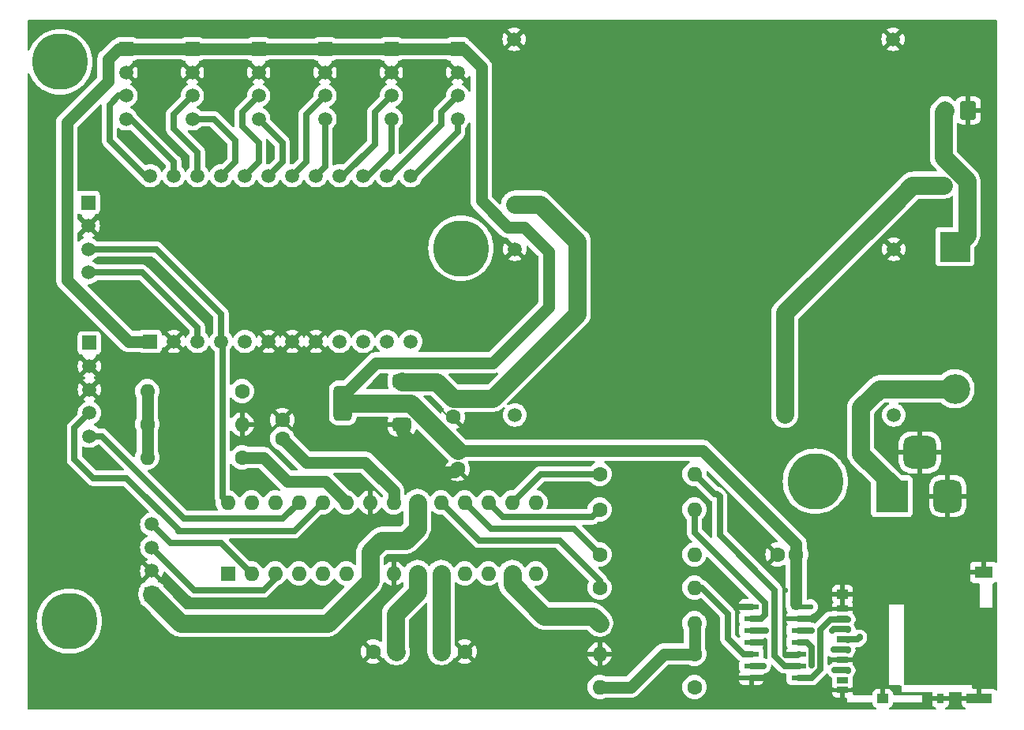
<source format=gbr>
%TF.GenerationSoftware,KiCad,Pcbnew,8.0.2*%
%TF.CreationDate,2024-06-06T11:53:52+07:00*%
%TF.ProjectId,IncubatorTesterV6,496e6375-6261-4746-9f72-546573746572,rev?*%
%TF.SameCoordinates,Original*%
%TF.FileFunction,Copper,L1,Top*%
%TF.FilePolarity,Positive*%
%FSLAX46Y46*%
G04 Gerber Fmt 4.6, Leading zero omitted, Abs format (unit mm)*
G04 Created by KiCad (PCBNEW 8.0.2) date 2024-06-06 11:53:52*
%MOMM*%
%LPD*%
G01*
G04 APERTURE LIST*
G04 Aperture macros list*
%AMRoundRect*
0 Rectangle with rounded corners*
0 $1 Rounding radius*
0 $2 $3 $4 $5 $6 $7 $8 $9 X,Y pos of 4 corners*
0 Add a 4 corners polygon primitive as box body*
4,1,4,$2,$3,$4,$5,$6,$7,$8,$9,$2,$3,0*
0 Add four circle primitives for the rounded corners*
1,1,$1+$1,$2,$3*
1,1,$1+$1,$4,$5*
1,1,$1+$1,$6,$7*
1,1,$1+$1,$8,$9*
0 Add four rect primitives between the rounded corners*
20,1,$1+$1,$2,$3,$4,$5,0*
20,1,$1+$1,$4,$5,$6,$7,0*
20,1,$1+$1,$6,$7,$8,$9,0*
20,1,$1+$1,$8,$9,$2,$3,0*%
G04 Aperture macros list end*
%TA.AperFunction,ComponentPad*%
%ADD10C,1.508000*%
%TD*%
%TA.AperFunction,ComponentPad*%
%ADD11R,1.508000X1.508000*%
%TD*%
%TA.AperFunction,ComponentPad*%
%ADD12C,1.600000*%
%TD*%
%TA.AperFunction,SMDPad,CuDef*%
%ADD13R,1.600200X0.558800*%
%TD*%
%TA.AperFunction,ComponentPad*%
%ADD14R,1.600000X1.600000*%
%TD*%
%TA.AperFunction,ComponentPad*%
%ADD15O,1.600000X1.600000*%
%TD*%
%TA.AperFunction,SMDPad,CuDef*%
%ADD16R,1.200000X0.700000*%
%TD*%
%TA.AperFunction,SMDPad,CuDef*%
%ADD17R,0.800000X1.000000*%
%TD*%
%TA.AperFunction,SMDPad,CuDef*%
%ADD18R,1.200000X1.000000*%
%TD*%
%TA.AperFunction,SMDPad,CuDef*%
%ADD19R,2.800000X1.000000*%
%TD*%
%TA.AperFunction,SMDPad,CuDef*%
%ADD20R,1.900000X1.300000*%
%TD*%
%TA.AperFunction,SMDPad,CuDef*%
%ADD21RoundRect,0.375000X0.625000X0.375000X-0.625000X0.375000X-0.625000X-0.375000X0.625000X-0.375000X0*%
%TD*%
%TA.AperFunction,SMDPad,CuDef*%
%ADD22RoundRect,0.500000X0.500000X1.400000X-0.500000X1.400000X-0.500000X-1.400000X0.500000X-1.400000X0*%
%TD*%
%TA.AperFunction,ComponentPad*%
%ADD23RoundRect,0.250000X0.600000X0.750000X-0.600000X0.750000X-0.600000X-0.750000X0.600000X-0.750000X0*%
%TD*%
%TA.AperFunction,ComponentPad*%
%ADD24O,1.700000X2.000000*%
%TD*%
%TA.AperFunction,ComponentPad*%
%ADD25R,3.500000X3.500000*%
%TD*%
%TA.AperFunction,ComponentPad*%
%ADD26RoundRect,0.750000X0.750000X1.000000X-0.750000X1.000000X-0.750000X-1.000000X0.750000X-1.000000X0*%
%TD*%
%TA.AperFunction,ComponentPad*%
%ADD27RoundRect,0.875000X0.875000X0.875000X-0.875000X0.875000X-0.875000X-0.875000X0.875000X-0.875000X0*%
%TD*%
%TA.AperFunction,ComponentPad*%
%ADD28R,1.575000X1.575000*%
%TD*%
%TA.AperFunction,ComponentPad*%
%ADD29C,1.575000*%
%TD*%
%TA.AperFunction,ComponentPad*%
%ADD30C,1.500000*%
%TD*%
%TA.AperFunction,ComponentPad*%
%ADD31R,3.200000X3.200000*%
%TD*%
%TA.AperFunction,ComponentPad*%
%ADD32O,3.200000X3.200000*%
%TD*%
%TA.AperFunction,WasherPad*%
%ADD33O,6.000000X6.000000*%
%TD*%
%TA.AperFunction,ViaPad*%
%ADD34C,0.600000*%
%TD*%
%TA.AperFunction,ViaPad*%
%ADD35C,1.000000*%
%TD*%
%TA.AperFunction,ViaPad*%
%ADD36C,1.200000*%
%TD*%
%TA.AperFunction,Conductor*%
%ADD37C,0.635000*%
%TD*%
%TA.AperFunction,Conductor*%
%ADD38C,1.270000*%
%TD*%
%TA.AperFunction,Conductor*%
%ADD39C,1.905000*%
%TD*%
%TA.AperFunction,Conductor*%
%ADD40C,0.508000*%
%TD*%
%TA.AperFunction,Conductor*%
%ADD41C,0.200000*%
%TD*%
G04 APERTURE END LIST*
D10*
%TO.P,U6,1,IN+*%
%TO.N,VBatt*%
X192010000Y-105720000D03*
%TO.P,U6,2,IN-*%
%TO.N,GND*%
X192010000Y-87940000D03*
%TO.P,U6,3,OUT-*%
X151370000Y-87940000D03*
%TO.P,U6,4,OUT+*%
%TO.N,7V5DC*%
X151370000Y-105720000D03*
%TD*%
%TO.P,U5,1,IN+*%
%TO.N,VBatt*%
X191940000Y-83200000D03*
%TO.P,U5,2,IN-*%
%TO.N,GND*%
X191940000Y-65420000D03*
%TO.P,U5,3,OUT-*%
X151300000Y-65420000D03*
%TO.P,U5,4,OUT+*%
%TO.N,5VDC*%
X151300000Y-83200000D03*
%TD*%
D11*
%TO.P,J6,1,1*%
%TO.N,3V3DC*%
X123894315Y-66455685D03*
D10*
%TO.P,J6,2,2*%
%TO.N,GND*%
X123894315Y-68955685D03*
%TO.P,J6,3,3*%
%TO.N,SCL5*%
X123894315Y-71455685D03*
%TO.P,J6,4,4*%
%TO.N,SDA5*%
X123894315Y-73955685D03*
%TD*%
D12*
%TO.P,C4,1*%
%TO.N,Net-(U1-XTAL2{slash}PB7)*%
X143492315Y-131105685D03*
%TO.P,C4,2*%
%TO.N,GND*%
X145992315Y-131105685D03*
%TD*%
D11*
%TO.P,J5,1,1*%
%TO.N,3V3DC*%
X109670315Y-66455685D03*
D10*
%TO.P,J5,2,2*%
%TO.N,GND*%
X109670315Y-68955685D03*
%TO.P,J5,3,3*%
%TO.N,SCL4*%
X109670315Y-71455685D03*
%TO.P,J5,4,4*%
%TO.N,SDA4*%
X109670315Y-73955685D03*
%TD*%
D11*
%TO.P,J9,1,1*%
%TO.N,7V5DC*%
X105750000Y-97990000D03*
D10*
%TO.P,J9,2,2*%
%TO.N,GND*%
X105750000Y-100490000D03*
%TO.P,J9,3,3*%
X105750000Y-102990000D03*
%TO.P,J9,4,4*%
%TO.N,AUX1*%
X105750000Y-105490000D03*
%TO.P,J9,5,5*%
%TO.N,AUX2*%
X105750000Y-107990000D03*
%TD*%
D13*
%TO.P,U4,1,~A0*%
%TO.N,GND*%
X176726315Y-126279685D03*
%TO.P,U4,2,B0*%
%TO.N,Net-(U4-B0)*%
X176726315Y-127549685D03*
%TO.P,U4,3,O0*%
%TO.N,MOSI_L*%
X176726315Y-128819685D03*
%TO.P,U4,4,~A1*%
%TO.N,GND*%
X176726315Y-130089685D03*
%TO.P,U4,5,B1*%
%TO.N,Net-(U4-B1)*%
X176726315Y-131359685D03*
%TO.P,U4,6,O1*%
%TO.N,CLK_L*%
X176726315Y-132629685D03*
%TO.P,U4,7,GND*%
%TO.N,GND*%
X176726315Y-133899685D03*
%TO.P,U4,8,O3*%
%TO.N,CS_L*%
X181806315Y-133899685D03*
%TO.P,U4,9,B3*%
%TO.N,Net-(U4-B3)*%
X181806315Y-132629685D03*
%TO.P,U4,10,~A3*%
%TO.N,GND*%
X181806315Y-131359685D03*
%TO.P,U4,11,O2*%
%TO.N,MISO_L*%
X181806315Y-130089685D03*
%TO.P,U4,12,B2*%
%TO.N,Net-(U4-B2)*%
X181806315Y-128819685D03*
%TO.P,U4,13,~A2*%
%TO.N,GND*%
X181806315Y-127549685D03*
%TO.P,U4,14,VCC*%
%TO.N,3V3DC*%
X181806315Y-126279685D03*
%TD*%
D14*
%TO.P,U1,1,~{RESET}/PC6*%
%TO.N,unconnected-(U1-~{RESET}{slash}PC6-Pad1)*%
X120592315Y-122723685D03*
D15*
%TO.P,U1,2,PD0*%
%TO.N,RX*%
X123132315Y-122723685D03*
%TO.P,U1,3,PD1*%
%TO.N,TX*%
X125672315Y-122723685D03*
%TO.P,U1,4,PD2*%
%TO.N,unconnected-(U1-PD2-Pad4)*%
X128212315Y-122723685D03*
%TO.P,U1,5,PD3*%
%TO.N,unconnected-(U1-PD3-Pad5)*%
X130752315Y-122723685D03*
%TO.P,U1,6,PD4*%
%TO.N,unconnected-(U1-PD4-Pad6)*%
X133292315Y-122723685D03*
%TO.P,U1,7,VCC*%
%TO.N,5VDC*%
X135832315Y-122723685D03*
%TO.P,U1,8,GND*%
%TO.N,GND*%
X138372315Y-122723685D03*
%TO.P,U1,9,XTAL1/PB6*%
%TO.N,Net-(U1-XTAL1{slash}PB6)*%
X140912315Y-122723685D03*
%TO.P,U1,10,XTAL2/PB7*%
%TO.N,Net-(U1-XTAL2{slash}PB7)*%
X143452315Y-122723685D03*
%TO.P,U1,11,PD5*%
%TO.N,unconnected-(U1-PD5-Pad11)*%
X145992315Y-122723685D03*
%TO.P,U1,12,PD6*%
%TO.N,unconnected-(U1-PD6-Pad12)*%
X148532315Y-122723685D03*
%TO.P,U1,13,PD7*%
%TO.N,Chg_Indicator*%
X151072315Y-122723685D03*
%TO.P,U1,14,PB0*%
%TO.N,unconnected-(U1-PB0-Pad14)*%
X153612315Y-122723685D03*
%TO.P,U1,15,PB1*%
%TO.N,unconnected-(U1-PB1-Pad15)*%
X153612315Y-115103685D03*
%TO.P,U1,16,PB2*%
%TO.N,CS*%
X151072315Y-115103685D03*
%TO.P,U1,17,PB3*%
%TO.N,MOSI*%
X148532315Y-115103685D03*
%TO.P,U1,18,PB4*%
%TO.N,MISO*%
X145992315Y-115103685D03*
%TO.P,U1,19,PB5*%
%TO.N,CLK*%
X143452315Y-115103685D03*
%TO.P,U1,20,AVCC*%
%TO.N,5VDC*%
X140912315Y-115103685D03*
%TO.P,U1,21,AREF*%
%TO.N,Net-(U1-AREF)*%
X138372315Y-115103685D03*
%TO.P,U1,22,GND*%
%TO.N,GND*%
X135832315Y-115103685D03*
%TO.P,U1,23,PC0*%
%TO.N,Bat_Measure*%
X133292315Y-115103685D03*
%TO.P,U1,24,PC1*%
%TO.N,AUX1*%
X130752315Y-115103685D03*
%TO.P,U1,25,PC2*%
%TO.N,AUX2*%
X128212315Y-115103685D03*
%TO.P,U1,26,PC3*%
%TO.N,unconnected-(U1-PC3-Pad26)*%
X125672315Y-115103685D03*
%TO.P,U1,27,PC4*%
%TO.N,SDA*%
X123132315Y-115103685D03*
%TO.P,U1,28,PC5*%
%TO.N,SCL*%
X120592315Y-115103685D03*
%TD*%
D11*
%TO.P,J2,1,1*%
%TO.N,3V3DC*%
X138118315Y-66455685D03*
D10*
%TO.P,J2,2,2*%
%TO.N,GND*%
X138118315Y-68955685D03*
%TO.P,J2,3,3*%
%TO.N,SCL1*%
X138118315Y-71455685D03*
%TO.P,J2,4,4*%
%TO.N,SDA1*%
X138118315Y-73955685D03*
%TD*%
D12*
%TO.P,R10,1*%
%TO.N,Bat_Measure*%
X122116315Y-110277685D03*
D15*
%TO.P,R10,2*%
%TO.N,Net-(R10-Pad2)*%
X111956315Y-110277685D03*
%TD*%
D12*
%TO.P,R5,1*%
%TO.N,VBatt*%
X122116315Y-103165685D03*
D15*
%TO.P,R5,2*%
%TO.N,Net-(R10-Pad2)*%
X111956315Y-103165685D03*
%TD*%
D16*
%TO.P,J13,1,DAT2*%
%TO.N,GND*%
X186525000Y-126520000D03*
%TO.P,J13,2,DAT3/CD*%
%TO.N,CS_L*%
X186525000Y-127620000D03*
%TO.P,J13,3,CMD*%
%TO.N,MOSI_L*%
X186525000Y-128720000D03*
%TO.P,J13,4,VDD*%
%TO.N,3V3DC*%
X186525000Y-129820000D03*
%TO.P,J13,5,CLK*%
%TO.N,CLK_L*%
X186525000Y-130920000D03*
%TO.P,J13,6,VSS*%
%TO.N,GND*%
X186525000Y-132020000D03*
%TO.P,J13,7,DAT0*%
%TO.N,MISO_L*%
X186525000Y-133120000D03*
%TO.P,J13,8,DAT1*%
%TO.N,unconnected-(J13-DAT1-Pad8)*%
X186525000Y-134220000D03*
D17*
%TO.P,J13,9,SHIELD*%
%TO.N,GND*%
X197025000Y-136120000D03*
D16*
X186525000Y-135170000D03*
D18*
%TO.P,J13,10,MOUNT*%
X190825000Y-136120000D03*
X186525000Y-124970000D03*
D19*
%TO.P,J13,11,MOUNT*%
X201175000Y-136120000D03*
D20*
X201625000Y-122620000D03*
%TD*%
D12*
%TO.P,C6,1*%
%TO.N,Net-(U1-XTAL1{slash}PB6)*%
X138666315Y-131105685D03*
%TO.P,C6,2*%
%TO.N,GND*%
X136166315Y-131105685D03*
%TD*%
D21*
%TO.P,U2,1,GND*%
%TO.N,GND*%
X139236315Y-106735685D03*
%TO.P,U2,2,VO*%
%TO.N,3V3DC*%
X139236315Y-104435685D03*
D22*
X132936315Y-104435685D03*
D21*
%TO.P,U2,3,VI*%
%TO.N,5VDC*%
X139236315Y-102135685D03*
%TD*%
D11*
%TO.P,J8,1,1*%
%TO.N,5VDC*%
X112447315Y-124949685D03*
D10*
%TO.P,J8,2,2*%
%TO.N,GND*%
X112447315Y-122449685D03*
%TO.P,J8,3,3*%
%TO.N,TX*%
X112447315Y-119949685D03*
%TO.P,J8,4,4*%
%TO.N,RX*%
X112447315Y-117449685D03*
%TD*%
D12*
%TO.P,R9,1*%
%TO.N,Chg_Indicator*%
X160470315Y-128057685D03*
D15*
%TO.P,R9,2*%
%TO.N,Net-(R7-Pad2)*%
X170630315Y-128057685D03*
%TD*%
D12*
%TO.P,R2,1*%
%TO.N,CLK*%
X160470315Y-124247685D03*
D15*
%TO.P,R2,2*%
%TO.N,Net-(U4-B1)*%
X170630315Y-124247685D03*
%TD*%
D12*
%TO.P,R1,1*%
%TO.N,MOSI*%
X160470315Y-115865685D03*
D15*
%TO.P,R1,2*%
%TO.N,Net-(U4-B0)*%
X170630315Y-115865685D03*
%TD*%
D23*
%TO.P,Battery1,1,1*%
%TO.N,GND*%
X200000000Y-73041285D03*
D24*
%TO.P,Battery1,2,2*%
%TO.N,Net-(D1-K)*%
X197500000Y-73041285D03*
%TD*%
D11*
%TO.P,J4,1,1*%
%TO.N,3V3DC*%
X116782315Y-66455685D03*
D10*
%TO.P,J4,2,2*%
%TO.N,GND*%
X116782315Y-68955685D03*
%TO.P,J4,3,3*%
%TO.N,SCL3*%
X116782315Y-71455685D03*
%TO.P,J4,4,4*%
%TO.N,SDA3*%
X116782315Y-73955685D03*
%TD*%
D25*
%TO.P,VDCIn1,1*%
%TO.N,Net-(D1-A)*%
X191799000Y-114428000D03*
D26*
%TO.P,VDCIn1,2*%
%TO.N,GND*%
X197799000Y-114428000D03*
D27*
%TO.P,VDCIn1,3*%
X194799000Y-109728000D03*
%TD*%
D12*
%TO.P,R7,1*%
%TO.N,Net-(D1-A)*%
X170630315Y-134915685D03*
D15*
%TO.P,R7,2*%
%TO.N,Net-(R7-Pad2)*%
X160470315Y-134915685D03*
%TD*%
D12*
%TO.P,C7,1*%
%TO.N,3V3DC*%
X145230315Y-109515685D03*
%TO.P,C7,2*%
%TO.N,GND*%
X145230315Y-111515685D03*
%TD*%
%TO.P,C2,1*%
%TO.N,Net-(U1-AREF)*%
X126434315Y-108245685D03*
%TO.P,C2,2*%
%TO.N,GND*%
X126434315Y-106245685D03*
%TD*%
%TO.P,R3,1*%
%TO.N,MISO*%
X160470315Y-120691685D03*
D15*
%TO.P,R3,2*%
%TO.N,Net-(U4-B2)*%
X170630315Y-120691685D03*
%TD*%
D11*
%TO.P,J1,1,1*%
%TO.N,3V3DC*%
X131006315Y-66455685D03*
D10*
%TO.P,J1,2,2*%
%TO.N,GND*%
X131006315Y-68955685D03*
%TO.P,J1,3,3*%
%TO.N,SCL0*%
X131006315Y-71455685D03*
%TO.P,J1,4,4*%
%TO.N,SDA0*%
X131006315Y-73955685D03*
%TD*%
D12*
%TO.P,C1,1*%
%TO.N,3V3DC*%
X181536315Y-120691685D03*
%TO.P,C1,2*%
%TO.N,GND*%
X179536315Y-120691685D03*
%TD*%
%TO.P,R6,1*%
%TO.N,Net-(R10-Pad2)*%
X111956315Y-106721685D03*
D15*
%TO.P,R6,2*%
%TO.N,GND*%
X122116315Y-106721685D03*
%TD*%
D12*
%TO.P,R4,1*%
%TO.N,CS*%
X160470315Y-112055685D03*
D15*
%TO.P,R4,2*%
%TO.N,Net-(U4-B3)*%
X170630315Y-112055685D03*
%TD*%
D28*
%TO.P,SwitchSlot1,1,1*%
%TO.N,Net-(D1-K)*%
X199840315Y-81067685D03*
D29*
%TO.P,SwitchSlot1,2,2*%
%TO.N,VBatt*%
X197340315Y-81067685D03*
%TD*%
D11*
%TO.P,J7,1,1*%
%TO.N,7V5DC*%
X105623315Y-82925685D03*
D10*
%TO.P,J7,2,2*%
%TO.N,GND*%
X105623315Y-85425685D03*
%TO.P,J7,3,3*%
%TO.N,SCL*%
X105623315Y-87925685D03*
%TO.P,J7,4,4*%
%TO.N,SDA*%
X105623315Y-90425685D03*
%TD*%
D11*
%TO.P,J3,1,1*%
%TO.N,3V3DC*%
X145230315Y-66455685D03*
D10*
%TO.P,J3,2,2*%
%TO.N,GND*%
X145230315Y-68955685D03*
%TO.P,J3,3,3*%
%TO.N,SCL2*%
X145230315Y-71455685D03*
%TO.P,J3,4,4*%
%TO.N,SDA2*%
X145230315Y-73955685D03*
%TD*%
D12*
%TO.P,R8,1*%
%TO.N,Net-(R7-Pad2)*%
X170630315Y-131359685D03*
D15*
%TO.P,R8,2*%
%TO.N,GND*%
X160470315Y-131359685D03*
%TD*%
D12*
%TO.P,C5,1*%
%TO.N,5VDC*%
X144722315Y-103927685D03*
%TO.P,C5,2*%
%TO.N,GND*%
X144722315Y-105927685D03*
%TD*%
D30*
%TO.P,Y1,1,1*%
%TO.N,Net-(U1-XTAL2{slash}PB7)*%
X143452315Y-127041685D03*
%TO.P,Y1,2,2*%
%TO.N,Net-(U1-XTAL1{slash}PB6)*%
X138572315Y-127041685D03*
%TD*%
D11*
%TO.P,U3,1,VIN*%
%TO.N,3V3DC*%
X112260000Y-97831685D03*
D10*
%TO.P,U3,2,GND*%
%TO.N,GND*%
X114800000Y-97831685D03*
%TO.P,U3,3,SDA*%
%TO.N,SDA*%
X117340000Y-97831685D03*
%TO.P,U3,4,SCL*%
%TO.N,SCL*%
X119880000Y-97831685D03*
%TO.P,U3,5,RST*%
%TO.N,unconnected-(U3-RST-Pad5)*%
X122420000Y-97831685D03*
%TO.P,U3,6,A0*%
%TO.N,GND*%
X124960000Y-97831685D03*
%TO.P,U3,7,A1*%
X127500000Y-97831685D03*
%TO.P,U3,8,A2*%
X130040000Y-97831685D03*
%TO.P,U3,9,SD0*%
%TO.N,unconnected-(U3-SD0-Pad9)*%
X132580000Y-97831685D03*
%TO.P,U3,10,SC0*%
%TO.N,unconnected-(U3-SC0-Pad10)*%
X135120000Y-97831685D03*
%TO.P,U3,11,SD1*%
%TO.N,unconnected-(U3-SD1-Pad11)*%
X137660000Y-97831685D03*
%TO.P,U3,12,SC1*%
%TO.N,unconnected-(U3-SC1-Pad12)*%
X140200000Y-97831685D03*
%TO.P,U3,13,SD2*%
%TO.N,SDA2*%
X140200000Y-80051685D03*
%TO.P,U3,14,SC2*%
%TO.N,SCL2*%
X137660000Y-80051685D03*
%TO.P,U3,15,SD3*%
%TO.N,SDA1*%
X135120000Y-80051685D03*
%TO.P,U3,16,SC3*%
%TO.N,SCL1*%
X132580000Y-80051685D03*
%TO.P,U3,17,SD4*%
%TO.N,SDA0*%
X130040000Y-80051685D03*
%TO.P,U3,18,SC4*%
%TO.N,SCL0*%
X127500000Y-80051685D03*
%TO.P,U3,19,SD5*%
%TO.N,SDA5*%
X124960000Y-80051685D03*
%TO.P,U3,20,SC5*%
%TO.N,SCL5*%
X122420000Y-80051685D03*
%TO.P,U3,21,SD6*%
%TO.N,SDA3*%
X119880000Y-80051685D03*
%TO.P,U3,22,SC6*%
%TO.N,SCL3*%
X117340000Y-80051685D03*
%TO.P,U3,23,SD7*%
%TO.N,SDA4*%
X114800000Y-80051685D03*
%TO.P,U3,24,SC7*%
%TO.N,SCL4*%
X112260000Y-80051685D03*
%TD*%
D31*
%TO.P,D1,1,K*%
%TO.N,Net-(D1-K)*%
X198570315Y-87671685D03*
D32*
%TO.P,D1,2,A*%
%TO.N,Net-(D1-A)*%
X198570315Y-102911685D03*
%TD*%
D33*
%TO.P,,*%
%TO.N,*%
X183594715Y-112836685D03*
%TD*%
%TO.P,,*%
%TO.N,*%
X102594715Y-67836685D03*
%TD*%
%TO.P,,*%
%TO.N,*%
X145594715Y-87836685D03*
%TD*%
%TO.P,,*%
%TO.N,*%
X103594715Y-127836685D03*
%TD*%
D34*
%TO.N,3V3DC*%
X183076315Y-126279685D03*
X188341000Y-129550000D03*
D35*
%TO.N,5VDC*%
X143280000Y-102485370D03*
D34*
%TO.N,Net-(U4-B2)*%
X183203315Y-128819685D03*
%TO.N,CLK_L*%
X185572200Y-130920000D03*
X178021715Y-132655085D03*
%TO.N,MISO_L*%
X183177915Y-132578885D03*
X185674000Y-133120000D03*
%TO.N,MOSI_L*%
X178250315Y-128819685D03*
X185422315Y-128879685D03*
D36*
%TO.N,VBatt*%
X180340000Y-105664000D03*
D34*
%TO.N,GND*%
X135670000Y-116700000D03*
X123640315Y-112817685D03*
X180434715Y-131512085D03*
X198700000Y-136190000D03*
X133910000Y-112980000D03*
X107442000Y-111125000D03*
X175456315Y-126279685D03*
X177996315Y-133899685D03*
X148500000Y-101500000D03*
X183025515Y-127549685D03*
X115000000Y-92000000D03*
X143290000Y-105000000D03*
X124910315Y-77511685D03*
X180390000Y-124570000D03*
X177996315Y-130115085D03*
X119576315Y-77511685D03*
X188790000Y-136830000D03*
X190830000Y-134860000D03*
X111194315Y-77511685D03*
X111000000Y-89250000D03*
X136848315Y-102149685D03*
%TD*%
D37*
%TO.N,CS_L*%
X183203315Y-133899685D02*
X181806315Y-133899685D01*
X185192777Y-127629000D02*
X184092315Y-128729462D01*
X184092315Y-133010685D02*
X183203315Y-133899685D01*
X187084000Y-127629000D02*
X185192777Y-127629000D01*
X184092315Y-128729462D02*
X184092315Y-133010685D01*
D38*
%TO.N,Net-(D1-A)*%
X198570315Y-102911685D02*
X198088315Y-102911685D01*
D39*
X198570315Y-102911685D02*
X190458315Y-102911685D01*
X192090000Y-113477000D02*
X192090000Y-115065000D01*
X188468000Y-104902000D02*
X188468000Y-109855000D01*
X190458315Y-102911685D02*
X188468000Y-104902000D01*
X188468000Y-109855000D02*
X192090000Y-113477000D01*
%TO.N,Net-(D1-K)*%
X197500000Y-73041285D02*
X197320315Y-73220970D01*
X198570315Y-87671685D02*
X199840315Y-86401685D01*
X199840315Y-86401685D02*
X199840315Y-81067685D01*
X197320315Y-73220970D02*
X197320315Y-78070765D01*
X197320315Y-78070765D02*
X199840315Y-80590765D01*
X199840315Y-80590765D02*
X199840315Y-81067685D01*
D38*
%TO.N,3V3DC*%
X145230315Y-109515685D02*
X171491685Y-109515685D01*
D37*
X188341000Y-129550000D02*
X188341000Y-129601630D01*
D38*
X147770315Y-82746315D02*
X150604000Y-85580000D01*
X147770315Y-68367685D02*
X147770315Y-82746315D01*
X103320315Y-74359685D02*
X103320315Y-91227685D01*
X145230315Y-66455685D02*
X145858315Y-66455685D01*
D40*
X181806315Y-126279685D02*
X183076315Y-126279685D01*
D38*
X181536315Y-120691685D02*
X181536315Y-126009685D01*
D39*
X140150315Y-104435685D02*
X145230315Y-109515685D01*
D38*
X108844315Y-66455685D02*
X107730000Y-67570000D01*
X152410000Y-85580000D02*
X155000000Y-88170000D01*
D39*
X132936315Y-104435685D02*
X139236315Y-104435685D01*
D40*
X108960070Y-66455685D02*
X108844315Y-66455685D01*
D38*
X109670315Y-66455685D02*
X108960070Y-66455685D01*
X150604000Y-85580000D02*
X152410000Y-85580000D01*
X155000000Y-94110000D02*
X148992315Y-100117685D01*
X145858315Y-66455685D02*
X147770315Y-68367685D01*
D39*
X139236315Y-104435685D02*
X140150315Y-104435685D01*
D38*
X155000000Y-88170000D02*
X155000000Y-94110000D01*
X148992315Y-100117685D02*
X136492315Y-100117685D01*
X181536315Y-119560315D02*
X181536315Y-120691685D01*
X109924315Y-97831685D02*
X112260000Y-97831685D01*
X136492315Y-100117685D02*
X132936315Y-103673685D01*
D37*
X187093000Y-129820000D02*
X187084000Y-129829000D01*
D38*
X103320315Y-91227685D02*
X109924315Y-97831685D01*
X107730000Y-67570000D02*
X107730000Y-69950000D01*
D37*
X188341000Y-129601630D02*
X188122630Y-129820000D01*
D38*
X171491685Y-109515685D02*
X181536315Y-119560315D01*
D37*
X188122630Y-129820000D02*
X187093000Y-129820000D01*
D38*
X109670315Y-66455685D02*
X145230315Y-66455685D01*
X107730000Y-69950000D02*
X103320315Y-74359685D01*
D39*
%TO.N,5VDC*%
X113469315Y-125971685D02*
X113469315Y-126014685D01*
X135832315Y-123485685D02*
X135832315Y-122723685D01*
X149032315Y-103927685D02*
X158060000Y-94900000D01*
X137069567Y-119167685D02*
X139642315Y-119167685D01*
X131260315Y-128057685D02*
X135832315Y-123485685D01*
X135832315Y-120404937D02*
X137069567Y-119167685D01*
X143280000Y-102485370D02*
X144722315Y-103927685D01*
X113469315Y-126014685D02*
X115512315Y-128057685D01*
X143280000Y-102485370D02*
X142944315Y-102149685D01*
X135832315Y-122723685D02*
X135832315Y-120404937D01*
X158060000Y-94900000D02*
X158060000Y-87080000D01*
X144722315Y-103927685D02*
X149032315Y-103927685D01*
X139250315Y-102149685D02*
X139236315Y-102135685D01*
X140912315Y-117897685D02*
X140912315Y-115103685D01*
X115512315Y-128057685D02*
X131260315Y-128057685D01*
X139642315Y-119167685D02*
X140912315Y-117897685D01*
X158060000Y-87080000D02*
X154079685Y-83099685D01*
X112447315Y-124949685D02*
X113469315Y-125971685D01*
X154079685Y-83099685D02*
X151360000Y-83099685D01*
X142944315Y-102149685D02*
X139250315Y-102149685D01*
%TO.N,Chg_Indicator*%
X160470315Y-128057685D02*
X159708315Y-127295685D01*
X151072315Y-123855055D02*
X151072315Y-122723685D01*
X159708315Y-127295685D02*
X154512945Y-127295685D01*
X154512945Y-127295685D02*
X151072315Y-123855055D01*
D38*
%TO.N,Net-(U1-AREF)*%
X126434315Y-108245685D02*
X128974315Y-110785685D01*
X135315685Y-110785685D02*
X138372315Y-113842315D01*
X138372315Y-113842315D02*
X138372315Y-115103685D01*
X128974315Y-110785685D02*
X135315685Y-110785685D01*
D39*
%TO.N,Net-(U1-XTAL2{slash}PB7)*%
X143452315Y-127041685D02*
X143452315Y-131065685D01*
X143452315Y-131065685D02*
X143492315Y-131105685D01*
X143452315Y-127041685D02*
X143452315Y-122723685D01*
%TO.N,Net-(U1-XTAL1{slash}PB6)*%
X140912315Y-124701685D02*
X138572315Y-127041685D01*
X140912315Y-122723685D02*
X140912315Y-124701685D01*
X138572315Y-131011685D02*
X138666315Y-131105685D01*
X138572315Y-127041685D02*
X138572315Y-131011685D01*
D37*
%TO.N,CLK*%
X160470315Y-123485685D02*
X160470315Y-124247685D01*
X156152315Y-119167685D02*
X160470315Y-123485685D01*
X143452315Y-115103685D02*
X147516315Y-119167685D01*
X147516315Y-119167685D02*
X156152315Y-119167685D01*
%TO.N,MISO*%
X157676315Y-117897685D02*
X160470315Y-120691685D01*
X145992315Y-115103685D02*
X148786315Y-117897685D01*
X148786315Y-117897685D02*
X157676315Y-117897685D01*
D38*
%TO.N,Bat_Measure*%
X122116315Y-110277685D02*
X124402315Y-110277685D01*
X126942315Y-112817685D02*
X131006315Y-112817685D01*
X124402315Y-110277685D02*
X126942315Y-112817685D01*
X131006315Y-112817685D02*
X133292315Y-115103685D01*
D37*
%TO.N,CS*%
X160470315Y-112055685D02*
X154120315Y-112055685D01*
X154120315Y-112055685D02*
X151072315Y-115103685D01*
%TO.N,RX*%
X114419315Y-119421685D02*
X119830315Y-119421685D01*
X119830315Y-119421685D02*
X123132315Y-122723685D01*
X112447315Y-117449685D02*
X114419315Y-119421685D01*
%TO.N,TX*%
X125672315Y-123231685D02*
X125672315Y-122723685D01*
X112447315Y-119949685D02*
X116999315Y-124501685D01*
X116999315Y-124501685D02*
X124402315Y-124501685D01*
X124402315Y-124501685D02*
X125672315Y-123231685D01*
%TO.N,MOSI*%
X148532315Y-115103685D02*
X150094314Y-116665684D01*
X150094314Y-116665684D02*
X159670316Y-116665684D01*
X159670316Y-116665684D02*
X160470315Y-115865685D01*
%TO.N,AUX1*%
X115258315Y-118151685D02*
X115258315Y-118052315D01*
X130752315Y-115103685D02*
X127704315Y-118151685D01*
X105664000Y-105576000D02*
X105664000Y-105417000D01*
X115258315Y-118052315D02*
X109728000Y-112522000D01*
X104140000Y-110490000D02*
X104140000Y-107100000D01*
X106172000Y-112522000D02*
X104140000Y-110490000D01*
X127704315Y-118151685D02*
X115258315Y-118151685D01*
X109728000Y-112522000D02*
X106172000Y-112522000D01*
X104140000Y-107100000D02*
X105664000Y-105576000D01*
%TO.N,Net-(U4-B0)*%
X170630315Y-118330315D02*
X178200000Y-125900000D01*
X170630315Y-115865685D02*
X170630315Y-118330315D01*
X178200000Y-127168200D02*
X177818515Y-127549685D01*
X177818515Y-127549685D02*
X176726315Y-127549685D01*
X178200000Y-125900000D02*
X178200000Y-127168200D01*
%TO.N,Net-(U4-B1)*%
X174186315Y-127041685D02*
X174186315Y-129664185D01*
X171392315Y-124247685D02*
X174186315Y-127041685D01*
X170630315Y-124247685D02*
X171392315Y-124247685D01*
X174186315Y-129664185D02*
X175881815Y-131359685D01*
X175881815Y-131359685D02*
X176726315Y-131359685D01*
%TO.N,Net-(U4-B2)*%
X183203315Y-128819685D02*
X182949315Y-128819685D01*
X181806315Y-128819685D02*
X183203315Y-128819685D01*
%TO.N,SCL*%
X120000000Y-97951685D02*
X120000000Y-114511370D01*
X112925685Y-87925685D02*
X119880000Y-94880000D01*
X120000000Y-114511370D02*
X120592315Y-115103685D01*
X105623315Y-87925685D02*
X112925685Y-87925685D01*
X119880000Y-97831685D02*
X120000000Y-97951685D01*
X119880000Y-94880000D02*
X119880000Y-97831685D01*
%TO.N,AUX2*%
X107078313Y-107990000D02*
X105737000Y-107990000D01*
X126507315Y-116808685D02*
X115896998Y-116808685D01*
X128212315Y-115103685D02*
X126507315Y-116808685D01*
X115896998Y-116808685D02*
X107078313Y-107990000D01*
X105737000Y-107990000D02*
X105664000Y-107917000D01*
%TO.N,SDA*%
X111408315Y-90425685D02*
X117340000Y-96357370D01*
X117340000Y-96357370D02*
X117340000Y-97831685D01*
X105623315Y-90425685D02*
X111408315Y-90425685D01*
%TO.N,Net-(U4-B3)*%
X173080000Y-114220000D02*
X173340000Y-114480000D01*
X179240000Y-131587370D02*
X180282315Y-132629685D01*
X172794630Y-114220000D02*
X173080000Y-114220000D01*
X173340000Y-114480000D02*
X173340000Y-118610000D01*
X173340000Y-118610000D02*
X179240000Y-124510000D01*
X179240000Y-124510000D02*
X179240000Y-131587370D01*
X170630315Y-112055685D02*
X172794630Y-114220000D01*
X180282315Y-132629685D02*
X181806315Y-132629685D01*
%TO.N,CLK_L*%
X176726315Y-132629685D02*
X177742315Y-132629685D01*
X177742315Y-132629685D02*
X178021715Y-132655085D01*
X187075000Y-130920000D02*
X187084000Y-130929000D01*
X185572200Y-130920000D02*
X187075000Y-130920000D01*
X177793115Y-132629685D02*
X177767715Y-132629685D01*
X178021715Y-132655085D02*
X177793115Y-132629685D01*
%TO.N,MISO_L*%
X187075000Y-133120000D02*
X187084000Y-133129000D01*
X185674000Y-133120000D02*
X187075000Y-133120000D01*
X182650815Y-130089685D02*
X181806315Y-130089685D01*
X183177915Y-132578885D02*
X183177915Y-130616785D01*
X183177915Y-130616785D02*
X182650815Y-130089685D01*
%TO.N,MOSI_L*%
X185422315Y-128879685D02*
X185582000Y-128720000D01*
X178250315Y-128819685D02*
X177996315Y-128819685D01*
X187075000Y-128720000D02*
X187084000Y-128729000D01*
X185582000Y-128720000D02*
X187075000Y-128720000D01*
X176726315Y-128819685D02*
X178250315Y-128819685D01*
D39*
%TO.N,VBatt*%
X194226915Y-81118485D02*
X193981200Y-81118485D01*
X194176115Y-81067685D02*
X194226915Y-81118485D01*
X197340315Y-81067685D02*
X194176115Y-81067685D01*
X192000000Y-83099685D02*
X180340000Y-94759685D01*
X193981200Y-81118485D02*
X192000000Y-83099685D01*
X180340000Y-94759685D02*
X180340000Y-105664000D01*
D37*
%TO.N,SDA2*%
X145230315Y-75382685D02*
X140561315Y-80051685D01*
X140561315Y-80051685D02*
X140200000Y-80051685D01*
X145230315Y-73955685D02*
X145230315Y-75382685D01*
%TO.N,SDA4*%
X110178315Y-73955685D02*
X114800000Y-78577370D01*
X114800000Y-78577370D02*
X114800000Y-80051685D01*
X109670315Y-73955685D02*
X110178315Y-73955685D01*
%TO.N,SCL5*%
X122116315Y-74717685D02*
X123894315Y-76495685D01*
X122116315Y-73233685D02*
X122116315Y-74717685D01*
X123894315Y-71455685D02*
X122116315Y-73233685D01*
X123894315Y-78577370D02*
X122420000Y-80051685D01*
X123894315Y-76495685D02*
X123894315Y-78577370D01*
%TO.N,SCL3*%
X114750315Y-73487685D02*
X114750315Y-74971685D01*
X114750315Y-74971685D02*
X117340000Y-77561370D01*
X117340000Y-77561370D02*
X117340000Y-80051685D01*
X116782315Y-71455685D02*
X114750315Y-73487685D01*
%TO.N,SCL0*%
X128974315Y-78577370D02*
X127500000Y-80051685D01*
X131006315Y-71455685D02*
X128974315Y-73487685D01*
X128974315Y-73487685D02*
X128974315Y-78577370D01*
%TO.N,SDA1*%
X135620000Y-80051685D02*
X135120000Y-80051685D01*
X138118315Y-77553370D02*
X135620000Y-80051685D01*
X138118315Y-73955685D02*
X138118315Y-77553370D01*
%TO.N,SDA5*%
X126434315Y-76495685D02*
X126434315Y-78577370D01*
X123894315Y-73955685D02*
X126434315Y-76495685D01*
X126434315Y-78577370D02*
X124960000Y-80051685D01*
%TO.N,SCL4*%
X107892315Y-72431685D02*
X107892315Y-76241685D01*
X111702315Y-80051685D02*
X112260000Y-80051685D01*
X107892315Y-76241685D02*
X111702315Y-80051685D01*
X108868315Y-71455685D02*
X107892315Y-72431685D01*
X109670315Y-71455685D02*
X108868315Y-71455685D01*
%TO.N,SDA3*%
X116782315Y-73955685D02*
X119068315Y-73955685D01*
X121354315Y-76241685D02*
X121354315Y-78577370D01*
X121354315Y-78577370D02*
X119880000Y-80051685D01*
X119068315Y-73955685D02*
X121354315Y-76241685D01*
%TO.N,SCL1*%
X138118315Y-71455685D02*
X136340315Y-73233685D01*
X136340315Y-73233685D02*
X136340315Y-76659685D01*
X136340315Y-76659685D02*
X132948315Y-80051685D01*
X132948315Y-80051685D02*
X132580000Y-80051685D01*
%TO.N,SCL2*%
X143452315Y-73233685D02*
X143452315Y-74547685D01*
X143452315Y-74547685D02*
X137948315Y-80051685D01*
X145230315Y-71455685D02*
X143452315Y-73233685D01*
X137948315Y-80051685D02*
X137660000Y-80051685D01*
%TO.N,SDA0*%
X131006315Y-79085370D02*
X130040000Y-80051685D01*
X131006315Y-73955685D02*
X131006315Y-79085370D01*
D38*
%TO.N,Net-(R10-Pad2)*%
X111956315Y-103165685D02*
X111956315Y-110277685D01*
%TO.N,Net-(R7-Pad2)*%
X170630315Y-131359685D02*
X167328315Y-131359685D01*
X163772315Y-134915685D02*
X160470315Y-134915685D01*
X170630315Y-128057685D02*
X170630315Y-131359685D01*
X167328315Y-131359685D02*
X163772315Y-134915685D01*
D41*
%TO.N,GND*%
X190825000Y-136120000D02*
X190825000Y-134865000D01*
X198630000Y-136120000D02*
X198700000Y-136190000D01*
D37*
X183025515Y-127549685D02*
X182847715Y-127549685D01*
D38*
X139236315Y-106735685D02*
X139236315Y-107485685D01*
D37*
X177843915Y-130089685D02*
X177818515Y-130089685D01*
D38*
X143552315Y-111801685D02*
X144944315Y-111801685D01*
D37*
X177996315Y-130115085D02*
X177843915Y-130089685D01*
D41*
X144217685Y-105927685D02*
X143290000Y-105000000D01*
X198700000Y-136190000D02*
X198770000Y-136120000D01*
X197025000Y-136120000D02*
X198630000Y-136120000D01*
X198770000Y-136120000D02*
X201175000Y-136120000D01*
D37*
X177793115Y-130089685D02*
X177996315Y-130115085D01*
D41*
X144722315Y-105927685D02*
X144217685Y-105927685D01*
D37*
X181653915Y-131512085D02*
X180434715Y-131512085D01*
X176726315Y-126279685D02*
X175456315Y-126279685D01*
D38*
X144944315Y-111801685D02*
X145230315Y-111515685D01*
D41*
X190825000Y-134865000D02*
X190830000Y-134860000D01*
D37*
X176726315Y-133899685D02*
X177996315Y-133899685D01*
X181806315Y-131359685D02*
X181653915Y-131512085D01*
X176726315Y-130089685D02*
X177793115Y-130089685D01*
X181806315Y-127549685D02*
X183025515Y-127549685D01*
D38*
X139236315Y-107485685D02*
X143552315Y-111801685D01*
D37*
X177996315Y-133899685D02*
X177818515Y-133899685D01*
%TD*%
%TA.AperFunction,Conductor*%
%TO.N,GND*%
G36*
X178365039Y-129657370D02*
G01*
X178410794Y-129710174D01*
X178422000Y-129761685D01*
X178422000Y-131667940D01*
X178435319Y-131734899D01*
X178429092Y-131804491D01*
X178386228Y-131859668D01*
X178320339Y-131882912D01*
X178278600Y-131878018D01*
X178262334Y-131873217D01*
X178259965Y-131872492D01*
X178192115Y-131850983D01*
X178186159Y-131849721D01*
X178186195Y-131849548D01*
X178182026Y-131848708D01*
X178181993Y-131848882D01*
X178176011Y-131847738D01*
X178136774Y-131844171D01*
X178071793Y-131818496D01*
X178031007Y-131761766D01*
X178024714Y-131707425D01*
X178026915Y-131686958D01*
X178026914Y-131032413D01*
X178020506Y-130972802D01*
X177998338Y-130913367D01*
X177970212Y-130837956D01*
X177970211Y-130837954D01*
X177940734Y-130798578D01*
X177916317Y-130733114D01*
X177931168Y-130664841D01*
X177940736Y-130649954D01*
X177969766Y-130611176D01*
X178020012Y-130476461D01*
X178020013Y-130476457D01*
X178026414Y-130416929D01*
X178026415Y-130416912D01*
X178026415Y-130339685D01*
X176600315Y-130339685D01*
X176533276Y-130320000D01*
X176487521Y-130267196D01*
X176476315Y-130215685D01*
X176476315Y-129963685D01*
X176496000Y-129896646D01*
X176548804Y-129850891D01*
X176600315Y-129839685D01*
X178026415Y-129839685D01*
X178026415Y-129761685D01*
X178046100Y-129694646D01*
X178098904Y-129648891D01*
X178150415Y-129637685D01*
X178298000Y-129637685D01*
X178365039Y-129657370D01*
G37*
%TD.AperFunction*%
%TA.AperFunction,Conductor*%
G36*
X113900926Y-122560123D02*
G01*
X116363932Y-125023129D01*
X116363933Y-125023130D01*
X116427627Y-125086824D01*
X116477869Y-125137066D01*
X116611848Y-125226588D01*
X116662890Y-125247730D01*
X116760713Y-125288250D01*
X116918744Y-125319684D01*
X116918748Y-125319685D01*
X116918749Y-125319685D01*
X124482882Y-125319685D01*
X124482883Y-125319684D01*
X124640917Y-125288250D01*
X124715350Y-125257418D01*
X124789783Y-125226588D01*
X124923760Y-125137067D01*
X126087593Y-123973232D01*
X126122869Y-123948532D01*
X126170710Y-123926222D01*
X126325049Y-123854253D01*
X126511454Y-123723732D01*
X126672362Y-123562824D01*
X126802883Y-123376419D01*
X126829933Y-123318409D01*
X126876105Y-123265970D01*
X126943298Y-123246818D01*
X127010180Y-123267033D01*
X127054697Y-123318410D01*
X127081744Y-123376413D01*
X127081747Y-123376419D01*
X127212269Y-123562826D01*
X127373173Y-123723730D01*
X127373176Y-123723732D01*
X127559581Y-123854253D01*
X127765819Y-123950424D01*
X127765824Y-123950425D01*
X127765826Y-123950426D01*
X127818730Y-123964601D01*
X127985623Y-124009320D01*
X128147545Y-124023486D01*
X128212313Y-124029153D01*
X128212315Y-124029153D01*
X128212317Y-124029153D01*
X128268988Y-124024194D01*
X128439007Y-124009320D01*
X128658811Y-123950424D01*
X128865049Y-123854253D01*
X129051454Y-123723732D01*
X129212362Y-123562824D01*
X129342883Y-123376419D01*
X129369933Y-123318409D01*
X129416105Y-123265970D01*
X129483298Y-123246818D01*
X129550180Y-123267033D01*
X129594697Y-123318410D01*
X129621744Y-123376413D01*
X129621747Y-123376419D01*
X129752269Y-123562826D01*
X129913173Y-123723730D01*
X129913176Y-123723732D01*
X130099581Y-123854253D01*
X130305819Y-123950424D01*
X130305824Y-123950425D01*
X130305826Y-123950426D01*
X130358730Y-123964601D01*
X130525623Y-124009320D01*
X130687545Y-124023486D01*
X130752313Y-124029153D01*
X130752315Y-124029153D01*
X130752317Y-124029153D01*
X130808988Y-124024194D01*
X130979007Y-124009320D01*
X131198811Y-123950424D01*
X131405049Y-123854253D01*
X131591454Y-123723732D01*
X131752362Y-123562824D01*
X131882883Y-123376419D01*
X131909933Y-123318409D01*
X131956105Y-123265970D01*
X132023298Y-123246818D01*
X132090180Y-123267033D01*
X132134697Y-123318410D01*
X132161744Y-123376413D01*
X132161747Y-123376419D01*
X132292269Y-123562826D01*
X132453173Y-123723730D01*
X132453176Y-123723732D01*
X132639581Y-123854253D01*
X132845819Y-123950424D01*
X132845824Y-123950425D01*
X132845826Y-123950426D01*
X132885419Y-123961034D01*
X133006599Y-123993504D01*
X133066259Y-124029869D01*
X133096788Y-124092715D01*
X133088494Y-124162091D01*
X133062186Y-124200960D01*
X130694781Y-126568366D01*
X130633458Y-126601851D01*
X130607100Y-126604685D01*
X116165529Y-126604685D01*
X116098490Y-126585000D01*
X116077848Y-126568366D01*
X115402394Y-125892912D01*
X114698745Y-125189262D01*
X114686108Y-125174466D01*
X114605876Y-125064037D01*
X114577601Y-125025119D01*
X113732930Y-124180447D01*
X113699445Y-124119124D01*
X113697321Y-124106017D01*
X113695406Y-124088201D01*
X113645112Y-123953356D01*
X113645108Y-123953349D01*
X113558862Y-123838140D01*
X113558859Y-123838137D01*
X113443650Y-123751891D01*
X113443643Y-123751887D01*
X113308797Y-123701593D01*
X113308798Y-123701593D01*
X113249198Y-123695186D01*
X113249196Y-123695185D01*
X113249188Y-123695185D01*
X113249180Y-123695185D01*
X113248113Y-123695185D01*
X113247874Y-123695114D01*
X113245863Y-123695007D01*
X113245888Y-123694531D01*
X113181074Y-123675500D01*
X113135319Y-123622696D01*
X113125375Y-123553538D01*
X113136905Y-123528289D01*
X113139758Y-123495680D01*
X112576725Y-122932647D01*
X112640308Y-122915610D01*
X112754322Y-122849784D01*
X112847414Y-122756692D01*
X112913240Y-122642678D01*
X112930277Y-122579094D01*
X113493310Y-123142127D01*
X113537460Y-123079077D01*
X113630189Y-122880218D01*
X113630193Y-122880209D01*
X113686979Y-122668277D01*
X113686981Y-122668266D01*
X113689717Y-122636997D01*
X113715169Y-122571928D01*
X113771760Y-122530949D01*
X113841522Y-122527071D01*
X113900926Y-122560123D01*
G37*
%TD.AperFunction*%
%TA.AperFunction,Conductor*%
G36*
X136082315Y-116382557D02*
G01*
X136278632Y-116329954D01*
X136278641Y-116329950D01*
X136484797Y-116233819D01*
X136671135Y-116103342D01*
X136831972Y-115942505D01*
X136962447Y-115756169D01*
X136989656Y-115697819D01*
X137035828Y-115645380D01*
X137103022Y-115626227D01*
X137169903Y-115646442D01*
X137214420Y-115697817D01*
X137231522Y-115734491D01*
X137241746Y-115756417D01*
X137241747Y-115756419D01*
X137372269Y-115942826D01*
X137533173Y-116103730D01*
X137533176Y-116103732D01*
X137719581Y-116234253D01*
X137925819Y-116330424D01*
X138145623Y-116389320D01*
X138307545Y-116403486D01*
X138372313Y-116409153D01*
X138372315Y-116409153D01*
X138372317Y-116409153D01*
X138428988Y-116404194D01*
X138599007Y-116389320D01*
X138818811Y-116330424D01*
X139025049Y-116234253D01*
X139211454Y-116103732D01*
X139226991Y-116088195D01*
X139247634Y-116067553D01*
X139308957Y-116034068D01*
X139378649Y-116039052D01*
X139434582Y-116080924D01*
X139458999Y-116146388D01*
X139459315Y-116155234D01*
X139459315Y-117244470D01*
X139439630Y-117311509D01*
X139422996Y-117332151D01*
X139076781Y-117678366D01*
X139015458Y-117711851D01*
X138989100Y-117714685D01*
X136955212Y-117714685D01*
X136924325Y-117719576D01*
X136924324Y-117719575D01*
X136729325Y-117750461D01*
X136524175Y-117817119D01*
X136524174Y-117817118D01*
X136511808Y-117821136D01*
X136308028Y-117924968D01*
X136188188Y-118012038D01*
X136188187Y-118012039D01*
X136123001Y-118059398D01*
X134724026Y-119458372D01*
X134724022Y-119458377D01*
X134589600Y-119643395D01*
X134485766Y-119847177D01*
X134485765Y-119847180D01*
X134415093Y-120064690D01*
X134379315Y-120290583D01*
X134379315Y-121672136D01*
X134359630Y-121739175D01*
X134306826Y-121784930D01*
X134237668Y-121794874D01*
X134174112Y-121765849D01*
X134167634Y-121759817D01*
X134131456Y-121723639D01*
X133945049Y-121593117D01*
X133945047Y-121593116D01*
X133738812Y-121496946D01*
X133738803Y-121496943D01*
X133519012Y-121438051D01*
X133519008Y-121438050D01*
X133519007Y-121438050D01*
X133519006Y-121438049D01*
X133519001Y-121438049D01*
X133292317Y-121418217D01*
X133292313Y-121418217D01*
X133065628Y-121438049D01*
X133065617Y-121438051D01*
X132845826Y-121496943D01*
X132845817Y-121496946D01*
X132639582Y-121593116D01*
X132639580Y-121593117D01*
X132453173Y-121723639D01*
X132292269Y-121884543D01*
X132161747Y-122070950D01*
X132161746Y-122070952D01*
X132134697Y-122128960D01*
X132088524Y-122181399D01*
X132021331Y-122200551D01*
X131954450Y-122180335D01*
X131909933Y-122128960D01*
X131894625Y-122096132D01*
X131882883Y-122070951D01*
X131752362Y-121884546D01*
X131752360Y-121884543D01*
X131591456Y-121723639D01*
X131405049Y-121593117D01*
X131405047Y-121593116D01*
X131198812Y-121496946D01*
X131198803Y-121496943D01*
X130979012Y-121438051D01*
X130979008Y-121438050D01*
X130979007Y-121438050D01*
X130979006Y-121438049D01*
X130979001Y-121438049D01*
X130752317Y-121418217D01*
X130752313Y-121418217D01*
X130525628Y-121438049D01*
X130525617Y-121438051D01*
X130305826Y-121496943D01*
X130305817Y-121496946D01*
X130099582Y-121593116D01*
X130099580Y-121593117D01*
X129913173Y-121723639D01*
X129752269Y-121884543D01*
X129621747Y-122070950D01*
X129621746Y-122070952D01*
X129594697Y-122128960D01*
X129548524Y-122181399D01*
X129481331Y-122200551D01*
X129414450Y-122180335D01*
X129369933Y-122128960D01*
X129354625Y-122096132D01*
X129342883Y-122070951D01*
X129212362Y-121884546D01*
X129212360Y-121884543D01*
X129051456Y-121723639D01*
X128865049Y-121593117D01*
X128865047Y-121593116D01*
X128658812Y-121496946D01*
X128658803Y-121496943D01*
X128439012Y-121438051D01*
X128439008Y-121438050D01*
X128439007Y-121438050D01*
X128439006Y-121438049D01*
X128439001Y-121438049D01*
X128212317Y-121418217D01*
X128212313Y-121418217D01*
X127985628Y-121438049D01*
X127985617Y-121438051D01*
X127765826Y-121496943D01*
X127765817Y-121496946D01*
X127559582Y-121593116D01*
X127559580Y-121593117D01*
X127373173Y-121723639D01*
X127212269Y-121884543D01*
X127081747Y-122070950D01*
X127081746Y-122070952D01*
X127054697Y-122128960D01*
X127008524Y-122181399D01*
X126941331Y-122200551D01*
X126874450Y-122180335D01*
X126829933Y-122128960D01*
X126814625Y-122096132D01*
X126802883Y-122070951D01*
X126672362Y-121884546D01*
X126672360Y-121884543D01*
X126511456Y-121723639D01*
X126325049Y-121593117D01*
X126325047Y-121593116D01*
X126118812Y-121496946D01*
X126118803Y-121496943D01*
X125899012Y-121438051D01*
X125899008Y-121438050D01*
X125899007Y-121438050D01*
X125899006Y-121438049D01*
X125899001Y-121438049D01*
X125672317Y-121418217D01*
X125672313Y-121418217D01*
X125445628Y-121438049D01*
X125445617Y-121438051D01*
X125225826Y-121496943D01*
X125225817Y-121496946D01*
X125019582Y-121593116D01*
X125019580Y-121593117D01*
X124833173Y-121723639D01*
X124672269Y-121884543D01*
X124541747Y-122070950D01*
X124541746Y-122070952D01*
X124514697Y-122128960D01*
X124468524Y-122181399D01*
X124401331Y-122200551D01*
X124334450Y-122180335D01*
X124289933Y-122128960D01*
X124274625Y-122096132D01*
X124262883Y-122070951D01*
X124132362Y-121884546D01*
X124132360Y-121884543D01*
X123971456Y-121723639D01*
X123785049Y-121593117D01*
X123785047Y-121593116D01*
X123578812Y-121496946D01*
X123578803Y-121496943D01*
X123359012Y-121438051D01*
X123359008Y-121438050D01*
X123359007Y-121438050D01*
X123359006Y-121438049D01*
X123359001Y-121438049D01*
X123132317Y-121418217D01*
X123132312Y-121418217D01*
X123053232Y-121425135D01*
X122984733Y-121411368D01*
X122954745Y-121389288D01*
X120746823Y-119181366D01*
X120713338Y-119120043D01*
X120718322Y-119050351D01*
X120760194Y-118994418D01*
X120825658Y-118970001D01*
X120834504Y-118969685D01*
X127784882Y-118969685D01*
X127784883Y-118969684D01*
X127942917Y-118938250D01*
X128017350Y-118907418D01*
X128091783Y-118876588D01*
X128225760Y-118787067D01*
X130574747Y-116438078D01*
X130636068Y-116404595D01*
X130673228Y-116402233D01*
X130752315Y-116409153D01*
X130752315Y-116409152D01*
X130752316Y-116409153D01*
X130752317Y-116409153D01*
X130808988Y-116404194D01*
X130979007Y-116389320D01*
X131198811Y-116330424D01*
X131405049Y-116234253D01*
X131591454Y-116103732D01*
X131752362Y-115942824D01*
X131882883Y-115756419D01*
X131909933Y-115698409D01*
X131956105Y-115645970D01*
X132023298Y-115626818D01*
X132090180Y-115647033D01*
X132134697Y-115698410D01*
X132161744Y-115756413D01*
X132161747Y-115756419D01*
X132292269Y-115942826D01*
X132453173Y-116103730D01*
X132453176Y-116103732D01*
X132639581Y-116234253D01*
X132845819Y-116330424D01*
X133065623Y-116389320D01*
X133227545Y-116403486D01*
X133292313Y-116409153D01*
X133292315Y-116409153D01*
X133292317Y-116409153D01*
X133348988Y-116404194D01*
X133519007Y-116389320D01*
X133738811Y-116330424D01*
X133945049Y-116234253D01*
X134131454Y-116103732D01*
X134292362Y-115942824D01*
X134422883Y-115756419D01*
X134450210Y-115697814D01*
X134496379Y-115645380D01*
X134563572Y-115626227D01*
X134630454Y-115646442D01*
X134674972Y-115697818D01*
X134702180Y-115756167D01*
X134832657Y-115942505D01*
X134993494Y-116103342D01*
X135179832Y-116233819D01*
X135385988Y-116329950D01*
X135385997Y-116329954D01*
X135582314Y-116382557D01*
X135582315Y-116382556D01*
X135582315Y-115419371D01*
X135586709Y-115423765D01*
X135677921Y-115476426D01*
X135779654Y-115503685D01*
X135884976Y-115503685D01*
X135986709Y-115476426D01*
X136077921Y-115423765D01*
X136082315Y-115419371D01*
X136082315Y-116382557D01*
G37*
%TD.AperFunction*%
%TA.AperFunction,Conductor*%
G36*
X134861023Y-111940870D02*
G01*
X134881665Y-111957504D01*
X137200496Y-114276335D01*
X137233981Y-114337658D01*
X137236815Y-114364016D01*
X137236815Y-114434036D01*
X137225197Y-114486441D01*
X137214421Y-114509550D01*
X137168248Y-114561989D01*
X137101055Y-114581141D01*
X137034174Y-114560925D01*
X136989657Y-114509550D01*
X136962449Y-114451202D01*
X136831972Y-114264864D01*
X136671135Y-114104027D01*
X136484797Y-113973550D01*
X136278643Y-113877419D01*
X136082315Y-113824812D01*
X136082315Y-114787999D01*
X136077921Y-114783605D01*
X135986709Y-114730944D01*
X135884976Y-114703685D01*
X135779654Y-114703685D01*
X135677921Y-114730944D01*
X135586709Y-114783605D01*
X135582315Y-114787999D01*
X135582315Y-113824812D01*
X135385986Y-113877419D01*
X135179832Y-113973550D01*
X134993494Y-114104027D01*
X134832657Y-114264864D01*
X134702182Y-114451200D01*
X134674972Y-114509552D01*
X134628799Y-114561991D01*
X134561605Y-114581142D01*
X134494724Y-114560926D01*
X134450208Y-114509550D01*
X134427814Y-114461527D01*
X134422883Y-114450951D01*
X134300617Y-114276335D01*
X134292360Y-114264543D01*
X134131456Y-114103639D01*
X133945049Y-113973117D01*
X133945047Y-113973116D01*
X133738810Y-113876945D01*
X133678837Y-113860875D01*
X133623252Y-113828782D01*
X132784822Y-112990352D01*
X131927334Y-112132865D01*
X131893850Y-112071543D01*
X131898834Y-112001851D01*
X131940706Y-111945918D01*
X132006170Y-111921501D01*
X132015016Y-111921185D01*
X134793984Y-111921185D01*
X134861023Y-111940870D01*
G37*
%TD.AperFunction*%
%TA.AperFunction,Conductor*%
G36*
X121023203Y-110990416D02*
G01*
X121043572Y-111013003D01*
X121083039Y-111069367D01*
X121116270Y-111116827D01*
X121277173Y-111277730D01*
X121277176Y-111277732D01*
X121463581Y-111408253D01*
X121669819Y-111504424D01*
X121889623Y-111563320D01*
X122051545Y-111577486D01*
X122116313Y-111583153D01*
X122116315Y-111583153D01*
X122116317Y-111583153D01*
X122172988Y-111578194D01*
X122343007Y-111563320D01*
X122562811Y-111504424D01*
X122733557Y-111424802D01*
X122785962Y-111413185D01*
X123880614Y-111413185D01*
X123947653Y-111432870D01*
X123968295Y-111449504D01*
X126169865Y-113651076D01*
X126203350Y-113712399D01*
X126198366Y-113782091D01*
X126156494Y-113838024D01*
X126091030Y-113862441D01*
X126050091Y-113858532D01*
X125899012Y-113818051D01*
X125899008Y-113818050D01*
X125899007Y-113818050D01*
X125899006Y-113818049D01*
X125899001Y-113818049D01*
X125672317Y-113798217D01*
X125672313Y-113798217D01*
X125445628Y-113818049D01*
X125445617Y-113818051D01*
X125225826Y-113876943D01*
X125225817Y-113876946D01*
X125019582Y-113973116D01*
X125019580Y-113973117D01*
X124833173Y-114103639D01*
X124672269Y-114264543D01*
X124541747Y-114450950D01*
X124541746Y-114450952D01*
X124514697Y-114508960D01*
X124468524Y-114561399D01*
X124401331Y-114580551D01*
X124334450Y-114560335D01*
X124289933Y-114508960D01*
X124279432Y-114486441D01*
X124262883Y-114450951D01*
X124140617Y-114276335D01*
X124132360Y-114264543D01*
X123971456Y-114103639D01*
X123785049Y-113973117D01*
X123785047Y-113973116D01*
X123578812Y-113876946D01*
X123578803Y-113876943D01*
X123359012Y-113818051D01*
X123359008Y-113818050D01*
X123359007Y-113818050D01*
X123359006Y-113818049D01*
X123359001Y-113818049D01*
X123132317Y-113798217D01*
X123132313Y-113798217D01*
X122905628Y-113818049D01*
X122905617Y-113818051D01*
X122685826Y-113876943D01*
X122685817Y-113876946D01*
X122479582Y-113973116D01*
X122479580Y-113973117D01*
X122293173Y-114103639D01*
X122132269Y-114264543D01*
X122001747Y-114450950D01*
X122001746Y-114450952D01*
X121974697Y-114508960D01*
X121928524Y-114561399D01*
X121861331Y-114580551D01*
X121794450Y-114560335D01*
X121749933Y-114508960D01*
X121739432Y-114486441D01*
X121722883Y-114450951D01*
X121600617Y-114276335D01*
X121592360Y-114264543D01*
X121431456Y-114103639D01*
X121245049Y-113973117D01*
X121245047Y-113973116D01*
X121038812Y-113876946D01*
X121038803Y-113876943D01*
X120909907Y-113842406D01*
X120850246Y-113806041D01*
X120819717Y-113743194D01*
X120818000Y-113722631D01*
X120818000Y-111084129D01*
X120837685Y-111017090D01*
X120890489Y-110971335D01*
X120959647Y-110961391D01*
X121023203Y-110990416D01*
G37*
%TD.AperFunction*%
%TA.AperFunction,Conductor*%
G36*
X131085995Y-98524127D02*
G01*
X131130146Y-98461075D01*
X131197342Y-98316974D01*
X131243514Y-98264534D01*
X131310707Y-98245382D01*
X131377589Y-98265598D01*
X131422106Y-98316973D01*
X131489421Y-98461331D01*
X131489423Y-98461335D01*
X131615322Y-98641137D01*
X131615327Y-98641143D01*
X131770541Y-98796357D01*
X131770547Y-98796362D01*
X131950349Y-98922261D01*
X131950351Y-98922262D01*
X131950354Y-98922264D01*
X132149297Y-99015032D01*
X132361326Y-99071846D01*
X132517521Y-99085511D01*
X132579998Y-99090977D01*
X132580000Y-99090977D01*
X132580002Y-99090977D01*
X132634797Y-99086183D01*
X132798674Y-99071846D01*
X133010703Y-99015032D01*
X133209646Y-98922264D01*
X133389457Y-98796359D01*
X133544674Y-98641142D01*
X133670579Y-98461331D01*
X133737618Y-98317563D01*
X133783790Y-98265124D01*
X133850983Y-98245972D01*
X133917864Y-98266187D01*
X133962381Y-98317563D01*
X134001373Y-98401182D01*
X134029419Y-98461327D01*
X134029423Y-98461335D01*
X134155322Y-98641137D01*
X134155327Y-98641143D01*
X134310541Y-98796357D01*
X134310547Y-98796362D01*
X134490349Y-98922261D01*
X134490351Y-98922262D01*
X134490354Y-98922264D01*
X134689297Y-99015032D01*
X134901326Y-99071846D01*
X135057521Y-99085511D01*
X135119998Y-99090977D01*
X135120000Y-99090977D01*
X135120002Y-99090977D01*
X135174797Y-99086183D01*
X135338674Y-99071846D01*
X135550703Y-99015032D01*
X135749646Y-98922264D01*
X135929457Y-98796359D01*
X136084674Y-98641142D01*
X136210579Y-98461331D01*
X136277618Y-98317563D01*
X136323790Y-98265124D01*
X136390983Y-98245972D01*
X136457864Y-98266187D01*
X136502381Y-98317563D01*
X136541373Y-98401182D01*
X136569419Y-98461327D01*
X136569423Y-98461335D01*
X136695322Y-98641137D01*
X136695327Y-98641143D01*
X136824688Y-98770504D01*
X136858173Y-98831827D01*
X136853189Y-98901519D01*
X136811317Y-98957452D01*
X136745853Y-98981869D01*
X136737007Y-98982185D01*
X136402949Y-98982185D01*
X136344105Y-98991505D01*
X136226416Y-99010145D01*
X136226413Y-99010145D01*
X136056436Y-99065374D01*
X136056433Y-99065375D01*
X135897181Y-99146519D01*
X135813431Y-99207366D01*
X135813430Y-99207365D01*
X135752594Y-99251566D01*
X135752586Y-99251573D01*
X133005293Y-101998866D01*
X132943970Y-102032351D01*
X132917612Y-102035185D01*
X132378286Y-102035185D01*
X132378280Y-102035185D01*
X132378279Y-102035186D01*
X132366631Y-102036221D01*
X132258899Y-102045798D01*
X132063269Y-102101774D01*
X131973087Y-102148881D01*
X131882908Y-102195987D01*
X131882906Y-102195988D01*
X131882905Y-102195989D01*
X131725205Y-102324575D01*
X131596619Y-102482275D01*
X131596617Y-102482278D01*
X131574784Y-102524075D01*
X131502404Y-102662639D01*
X131446429Y-102858268D01*
X131446428Y-102858271D01*
X131435815Y-102977651D01*
X131435815Y-105893713D01*
X131435815Y-105893718D01*
X131435816Y-105893721D01*
X131437118Y-105908370D01*
X131446428Y-106013100D01*
X131502404Y-106208730D01*
X131502405Y-106208733D01*
X131502406Y-106208734D01*
X131596617Y-106389092D01*
X131596619Y-106389094D01*
X131725205Y-106546794D01*
X131813056Y-106618426D01*
X131882908Y-106675383D01*
X132063266Y-106769594D01*
X132063268Y-106769594D01*
X132063269Y-106769595D01*
X132082670Y-106775146D01*
X132258897Y-106825571D01*
X132378278Y-106836185D01*
X133494351Y-106836184D01*
X133613733Y-106825571D01*
X133809364Y-106769594D01*
X133989722Y-106675383D01*
X134147424Y-106546794D01*
X134276013Y-106389092D01*
X134370224Y-106208734D01*
X134426201Y-106013103D01*
X134427214Y-106001706D01*
X134452756Y-105936674D01*
X134509403Y-105895773D01*
X134550727Y-105888685D01*
X137669383Y-105888685D01*
X137736422Y-105908370D01*
X137782177Y-105961174D01*
X137792121Y-106030332D01*
X137785775Y-106055450D01*
X137785146Y-106057159D01*
X137739212Y-106241860D01*
X137736315Y-106284588D01*
X137736315Y-106485685D01*
X139362315Y-106485685D01*
X139429354Y-106505370D01*
X139475109Y-106558174D01*
X139486315Y-106609685D01*
X139486315Y-107985685D01*
X139937412Y-107985685D01*
X139980139Y-107982787D01*
X140164838Y-107936853D01*
X140335337Y-107852294D01*
X140335340Y-107852292D01*
X140483681Y-107733052D01*
X140483682Y-107733051D01*
X140602922Y-107584710D01*
X140602924Y-107584707D01*
X140687483Y-107414208D01*
X140711529Y-107317522D01*
X140746812Y-107257215D01*
X140809097Y-107225557D01*
X140878611Y-107232598D01*
X140919545Y-107259768D01*
X144200731Y-110540954D01*
X144234216Y-110602277D01*
X144229232Y-110671969D01*
X144214625Y-110699758D01*
X144100183Y-110863197D01*
X144100181Y-110863201D01*
X144004049Y-111069358D01*
X144004045Y-111069367D01*
X143945175Y-111289074D01*
X143945173Y-111289085D01*
X143925349Y-111515682D01*
X143925349Y-111515687D01*
X143945173Y-111742284D01*
X143945175Y-111742295D01*
X144004045Y-111962002D01*
X144004050Y-111962016D01*
X144100178Y-112168163D01*
X144151289Y-112241157D01*
X144830315Y-111562131D01*
X144830315Y-111568346D01*
X144857574Y-111670079D01*
X144910235Y-111761291D01*
X144984709Y-111835765D01*
X145075921Y-111888426D01*
X145177654Y-111915685D01*
X145183868Y-111915685D01*
X144504841Y-112594710D01*
X144577828Y-112645817D01*
X144577836Y-112645821D01*
X144783983Y-112741949D01*
X144783997Y-112741954D01*
X145003704Y-112800824D01*
X145003715Y-112800826D01*
X145230313Y-112820651D01*
X145230317Y-112820651D01*
X145456914Y-112800826D01*
X145456925Y-112800824D01*
X145676632Y-112741954D01*
X145676646Y-112741949D01*
X145882793Y-112645821D01*
X145955786Y-112594709D01*
X145276762Y-111915685D01*
X145282976Y-111915685D01*
X145384709Y-111888426D01*
X145475921Y-111835765D01*
X145550395Y-111761291D01*
X145603056Y-111670079D01*
X145630315Y-111568346D01*
X145630315Y-111562132D01*
X146309339Y-112241156D01*
X146360451Y-112168163D01*
X146456579Y-111962016D01*
X146456584Y-111962002D01*
X146515454Y-111742295D01*
X146515456Y-111742284D01*
X146535281Y-111515687D01*
X146535281Y-111515682D01*
X146515456Y-111289085D01*
X146515454Y-111289074D01*
X146456584Y-111069367D01*
X146456580Y-111069358D01*
X146360448Y-110863201D01*
X146360446Y-110863197D01*
X146348620Y-110846308D01*
X146326293Y-110780102D01*
X146343303Y-110712335D01*
X146394251Y-110664522D01*
X146450195Y-110651185D01*
X159845702Y-110651185D01*
X159912741Y-110670870D01*
X159958496Y-110723674D01*
X159968440Y-110792832D01*
X159939415Y-110856388D01*
X159898107Y-110887567D01*
X159817582Y-110925116D01*
X159817580Y-110925117D01*
X159631177Y-111055636D01*
X159571129Y-111115685D01*
X159485446Y-111201367D01*
X159424126Y-111234851D01*
X159397767Y-111237685D01*
X154039744Y-111237685D01*
X153881720Y-111269118D01*
X153881708Y-111269121D01*
X153732853Y-111330778D01*
X153732840Y-111330785D01*
X153598870Y-111420302D01*
X153598866Y-111420305D01*
X151249883Y-113769288D01*
X151188560Y-113802773D01*
X151151395Y-113805135D01*
X151072317Y-113798217D01*
X151072313Y-113798217D01*
X150845628Y-113818049D01*
X150845617Y-113818051D01*
X150625826Y-113876943D01*
X150625817Y-113876946D01*
X150419582Y-113973116D01*
X150419580Y-113973117D01*
X150233173Y-114103639D01*
X150072269Y-114264543D01*
X149941747Y-114450950D01*
X149941746Y-114450952D01*
X149914697Y-114508960D01*
X149868524Y-114561399D01*
X149801331Y-114580551D01*
X149734450Y-114560335D01*
X149689933Y-114508960D01*
X149679432Y-114486441D01*
X149662883Y-114450951D01*
X149540617Y-114276335D01*
X149532360Y-114264543D01*
X149371456Y-114103639D01*
X149185049Y-113973117D01*
X149185047Y-113973116D01*
X148978812Y-113876946D01*
X148978803Y-113876943D01*
X148759012Y-113818051D01*
X148759008Y-113818050D01*
X148759007Y-113818050D01*
X148759006Y-113818049D01*
X148759001Y-113818049D01*
X148532317Y-113798217D01*
X148532313Y-113798217D01*
X148305628Y-113818049D01*
X148305617Y-113818051D01*
X148085826Y-113876943D01*
X148085817Y-113876946D01*
X147879582Y-113973116D01*
X147879580Y-113973117D01*
X147693173Y-114103639D01*
X147532269Y-114264543D01*
X147401747Y-114450950D01*
X147401746Y-114450952D01*
X147374697Y-114508960D01*
X147328524Y-114561399D01*
X147261331Y-114580551D01*
X147194450Y-114560335D01*
X147149933Y-114508960D01*
X147139432Y-114486441D01*
X147122883Y-114450951D01*
X147000617Y-114276335D01*
X146992360Y-114264543D01*
X146831456Y-114103639D01*
X146645049Y-113973117D01*
X146645047Y-113973116D01*
X146438812Y-113876946D01*
X146438803Y-113876943D01*
X146219012Y-113818051D01*
X146219008Y-113818050D01*
X146219007Y-113818050D01*
X146219006Y-113818049D01*
X146219001Y-113818049D01*
X145992317Y-113798217D01*
X145992313Y-113798217D01*
X145765628Y-113818049D01*
X145765617Y-113818051D01*
X145545826Y-113876943D01*
X145545817Y-113876946D01*
X145339582Y-113973116D01*
X145339580Y-113973117D01*
X145153173Y-114103639D01*
X144992269Y-114264543D01*
X144861747Y-114450950D01*
X144861746Y-114450952D01*
X144834697Y-114508960D01*
X144788524Y-114561399D01*
X144721331Y-114580551D01*
X144654450Y-114560335D01*
X144609933Y-114508960D01*
X144599432Y-114486441D01*
X144582883Y-114450951D01*
X144460617Y-114276335D01*
X144452360Y-114264543D01*
X144291456Y-114103639D01*
X144105049Y-113973117D01*
X144105047Y-113973116D01*
X143898812Y-113876946D01*
X143898803Y-113876943D01*
X143679012Y-113818051D01*
X143679008Y-113818050D01*
X143679007Y-113818050D01*
X143679006Y-113818049D01*
X143679001Y-113818049D01*
X143452317Y-113798217D01*
X143452313Y-113798217D01*
X143225628Y-113818049D01*
X143225617Y-113818051D01*
X143005826Y-113876943D01*
X143005817Y-113876946D01*
X142799582Y-113973116D01*
X142799580Y-113973117D01*
X142613173Y-114103639D01*
X142452268Y-114264544D01*
X142375708Y-114373885D01*
X142321131Y-114417510D01*
X142251633Y-114424704D01*
X142189278Y-114393181D01*
X142163648Y-114359057D01*
X142155031Y-114342146D01*
X142020601Y-114157119D01*
X141858881Y-113995399D01*
X141673853Y-113860968D01*
X141641764Y-113844618D01*
X141470070Y-113757135D01*
X141252564Y-113686463D01*
X141252561Y-113686463D01*
X141106524Y-113663333D01*
X141026669Y-113650685D01*
X140797961Y-113650685D01*
X140722664Y-113662611D01*
X140572068Y-113686463D01*
X140572065Y-113686463D01*
X140354559Y-113757135D01*
X140150776Y-113860968D01*
X140062335Y-113925225D01*
X139965749Y-113995399D01*
X139965747Y-113995401D01*
X139965746Y-113995401D01*
X139804030Y-114157117D01*
X139732133Y-114256075D01*
X139676802Y-114298740D01*
X139607189Y-114304719D01*
X139545394Y-114272113D01*
X139511037Y-114211274D01*
X139507815Y-114183189D01*
X139507815Y-113752945D01*
X139497285Y-113686465D01*
X139497285Y-113686463D01*
X139479856Y-113576417D01*
X139453433Y-113495097D01*
X139424625Y-113406435D01*
X139391446Y-113341318D01*
X139384827Y-113328327D01*
X139384825Y-113328325D01*
X139343483Y-113247184D01*
X139278235Y-113157379D01*
X139238426Y-113102587D01*
X139112043Y-112976204D01*
X136055413Y-109919574D01*
X135966009Y-109854618D01*
X135966009Y-109854617D01*
X135925644Y-109825291D01*
X135910817Y-109814518D01*
X135751566Y-109733376D01*
X135751560Y-109733373D01*
X135709879Y-109719831D01*
X135643138Y-109698145D01*
X135581582Y-109678144D01*
X135581580Y-109678143D01*
X135581579Y-109678143D01*
X135405055Y-109650185D01*
X135405051Y-109650185D01*
X129496017Y-109650185D01*
X129428978Y-109630500D01*
X129408336Y-109613866D01*
X127709216Y-107914747D01*
X127677122Y-107859157D01*
X127661058Y-107799201D01*
X127661053Y-107799187D01*
X127564883Y-107592951D01*
X127453266Y-107433544D01*
X127434360Y-107406543D01*
X127273456Y-107245639D01*
X127189397Y-107186781D01*
X137736315Y-107186781D01*
X137739212Y-107229509D01*
X137785146Y-107414208D01*
X137869705Y-107584707D01*
X137869707Y-107584710D01*
X137988947Y-107733051D01*
X137988948Y-107733052D01*
X138137289Y-107852292D01*
X138137292Y-107852294D01*
X138307791Y-107936853D01*
X138492490Y-107982787D01*
X138535218Y-107985685D01*
X138986315Y-107985685D01*
X138986315Y-106985685D01*
X137736315Y-106985685D01*
X137736315Y-107186781D01*
X127189397Y-107186781D01*
X127087049Y-107115117D01*
X127087047Y-107115116D01*
X126880812Y-107018946D01*
X126876307Y-107017739D01*
X126820723Y-106985646D01*
X126480763Y-106645685D01*
X126486976Y-106645685D01*
X126588709Y-106618426D01*
X126679921Y-106565765D01*
X126754395Y-106491291D01*
X126807056Y-106400079D01*
X126834315Y-106298346D01*
X126834315Y-106292132D01*
X127513339Y-106971156D01*
X127564451Y-106898163D01*
X127660579Y-106692016D01*
X127660584Y-106692002D01*
X127719454Y-106472295D01*
X127719456Y-106472284D01*
X127739281Y-106245687D01*
X127739281Y-106245682D01*
X127719456Y-106019085D01*
X127719454Y-106019074D01*
X127660584Y-105799367D01*
X127660579Y-105799353D01*
X127564451Y-105593206D01*
X127564447Y-105593198D01*
X127513340Y-105520211D01*
X126834315Y-106199236D01*
X126834315Y-106193024D01*
X126807056Y-106091291D01*
X126754395Y-106000079D01*
X126679921Y-105925605D01*
X126588709Y-105872944D01*
X126486976Y-105845685D01*
X126480763Y-105845685D01*
X127159787Y-105166659D01*
X127086793Y-105115548D01*
X126880646Y-105019420D01*
X126880632Y-105019415D01*
X126660925Y-104960545D01*
X126660914Y-104960543D01*
X126434317Y-104940719D01*
X126434313Y-104940719D01*
X126207715Y-104960543D01*
X126207704Y-104960545D01*
X125987997Y-105019415D01*
X125987988Y-105019419D01*
X125781831Y-105115551D01*
X125781827Y-105115553D01*
X125708841Y-105166658D01*
X125708841Y-105166659D01*
X126387868Y-105845685D01*
X126381654Y-105845685D01*
X126279921Y-105872944D01*
X126188709Y-105925605D01*
X126114235Y-106000079D01*
X126061574Y-106091291D01*
X126034315Y-106193024D01*
X126034315Y-106199237D01*
X125355289Y-105520211D01*
X125355288Y-105520211D01*
X125304183Y-105593197D01*
X125304181Y-105593201D01*
X125208049Y-105799358D01*
X125208045Y-105799367D01*
X125149175Y-106019074D01*
X125149173Y-106019085D01*
X125129349Y-106245682D01*
X125129349Y-106245687D01*
X125149173Y-106472284D01*
X125149175Y-106472295D01*
X125208045Y-106692002D01*
X125208050Y-106692016D01*
X125304178Y-106898163D01*
X125355289Y-106971157D01*
X126034315Y-106292131D01*
X126034315Y-106298346D01*
X126061574Y-106400079D01*
X126114235Y-106491291D01*
X126188709Y-106565765D01*
X126279921Y-106618426D01*
X126381654Y-106645685D01*
X126387868Y-106645685D01*
X126047905Y-106985646D01*
X125992327Y-107017737D01*
X125987823Y-107018944D01*
X125987818Y-107018945D01*
X125781582Y-107115116D01*
X125781580Y-107115117D01*
X125595173Y-107245639D01*
X125434269Y-107406543D01*
X125303747Y-107592950D01*
X125303746Y-107592952D01*
X125207576Y-107799187D01*
X125207573Y-107799196D01*
X125148681Y-108018987D01*
X125148679Y-108018998D01*
X125128847Y-108245683D01*
X125128847Y-108245686D01*
X125148679Y-108472371D01*
X125148681Y-108472382D01*
X125207573Y-108692173D01*
X125207576Y-108692182D01*
X125303746Y-108898417D01*
X125303747Y-108898419D01*
X125434269Y-109084826D01*
X125595173Y-109245730D01*
X125595176Y-109245732D01*
X125781581Y-109376253D01*
X125987819Y-109472424D01*
X125987822Y-109472424D01*
X125987831Y-109472428D01*
X126047787Y-109488492D01*
X126103377Y-109520586D01*
X128053294Y-111470504D01*
X128086779Y-111531827D01*
X128081795Y-111601519D01*
X128039923Y-111657452D01*
X127974459Y-111681869D01*
X127965613Y-111682185D01*
X127464017Y-111682185D01*
X127396978Y-111662500D01*
X127376336Y-111645866D01*
X125142045Y-109411576D01*
X125142043Y-109411574D01*
X125137095Y-109407979D01*
X125093428Y-109376252D01*
X125093428Y-109376253D01*
X124997447Y-109306518D01*
X124838196Y-109225376D01*
X124838190Y-109225373D01*
X124796509Y-109211831D01*
X124729768Y-109190145D01*
X124668212Y-109170144D01*
X124668210Y-109170143D01*
X124668209Y-109170143D01*
X124491685Y-109142185D01*
X124491681Y-109142185D01*
X122785962Y-109142185D01*
X122733557Y-109130567D01*
X122562812Y-109050946D01*
X122562803Y-109050943D01*
X122343012Y-108992051D01*
X122343008Y-108992050D01*
X122343007Y-108992050D01*
X122343006Y-108992049D01*
X122343001Y-108992049D01*
X122116317Y-108972217D01*
X122116313Y-108972217D01*
X121889628Y-108992049D01*
X121889617Y-108992051D01*
X121669826Y-109050943D01*
X121669817Y-109050946D01*
X121463582Y-109147116D01*
X121463580Y-109147117D01*
X121277173Y-109277639D01*
X121116269Y-109438543D01*
X121043575Y-109542363D01*
X120988999Y-109585988D01*
X120919500Y-109593182D01*
X120857145Y-109561659D01*
X120821731Y-109501430D01*
X120818000Y-109471240D01*
X120818000Y-107527257D01*
X120837685Y-107460218D01*
X120890489Y-107414463D01*
X120959647Y-107404519D01*
X121023203Y-107433544D01*
X121043575Y-107456134D01*
X121116654Y-107560502D01*
X121277494Y-107721342D01*
X121463832Y-107851819D01*
X121669988Y-107947950D01*
X121669997Y-107947954D01*
X121866314Y-108000557D01*
X121866315Y-108000556D01*
X121866315Y-107037371D01*
X121870709Y-107041765D01*
X121961921Y-107094426D01*
X122063654Y-107121685D01*
X122168976Y-107121685D01*
X122270709Y-107094426D01*
X122361921Y-107041765D01*
X122366315Y-107037371D01*
X122366315Y-108000557D01*
X122562632Y-107947954D01*
X122562641Y-107947950D01*
X122768797Y-107851819D01*
X122955135Y-107721342D01*
X123115972Y-107560505D01*
X123246449Y-107374167D01*
X123342580Y-107168011D01*
X123342584Y-107168002D01*
X123395187Y-106971685D01*
X122432001Y-106971685D01*
X122436395Y-106967291D01*
X122489056Y-106876079D01*
X122516315Y-106774346D01*
X122516315Y-106669024D01*
X122489056Y-106567291D01*
X122436395Y-106476079D01*
X122432001Y-106471685D01*
X123395187Y-106471685D01*
X123395187Y-106471684D01*
X123342584Y-106275367D01*
X123342580Y-106275358D01*
X123246449Y-106069202D01*
X123115972Y-105882864D01*
X122955135Y-105722027D01*
X122768797Y-105591550D01*
X122562643Y-105495419D01*
X122366315Y-105442812D01*
X122366315Y-106405999D01*
X122361921Y-106401605D01*
X122270709Y-106348944D01*
X122168976Y-106321685D01*
X122063654Y-106321685D01*
X121961921Y-106348944D01*
X121870709Y-106401605D01*
X121866315Y-106405999D01*
X121866315Y-105442812D01*
X121669986Y-105495419D01*
X121463832Y-105591550D01*
X121277494Y-105722027D01*
X121116657Y-105882864D01*
X121043575Y-105987236D01*
X120988997Y-106030861D01*
X120919499Y-106038053D01*
X120857144Y-106006531D01*
X120821731Y-105946301D01*
X120818000Y-105916112D01*
X120818000Y-103972129D01*
X120837685Y-103905090D01*
X120890489Y-103859335D01*
X120959647Y-103849391D01*
X121023203Y-103878416D01*
X121043572Y-103901003D01*
X121093375Y-103972129D01*
X121116270Y-104004827D01*
X121277173Y-104165730D01*
X121277176Y-104165732D01*
X121463581Y-104296253D01*
X121669819Y-104392424D01*
X121669824Y-104392425D01*
X121669826Y-104392426D01*
X121722730Y-104406601D01*
X121889623Y-104451320D01*
X122051545Y-104465486D01*
X122116313Y-104471153D01*
X122116315Y-104471153D01*
X122116317Y-104471153D01*
X122172988Y-104466194D01*
X122343007Y-104451320D01*
X122562811Y-104392424D01*
X122769049Y-104296253D01*
X122955454Y-104165732D01*
X123116362Y-104004824D01*
X123246883Y-103818419D01*
X123343054Y-103612181D01*
X123401950Y-103392377D01*
X123421783Y-103165685D01*
X123401950Y-102938993D01*
X123343054Y-102719189D01*
X123246883Y-102512951D01*
X123116362Y-102326546D01*
X123116360Y-102326543D01*
X122955456Y-102165639D01*
X122769049Y-102035117D01*
X122769047Y-102035116D01*
X122562812Y-101938946D01*
X122562803Y-101938943D01*
X122343012Y-101880051D01*
X122343008Y-101880050D01*
X122343007Y-101880050D01*
X122343006Y-101880049D01*
X122343001Y-101880049D01*
X122116317Y-101860217D01*
X122116313Y-101860217D01*
X121889628Y-101880049D01*
X121889617Y-101880051D01*
X121669826Y-101938943D01*
X121669817Y-101938946D01*
X121463582Y-102035116D01*
X121463580Y-102035117D01*
X121277173Y-102165639D01*
X121116269Y-102326543D01*
X121043575Y-102430363D01*
X120988999Y-102473988D01*
X120919500Y-102481182D01*
X120857145Y-102449659D01*
X120821731Y-102389430D01*
X120818000Y-102359240D01*
X120818000Y-98718063D01*
X120837685Y-98651024D01*
X120841652Y-98645635D01*
X120841569Y-98645577D01*
X120970576Y-98461335D01*
X120970575Y-98461335D01*
X120970579Y-98461331D01*
X121037618Y-98317563D01*
X121083790Y-98265124D01*
X121150983Y-98245972D01*
X121217864Y-98266187D01*
X121262381Y-98317563D01*
X121301373Y-98401182D01*
X121329419Y-98461327D01*
X121329423Y-98461335D01*
X121455322Y-98641137D01*
X121455327Y-98641143D01*
X121610541Y-98796357D01*
X121610547Y-98796362D01*
X121790349Y-98922261D01*
X121790351Y-98922262D01*
X121790354Y-98922264D01*
X121989297Y-99015032D01*
X122201326Y-99071846D01*
X122357521Y-99085511D01*
X122419998Y-99090977D01*
X122420000Y-99090977D01*
X122420002Y-99090977D01*
X122474797Y-99086183D01*
X122638674Y-99071846D01*
X122850703Y-99015032D01*
X123049646Y-98922264D01*
X123229457Y-98796359D01*
X123384674Y-98641142D01*
X123510579Y-98461331D01*
X123577893Y-98316973D01*
X123624065Y-98264534D01*
X123691258Y-98245382D01*
X123758139Y-98265597D01*
X123802657Y-98316973D01*
X123869854Y-98461077D01*
X123914003Y-98524128D01*
X124477037Y-97961094D01*
X124494075Y-98024678D01*
X124559901Y-98138692D01*
X124652993Y-98231784D01*
X124767007Y-98297610D01*
X124830590Y-98314647D01*
X124267555Y-98877681D01*
X124330601Y-98921827D01*
X124330605Y-98921829D01*
X124529466Y-99014559D01*
X124529475Y-99014563D01*
X124741407Y-99071349D01*
X124741417Y-99071351D01*
X124959999Y-99090475D01*
X124960001Y-99090475D01*
X125178582Y-99071351D01*
X125178592Y-99071349D01*
X125390524Y-99014563D01*
X125390533Y-99014559D01*
X125589392Y-98921830D01*
X125652443Y-98877680D01*
X125089410Y-98314647D01*
X125152993Y-98297610D01*
X125267007Y-98231784D01*
X125360099Y-98138692D01*
X125425925Y-98024678D01*
X125442962Y-97961094D01*
X126005995Y-98524127D01*
X126050145Y-98461077D01*
X126117618Y-98316382D01*
X126163790Y-98263943D01*
X126230984Y-98244791D01*
X126297865Y-98265007D01*
X126342382Y-98316382D01*
X126409854Y-98461077D01*
X126454003Y-98524128D01*
X127017037Y-97961094D01*
X127034075Y-98024678D01*
X127099901Y-98138692D01*
X127192993Y-98231784D01*
X127307007Y-98297610D01*
X127370590Y-98314647D01*
X126807555Y-98877681D01*
X126870601Y-98921827D01*
X126870605Y-98921829D01*
X127069466Y-99014559D01*
X127069475Y-99014563D01*
X127281407Y-99071349D01*
X127281417Y-99071351D01*
X127499999Y-99090475D01*
X127500001Y-99090475D01*
X127718582Y-99071351D01*
X127718592Y-99071349D01*
X127930524Y-99014563D01*
X127930533Y-99014559D01*
X128129392Y-98921830D01*
X128192443Y-98877680D01*
X127629410Y-98314647D01*
X127692993Y-98297610D01*
X127807007Y-98231784D01*
X127900099Y-98138692D01*
X127965925Y-98024678D01*
X127982962Y-97961094D01*
X128545995Y-98524127D01*
X128590145Y-98461077D01*
X128657618Y-98316382D01*
X128703790Y-98263943D01*
X128770984Y-98244791D01*
X128837865Y-98265007D01*
X128882382Y-98316382D01*
X128949854Y-98461077D01*
X128994003Y-98524128D01*
X129557037Y-97961094D01*
X129574075Y-98024678D01*
X129639901Y-98138692D01*
X129732993Y-98231784D01*
X129847007Y-98297610D01*
X129910590Y-98314647D01*
X129347555Y-98877681D01*
X129410601Y-98921827D01*
X129410605Y-98921829D01*
X129609466Y-99014559D01*
X129609475Y-99014563D01*
X129821407Y-99071349D01*
X129821417Y-99071351D01*
X130039999Y-99090475D01*
X130040001Y-99090475D01*
X130258582Y-99071351D01*
X130258592Y-99071349D01*
X130470524Y-99014563D01*
X130470533Y-99014559D01*
X130669392Y-98921830D01*
X130732443Y-98877680D01*
X130169410Y-98314647D01*
X130232993Y-98297610D01*
X130347007Y-98231784D01*
X130440099Y-98138692D01*
X130505925Y-98024678D01*
X130522962Y-97961094D01*
X131085995Y-98524127D01*
G37*
%TD.AperFunction*%
%TA.AperFunction,Conductor*%
G36*
X106766141Y-108850502D02*
G01*
X106810489Y-108879003D01*
X109423805Y-111492319D01*
X109457290Y-111553642D01*
X109452306Y-111623334D01*
X109410434Y-111679267D01*
X109344970Y-111703684D01*
X109336124Y-111704000D01*
X106562189Y-111704000D01*
X106495150Y-111684315D01*
X106474508Y-111667681D01*
X104994319Y-110187492D01*
X104960834Y-110126169D01*
X104958000Y-110099811D01*
X104958000Y-109199512D01*
X104977685Y-109132473D01*
X105030489Y-109086718D01*
X105099647Y-109076774D01*
X105134398Y-109087128D01*
X105319297Y-109173347D01*
X105531326Y-109230161D01*
X105687521Y-109243826D01*
X105749998Y-109249292D01*
X105750000Y-109249292D01*
X105750002Y-109249292D01*
X105804668Y-109244509D01*
X105968674Y-109230161D01*
X106180703Y-109173347D01*
X106379646Y-109080579D01*
X106559457Y-108954674D01*
X106635130Y-108879000D01*
X106696449Y-108845518D01*
X106766141Y-108850502D01*
G37*
%TD.AperFunction*%
%TA.AperFunction,Conductor*%
G36*
X142358139Y-103622370D02*
G01*
X142378781Y-103639004D01*
X143614028Y-104874250D01*
X143692732Y-104952954D01*
X143726217Y-105014277D01*
X143721233Y-105083969D01*
X143706626Y-105111759D01*
X143592181Y-105275202D01*
X143493760Y-105486267D01*
X143491909Y-105485404D01*
X143455745Y-105534506D01*
X143390473Y-105559432D01*
X143322086Y-105545111D01*
X143292984Y-105523501D01*
X141583849Y-103814366D01*
X141550364Y-103753043D01*
X141555348Y-103683351D01*
X141597220Y-103627418D01*
X141662684Y-103603001D01*
X141671530Y-103602685D01*
X142291100Y-103602685D01*
X142358139Y-103622370D01*
G37*
%TD.AperFunction*%
%TA.AperFunction,Conductor*%
G36*
X137752881Y-101272870D02*
G01*
X137798636Y-101325674D01*
X137808580Y-101394832D01*
X137796930Y-101432279D01*
X137784675Y-101456987D01*
X137738715Y-101641792D01*
X137735815Y-101684564D01*
X137735815Y-102586807D01*
X137735816Y-102586810D01*
X137738714Y-102629571D01*
X137738714Y-102629572D01*
X137784675Y-102814381D01*
X137785240Y-102815918D01*
X137785306Y-102816920D01*
X137786297Y-102820902D01*
X137785583Y-102821079D01*
X137789885Y-102885633D01*
X137756102Y-102946792D01*
X137694617Y-102979978D01*
X137668849Y-102982685D01*
X135532516Y-102982685D01*
X135465477Y-102963000D01*
X135419722Y-102910196D01*
X135409778Y-102841038D01*
X135438803Y-102777482D01*
X135444835Y-102771004D01*
X136114064Y-102101776D01*
X136926336Y-101289504D01*
X136987659Y-101256019D01*
X137014017Y-101253185D01*
X137685842Y-101253185D01*
X137752881Y-101272870D01*
G37*
%TD.AperFunction*%
%TA.AperFunction,Conductor*%
G36*
X149521343Y-101215935D02*
G01*
X149552177Y-101278633D01*
X149544219Y-101348048D01*
X149517676Y-101387470D01*
X148466781Y-102438366D01*
X148405458Y-102471851D01*
X148379100Y-102474685D01*
X145375529Y-102474685D01*
X145308490Y-102455000D01*
X145287848Y-102438366D01*
X144314350Y-101464866D01*
X144280865Y-101403543D01*
X144285849Y-101333851D01*
X144327721Y-101277918D01*
X144393185Y-101253501D01*
X144402031Y-101253185D01*
X149081685Y-101253185D01*
X149160139Y-101240758D01*
X149258212Y-101225226D01*
X149386508Y-101183538D01*
X149391670Y-101181860D01*
X149461507Y-101179860D01*
X149521343Y-101215935D01*
G37*
%TD.AperFunction*%
%TA.AperFunction,Conductor*%
G36*
X106993649Y-72394703D02*
G01*
X107049582Y-72436575D01*
X107073999Y-72502039D01*
X107074315Y-72510885D01*
X107074315Y-76322255D01*
X107105748Y-76480279D01*
X107105751Y-76480291D01*
X107167408Y-76629146D01*
X107167415Y-76629159D01*
X107256932Y-76763129D01*
X107256935Y-76763133D01*
X111062592Y-80568788D01*
X111062602Y-80568799D01*
X111066932Y-80573129D01*
X111066933Y-80573130D01*
X111150075Y-80656272D01*
X111166046Y-80677085D01*
X111166316Y-80676897D01*
X111295322Y-80861137D01*
X111295327Y-80861143D01*
X111450541Y-81016357D01*
X111450547Y-81016362D01*
X111630349Y-81142261D01*
X111630351Y-81142262D01*
X111630354Y-81142264D01*
X111829297Y-81235032D01*
X112041326Y-81291846D01*
X112197521Y-81305511D01*
X112259998Y-81310977D01*
X112260000Y-81310977D01*
X112260002Y-81310977D01*
X112314668Y-81306194D01*
X112478674Y-81291846D01*
X112690703Y-81235032D01*
X112889646Y-81142264D01*
X113069457Y-81016359D01*
X113224674Y-80861142D01*
X113350579Y-80681331D01*
X113417618Y-80537563D01*
X113463790Y-80485124D01*
X113530983Y-80465972D01*
X113597864Y-80486187D01*
X113642381Y-80537563D01*
X113663268Y-80582354D01*
X113709419Y-80681327D01*
X113709423Y-80681335D01*
X113835322Y-80861137D01*
X113835327Y-80861143D01*
X113990541Y-81016357D01*
X113990547Y-81016362D01*
X114170349Y-81142261D01*
X114170351Y-81142262D01*
X114170354Y-81142264D01*
X114369297Y-81235032D01*
X114581326Y-81291846D01*
X114737521Y-81305511D01*
X114799998Y-81310977D01*
X114800000Y-81310977D01*
X114800002Y-81310977D01*
X114854668Y-81306194D01*
X115018674Y-81291846D01*
X115230703Y-81235032D01*
X115429646Y-81142264D01*
X115609457Y-81016359D01*
X115764674Y-80861142D01*
X115890579Y-80681331D01*
X115957618Y-80537563D01*
X116003790Y-80485124D01*
X116070983Y-80465972D01*
X116137864Y-80486187D01*
X116182381Y-80537563D01*
X116203268Y-80582354D01*
X116249419Y-80681327D01*
X116249423Y-80681335D01*
X116375322Y-80861137D01*
X116375327Y-80861143D01*
X116530541Y-81016357D01*
X116530547Y-81016362D01*
X116710349Y-81142261D01*
X116710351Y-81142262D01*
X116710354Y-81142264D01*
X116909297Y-81235032D01*
X117121326Y-81291846D01*
X117277521Y-81305511D01*
X117339998Y-81310977D01*
X117340000Y-81310977D01*
X117340002Y-81310977D01*
X117394668Y-81306194D01*
X117558674Y-81291846D01*
X117770703Y-81235032D01*
X117969646Y-81142264D01*
X118149457Y-81016359D01*
X118304674Y-80861142D01*
X118430579Y-80681331D01*
X118497618Y-80537563D01*
X118543790Y-80485124D01*
X118610983Y-80465972D01*
X118677864Y-80486187D01*
X118722381Y-80537563D01*
X118743268Y-80582354D01*
X118789419Y-80681327D01*
X118789423Y-80681335D01*
X118915322Y-80861137D01*
X118915327Y-80861143D01*
X119070541Y-81016357D01*
X119070547Y-81016362D01*
X119250349Y-81142261D01*
X119250351Y-81142262D01*
X119250354Y-81142264D01*
X119449297Y-81235032D01*
X119661326Y-81291846D01*
X119817521Y-81305511D01*
X119879998Y-81310977D01*
X119880000Y-81310977D01*
X119880002Y-81310977D01*
X119934668Y-81306194D01*
X120098674Y-81291846D01*
X120310703Y-81235032D01*
X120509646Y-81142264D01*
X120689457Y-81016359D01*
X120844674Y-80861142D01*
X120970579Y-80681331D01*
X121037618Y-80537563D01*
X121083790Y-80485124D01*
X121150983Y-80465972D01*
X121217864Y-80486187D01*
X121262381Y-80537563D01*
X121283268Y-80582354D01*
X121329419Y-80681327D01*
X121329423Y-80681335D01*
X121455322Y-80861137D01*
X121455327Y-80861143D01*
X121610541Y-81016357D01*
X121610547Y-81016362D01*
X121790349Y-81142261D01*
X121790351Y-81142262D01*
X121790354Y-81142264D01*
X121989297Y-81235032D01*
X122201326Y-81291846D01*
X122357521Y-81305511D01*
X122419998Y-81310977D01*
X122420000Y-81310977D01*
X122420002Y-81310977D01*
X122474668Y-81306194D01*
X122638674Y-81291846D01*
X122850703Y-81235032D01*
X123049646Y-81142264D01*
X123229457Y-81016359D01*
X123384674Y-80861142D01*
X123510579Y-80681331D01*
X123577618Y-80537563D01*
X123623790Y-80485124D01*
X123690983Y-80465972D01*
X123757864Y-80486187D01*
X123802381Y-80537563D01*
X123823268Y-80582354D01*
X123869419Y-80681327D01*
X123869423Y-80681335D01*
X123995322Y-80861137D01*
X123995327Y-80861143D01*
X124150541Y-81016357D01*
X124150547Y-81016362D01*
X124330349Y-81142261D01*
X124330351Y-81142262D01*
X124330354Y-81142264D01*
X124529297Y-81235032D01*
X124741326Y-81291846D01*
X124897521Y-81305511D01*
X124959998Y-81310977D01*
X124960000Y-81310977D01*
X124960002Y-81310977D01*
X125014668Y-81306194D01*
X125178674Y-81291846D01*
X125390703Y-81235032D01*
X125589646Y-81142264D01*
X125769457Y-81016359D01*
X125924674Y-80861142D01*
X126050579Y-80681331D01*
X126117618Y-80537563D01*
X126163790Y-80485124D01*
X126230983Y-80465972D01*
X126297864Y-80486187D01*
X126342381Y-80537563D01*
X126363268Y-80582354D01*
X126409419Y-80681327D01*
X126409423Y-80681335D01*
X126535322Y-80861137D01*
X126535327Y-80861143D01*
X126690541Y-81016357D01*
X126690547Y-81016362D01*
X126870349Y-81142261D01*
X126870351Y-81142262D01*
X126870354Y-81142264D01*
X127069297Y-81235032D01*
X127281326Y-81291846D01*
X127437521Y-81305511D01*
X127499998Y-81310977D01*
X127500000Y-81310977D01*
X127500002Y-81310977D01*
X127554668Y-81306194D01*
X127718674Y-81291846D01*
X127930703Y-81235032D01*
X128129646Y-81142264D01*
X128309457Y-81016359D01*
X128464674Y-80861142D01*
X128590579Y-80681331D01*
X128657618Y-80537563D01*
X128703790Y-80485124D01*
X128770983Y-80465972D01*
X128837864Y-80486187D01*
X128882381Y-80537563D01*
X128903268Y-80582354D01*
X128949419Y-80681327D01*
X128949423Y-80681335D01*
X129075322Y-80861137D01*
X129075327Y-80861143D01*
X129230541Y-81016357D01*
X129230547Y-81016362D01*
X129410349Y-81142261D01*
X129410351Y-81142262D01*
X129410354Y-81142264D01*
X129609297Y-81235032D01*
X129821326Y-81291846D01*
X129977521Y-81305511D01*
X130039998Y-81310977D01*
X130040000Y-81310977D01*
X130040002Y-81310977D01*
X130094668Y-81306194D01*
X130258674Y-81291846D01*
X130470703Y-81235032D01*
X130669646Y-81142264D01*
X130849457Y-81016359D01*
X131004674Y-80861142D01*
X131130579Y-80681331D01*
X131197618Y-80537563D01*
X131243790Y-80485124D01*
X131310983Y-80465972D01*
X131377864Y-80486187D01*
X131422381Y-80537563D01*
X131443268Y-80582354D01*
X131489419Y-80681327D01*
X131489423Y-80681335D01*
X131615322Y-80861137D01*
X131615327Y-80861143D01*
X131770541Y-81016357D01*
X131770547Y-81016362D01*
X131950349Y-81142261D01*
X131950351Y-81142262D01*
X131950354Y-81142264D01*
X132149297Y-81235032D01*
X132361326Y-81291846D01*
X132517521Y-81305511D01*
X132579998Y-81310977D01*
X132580000Y-81310977D01*
X132580002Y-81310977D01*
X132634668Y-81306194D01*
X132798674Y-81291846D01*
X133010703Y-81235032D01*
X133209646Y-81142264D01*
X133389457Y-81016359D01*
X133544674Y-80861142D01*
X133670579Y-80681331D01*
X133737618Y-80537563D01*
X133783790Y-80485124D01*
X133850983Y-80465972D01*
X133917864Y-80486187D01*
X133962381Y-80537563D01*
X133983268Y-80582354D01*
X134029419Y-80681327D01*
X134029423Y-80681335D01*
X134155322Y-80861137D01*
X134155327Y-80861143D01*
X134310541Y-81016357D01*
X134310547Y-81016362D01*
X134490349Y-81142261D01*
X134490351Y-81142262D01*
X134490354Y-81142264D01*
X134689297Y-81235032D01*
X134901326Y-81291846D01*
X135057521Y-81305511D01*
X135119998Y-81310977D01*
X135120000Y-81310977D01*
X135120002Y-81310977D01*
X135174668Y-81306194D01*
X135338674Y-81291846D01*
X135550703Y-81235032D01*
X135749646Y-81142264D01*
X135929457Y-81016359D01*
X136084674Y-80861142D01*
X136210579Y-80681331D01*
X136256733Y-80582350D01*
X136281430Y-80547080D01*
X136309922Y-80518588D01*
X136371243Y-80485105D01*
X136440935Y-80490089D01*
X136496868Y-80531961D01*
X136509983Y-80553866D01*
X136569421Y-80681331D01*
X136569423Y-80681335D01*
X136695322Y-80861137D01*
X136695327Y-80861143D01*
X136850541Y-81016357D01*
X136850547Y-81016362D01*
X137030349Y-81142261D01*
X137030351Y-81142262D01*
X137030354Y-81142264D01*
X137229297Y-81235032D01*
X137441326Y-81291846D01*
X137597521Y-81305511D01*
X137659998Y-81310977D01*
X137660000Y-81310977D01*
X137660002Y-81310977D01*
X137714668Y-81306194D01*
X137878674Y-81291846D01*
X138090703Y-81235032D01*
X138289646Y-81142264D01*
X138469457Y-81016359D01*
X138624674Y-80861142D01*
X138750579Y-80681331D01*
X138817618Y-80537563D01*
X138863790Y-80485124D01*
X138930983Y-80465972D01*
X138997864Y-80486187D01*
X139042381Y-80537563D01*
X139063268Y-80582354D01*
X139109419Y-80681327D01*
X139109423Y-80681335D01*
X139235322Y-80861137D01*
X139235327Y-80861143D01*
X139390541Y-81016357D01*
X139390547Y-81016362D01*
X139570349Y-81142261D01*
X139570351Y-81142262D01*
X139570354Y-81142264D01*
X139769297Y-81235032D01*
X139981326Y-81291846D01*
X140137521Y-81305511D01*
X140199998Y-81310977D01*
X140200000Y-81310977D01*
X140200002Y-81310977D01*
X140254668Y-81306194D01*
X140418674Y-81291846D01*
X140630703Y-81235032D01*
X140829646Y-81142264D01*
X141009457Y-81016359D01*
X141164674Y-80861142D01*
X141290579Y-80681331D01*
X141383347Y-80482388D01*
X141409852Y-80383466D01*
X141441944Y-80327881D01*
X145865697Y-75904130D01*
X145955217Y-75770153D01*
X145985689Y-75696587D01*
X146016880Y-75621287D01*
X146048315Y-75463251D01*
X146048315Y-74963178D01*
X146068000Y-74896139D01*
X146084634Y-74875497D01*
X146136923Y-74823208D01*
X146194989Y-74765142D01*
X146320894Y-74585331D01*
X146398433Y-74419047D01*
X146444605Y-74366607D01*
X146511798Y-74347455D01*
X146578680Y-74367670D01*
X146624014Y-74420836D01*
X146634815Y-74471451D01*
X146634815Y-82835685D01*
X146662773Y-83012208D01*
X146691773Y-83101460D01*
X146718004Y-83182193D01*
X146772445Y-83289040D01*
X146799148Y-83341447D01*
X146855257Y-83418674D01*
X146904204Y-83486043D01*
X149737889Y-86319728D01*
X149864272Y-86446111D01*
X149899466Y-86471681D01*
X150008869Y-86551168D01*
X150091708Y-86593375D01*
X150168119Y-86632309D01*
X150209802Y-86645851D01*
X150209804Y-86645853D01*
X150209805Y-86645853D01*
X150241880Y-86656275D01*
X150338103Y-86687541D01*
X150413759Y-86699523D01*
X150514630Y-86715500D01*
X150514634Y-86715500D01*
X150557851Y-86715500D01*
X150624890Y-86735185D01*
X150670645Y-86787989D01*
X150681379Y-86850308D01*
X150677555Y-86894003D01*
X151240590Y-87457037D01*
X151177007Y-87474075D01*
X151062993Y-87539901D01*
X150969901Y-87632993D01*
X150904075Y-87747007D01*
X150887037Y-87810589D01*
X150324003Y-87247555D01*
X150324003Y-87247556D01*
X150279856Y-87310604D01*
X150279855Y-87310606D01*
X150187124Y-87509466D01*
X150187121Y-87509475D01*
X150130335Y-87721407D01*
X150130333Y-87721417D01*
X150111210Y-87939999D01*
X150111210Y-87940000D01*
X150130333Y-88158582D01*
X150130335Y-88158592D01*
X150187121Y-88370524D01*
X150187125Y-88370533D01*
X150279854Y-88569392D01*
X150324003Y-88632443D01*
X150887037Y-88069409D01*
X150904075Y-88132993D01*
X150969901Y-88247007D01*
X151062993Y-88340099D01*
X151177007Y-88405925D01*
X151240590Y-88422962D01*
X150677555Y-88985996D01*
X150740601Y-89030142D01*
X150740605Y-89030144D01*
X150939466Y-89122874D01*
X150939475Y-89122878D01*
X151151407Y-89179664D01*
X151151417Y-89179666D01*
X151369999Y-89198790D01*
X151370001Y-89198790D01*
X151588582Y-89179666D01*
X151588592Y-89179664D01*
X151800524Y-89122878D01*
X151800533Y-89122874D01*
X151999392Y-89030145D01*
X152062443Y-88985995D01*
X151499410Y-88422962D01*
X151562993Y-88405925D01*
X151677007Y-88340099D01*
X151770099Y-88247007D01*
X151835925Y-88132993D01*
X151852962Y-88069409D01*
X152415995Y-88632442D01*
X152460145Y-88569392D01*
X152552874Y-88370533D01*
X152552878Y-88370524D01*
X152609664Y-88158592D01*
X152609666Y-88158582D01*
X152628790Y-87940000D01*
X152628790Y-87939999D01*
X152609666Y-87721417D01*
X152609664Y-87721407D01*
X152606490Y-87709561D01*
X152608151Y-87639711D01*
X152647313Y-87581848D01*
X152711540Y-87554342D01*
X152780443Y-87565927D01*
X152813945Y-87589784D01*
X153828181Y-88604020D01*
X153861666Y-88665343D01*
X153864500Y-88691701D01*
X153864500Y-93588299D01*
X153844815Y-93655338D01*
X153828181Y-93675980D01*
X148558295Y-98945866D01*
X148496972Y-98979351D01*
X148470614Y-98982185D01*
X141122993Y-98982185D01*
X141055954Y-98962500D01*
X141010199Y-98909696D01*
X141000255Y-98840538D01*
X141029280Y-98776982D01*
X141035312Y-98770504D01*
X141087753Y-98718063D01*
X141164674Y-98641142D01*
X141290579Y-98461331D01*
X141383347Y-98262388D01*
X141440161Y-98050359D01*
X141459292Y-97831685D01*
X141440161Y-97613011D01*
X141383347Y-97400982D01*
X141290579Y-97202039D01*
X141290577Y-97202036D01*
X141290576Y-97202034D01*
X141164677Y-97022232D01*
X141164672Y-97022226D01*
X141009458Y-96867012D01*
X141009452Y-96867007D01*
X140829650Y-96741108D01*
X140829642Y-96741104D01*
X140630708Y-96648340D01*
X140630706Y-96648339D01*
X140630703Y-96648338D01*
X140479885Y-96607925D01*
X140418675Y-96591524D01*
X140418668Y-96591523D01*
X140200002Y-96572393D01*
X140199998Y-96572393D01*
X139981331Y-96591523D01*
X139981324Y-96591524D01*
X139858902Y-96624327D01*
X139769297Y-96648338D01*
X139769295Y-96648338D01*
X139769291Y-96648340D01*
X139570357Y-96741104D01*
X139570349Y-96741108D01*
X139390547Y-96867007D01*
X139390541Y-96867012D01*
X139235327Y-97022226D01*
X139235322Y-97022232D01*
X139109423Y-97202034D01*
X139109419Y-97202042D01*
X139042382Y-97345805D01*
X138996210Y-97398245D01*
X138929017Y-97417397D01*
X138862135Y-97397181D01*
X138817618Y-97345805D01*
X138754269Y-97209953D01*
X138750579Y-97202039D01*
X138750577Y-97202036D01*
X138750576Y-97202034D01*
X138624677Y-97022232D01*
X138624672Y-97022226D01*
X138469458Y-96867012D01*
X138469452Y-96867007D01*
X138289650Y-96741108D01*
X138289642Y-96741104D01*
X138090708Y-96648340D01*
X138090706Y-96648339D01*
X138090703Y-96648338D01*
X137939885Y-96607925D01*
X137878675Y-96591524D01*
X137878668Y-96591523D01*
X137660002Y-96572393D01*
X137659998Y-96572393D01*
X137441331Y-96591523D01*
X137441324Y-96591524D01*
X137318902Y-96624327D01*
X137229297Y-96648338D01*
X137229295Y-96648338D01*
X137229291Y-96648340D01*
X137030357Y-96741104D01*
X137030349Y-96741108D01*
X136850547Y-96867007D01*
X136850541Y-96867012D01*
X136695327Y-97022226D01*
X136695322Y-97022232D01*
X136569423Y-97202034D01*
X136569419Y-97202042D01*
X136502382Y-97345805D01*
X136456210Y-97398245D01*
X136389017Y-97417397D01*
X136322135Y-97397181D01*
X136277618Y-97345805D01*
X136214269Y-97209953D01*
X136210579Y-97202039D01*
X136210577Y-97202036D01*
X136210576Y-97202034D01*
X136084677Y-97022232D01*
X136084672Y-97022226D01*
X135929458Y-96867012D01*
X135929452Y-96867007D01*
X135749650Y-96741108D01*
X135749642Y-96741104D01*
X135550708Y-96648340D01*
X135550706Y-96648339D01*
X135550703Y-96648338D01*
X135399885Y-96607925D01*
X135338675Y-96591524D01*
X135338668Y-96591523D01*
X135120002Y-96572393D01*
X135119998Y-96572393D01*
X134901331Y-96591523D01*
X134901324Y-96591524D01*
X134778902Y-96624327D01*
X134689297Y-96648338D01*
X134689295Y-96648338D01*
X134689291Y-96648340D01*
X134490357Y-96741104D01*
X134490349Y-96741108D01*
X134310547Y-96867007D01*
X134310541Y-96867012D01*
X134155327Y-97022226D01*
X134155322Y-97022232D01*
X134029423Y-97202034D01*
X134029419Y-97202042D01*
X133962382Y-97345805D01*
X133916210Y-97398245D01*
X133849017Y-97417397D01*
X133782135Y-97397181D01*
X133737618Y-97345805D01*
X133674269Y-97209953D01*
X133670579Y-97202039D01*
X133670577Y-97202036D01*
X133670576Y-97202034D01*
X133544677Y-97022232D01*
X133544672Y-97022226D01*
X133389458Y-96867012D01*
X133389452Y-96867007D01*
X133209650Y-96741108D01*
X133209642Y-96741104D01*
X133010708Y-96648340D01*
X133010706Y-96648339D01*
X133010703Y-96648338D01*
X132859885Y-96607925D01*
X132798675Y-96591524D01*
X132798668Y-96591523D01*
X132580002Y-96572393D01*
X132579998Y-96572393D01*
X132361331Y-96591523D01*
X132361324Y-96591524D01*
X132238902Y-96624327D01*
X132149297Y-96648338D01*
X132149295Y-96648338D01*
X132149291Y-96648340D01*
X131950357Y-96741104D01*
X131950349Y-96741108D01*
X131770547Y-96867007D01*
X131770541Y-96867012D01*
X131615327Y-97022226D01*
X131615322Y-97022232D01*
X131489423Y-97202034D01*
X131489421Y-97202038D01*
X131422106Y-97346396D01*
X131375933Y-97398835D01*
X131308740Y-97417987D01*
X131241859Y-97397771D01*
X131197342Y-97346396D01*
X131130144Y-97202290D01*
X131130142Y-97202286D01*
X131085996Y-97139240D01*
X130522962Y-97702274D01*
X130505925Y-97638692D01*
X130440099Y-97524678D01*
X130347007Y-97431586D01*
X130232993Y-97365760D01*
X130169409Y-97348722D01*
X130732443Y-96785688D01*
X130669392Y-96741539D01*
X130470533Y-96648810D01*
X130470524Y-96648806D01*
X130258592Y-96592020D01*
X130258582Y-96592018D01*
X130040001Y-96572895D01*
X130039999Y-96572895D01*
X129821417Y-96592018D01*
X129821407Y-96592020D01*
X129609475Y-96648806D01*
X129609466Y-96648809D01*
X129410606Y-96741540D01*
X129410604Y-96741541D01*
X129347556Y-96785688D01*
X129347555Y-96785688D01*
X129910590Y-97348722D01*
X129847007Y-97365760D01*
X129732993Y-97431586D01*
X129639901Y-97524678D01*
X129574075Y-97638692D01*
X129557037Y-97702274D01*
X128994003Y-97139240D01*
X128994003Y-97139241D01*
X128949856Y-97202289D01*
X128949855Y-97202291D01*
X128882382Y-97346987D01*
X128836209Y-97399426D01*
X128769016Y-97418578D01*
X128702135Y-97398362D01*
X128657618Y-97346987D01*
X128590144Y-97202290D01*
X128590142Y-97202286D01*
X128545996Y-97139240D01*
X127982962Y-97702274D01*
X127965925Y-97638692D01*
X127900099Y-97524678D01*
X127807007Y-97431586D01*
X127692993Y-97365760D01*
X127629409Y-97348722D01*
X128192443Y-96785688D01*
X128129392Y-96741539D01*
X127930533Y-96648810D01*
X127930524Y-96648806D01*
X127718592Y-96592020D01*
X127718582Y-96592018D01*
X127500001Y-96572895D01*
X127499999Y-96572895D01*
X127281417Y-96592018D01*
X127281407Y-96592020D01*
X127069475Y-96648806D01*
X127069466Y-96648809D01*
X126870606Y-96741540D01*
X126870604Y-96741541D01*
X126807556Y-96785688D01*
X126807555Y-96785688D01*
X127370590Y-97348722D01*
X127307007Y-97365760D01*
X127192993Y-97431586D01*
X127099901Y-97524678D01*
X127034075Y-97638692D01*
X127017037Y-97702274D01*
X126454003Y-97139240D01*
X126454003Y-97139241D01*
X126409856Y-97202289D01*
X126409855Y-97202291D01*
X126342382Y-97346987D01*
X126296209Y-97399426D01*
X126229016Y-97418578D01*
X126162135Y-97398362D01*
X126117618Y-97346987D01*
X126050144Y-97202290D01*
X126050142Y-97202286D01*
X126005996Y-97139240D01*
X125442962Y-97702274D01*
X125425925Y-97638692D01*
X125360099Y-97524678D01*
X125267007Y-97431586D01*
X125152993Y-97365760D01*
X125089409Y-97348722D01*
X125652443Y-96785688D01*
X125589392Y-96741539D01*
X125390533Y-96648810D01*
X125390524Y-96648806D01*
X125178592Y-96592020D01*
X125178582Y-96592018D01*
X124960001Y-96572895D01*
X124959999Y-96572895D01*
X124741417Y-96592018D01*
X124741407Y-96592020D01*
X124529475Y-96648806D01*
X124529466Y-96648809D01*
X124330606Y-96741540D01*
X124330604Y-96741541D01*
X124267556Y-96785688D01*
X124267555Y-96785688D01*
X124830590Y-97348722D01*
X124767007Y-97365760D01*
X124652993Y-97431586D01*
X124559901Y-97524678D01*
X124494075Y-97638692D01*
X124477037Y-97702274D01*
X123914003Y-97139240D01*
X123914003Y-97139241D01*
X123869857Y-97202288D01*
X123802657Y-97346397D01*
X123756484Y-97398836D01*
X123689290Y-97417987D01*
X123622409Y-97397771D01*
X123577893Y-97346395D01*
X123514269Y-97209953D01*
X123510579Y-97202039D01*
X123510577Y-97202036D01*
X123510576Y-97202034D01*
X123384677Y-97022232D01*
X123384672Y-97022226D01*
X123229458Y-96867012D01*
X123229452Y-96867007D01*
X123049650Y-96741108D01*
X123049642Y-96741104D01*
X122850708Y-96648340D01*
X122850706Y-96648339D01*
X122850703Y-96648338D01*
X122699885Y-96607925D01*
X122638675Y-96591524D01*
X122638668Y-96591523D01*
X122420002Y-96572393D01*
X122419998Y-96572393D01*
X122201331Y-96591523D01*
X122201324Y-96591524D01*
X122078902Y-96624327D01*
X121989297Y-96648338D01*
X121989295Y-96648338D01*
X121989291Y-96648340D01*
X121790357Y-96741104D01*
X121790349Y-96741108D01*
X121610547Y-96867007D01*
X121610541Y-96867012D01*
X121455327Y-97022226D01*
X121455322Y-97022232D01*
X121329423Y-97202034D01*
X121329419Y-97202042D01*
X121262382Y-97345805D01*
X121216210Y-97398245D01*
X121149017Y-97417397D01*
X121082135Y-97397181D01*
X121037618Y-97345805D01*
X120974269Y-97209953D01*
X120970579Y-97202039D01*
X120970577Y-97202036D01*
X120970576Y-97202034D01*
X120844677Y-97022232D01*
X120844672Y-97022226D01*
X120734319Y-96911873D01*
X120700834Y-96850550D01*
X120698000Y-96824192D01*
X120698000Y-94966700D01*
X120698001Y-94966679D01*
X120698001Y-94799432D01*
X120666566Y-94641403D01*
X120666565Y-94641402D01*
X120666565Y-94641398D01*
X120627001Y-94545881D01*
X120604905Y-94492536D01*
X120604904Y-94492535D01*
X120604903Y-94492532D01*
X120526969Y-94375897D01*
X120515382Y-94358555D01*
X120401445Y-94244618D01*
X120401444Y-94244617D01*
X120397114Y-94240287D01*
X120397103Y-94240277D01*
X113993512Y-87836684D01*
X142089411Y-87836684D01*
X142089411Y-87836685D01*
X142108613Y-88203090D01*
X142138276Y-88390372D01*
X142166010Y-88565479D01*
X142204450Y-88708940D01*
X142260975Y-88919891D01*
X142392461Y-89262424D01*
X142559035Y-89589341D01*
X142758862Y-89897049D01*
X142758864Y-89897051D01*
X142989766Y-90182191D01*
X143249209Y-90441634D01*
X143249213Y-90441637D01*
X143534350Y-90672537D01*
X143842058Y-90872364D01*
X143842063Y-90872367D01*
X144168979Y-91038940D01*
X144511516Y-91170427D01*
X144865921Y-91265390D01*
X145228311Y-91322787D01*
X145574449Y-91340926D01*
X145594714Y-91341989D01*
X145594715Y-91341989D01*
X145594716Y-91341989D01*
X145613918Y-91340982D01*
X145961119Y-91322787D01*
X146323509Y-91265390D01*
X146677914Y-91170427D01*
X147020451Y-91038940D01*
X147347367Y-90872367D01*
X147655081Y-90672536D01*
X147940221Y-90441634D01*
X148199664Y-90182191D01*
X148430566Y-89897051D01*
X148630397Y-89589337D01*
X148796970Y-89262421D01*
X148928457Y-88919884D01*
X149023420Y-88565479D01*
X149080817Y-88203089D01*
X149100019Y-87836685D01*
X149080817Y-87470281D01*
X149023420Y-87107891D01*
X148928457Y-86753486D01*
X148924021Y-86741931D01*
X148881942Y-86632309D01*
X148796970Y-86410949D01*
X148630397Y-86084033D01*
X148611593Y-86055077D01*
X148430567Y-85776320D01*
X148302911Y-85618678D01*
X148199664Y-85491179D01*
X147940221Y-85231736D01*
X147743127Y-85072132D01*
X147655079Y-85000832D01*
X147347371Y-84801005D01*
X147020454Y-84634431D01*
X146677921Y-84502945D01*
X146677914Y-84502943D01*
X146323509Y-84407980D01*
X146323505Y-84407979D01*
X146323504Y-84407979D01*
X145961120Y-84350583D01*
X145594716Y-84331381D01*
X145594714Y-84331381D01*
X145228309Y-84350583D01*
X144865926Y-84407979D01*
X144865924Y-84407979D01*
X144511508Y-84502945D01*
X144168975Y-84634431D01*
X143842058Y-84801005D01*
X143534350Y-85000832D01*
X143249213Y-85231732D01*
X143249205Y-85231739D01*
X142989769Y-85491175D01*
X142989762Y-85491183D01*
X142758862Y-85776320D01*
X142559035Y-86084028D01*
X142392461Y-86410945D01*
X142260975Y-86753478D01*
X142166009Y-87107894D01*
X142166009Y-87107896D01*
X142108613Y-87470279D01*
X142089411Y-87836684D01*
X113993512Y-87836684D01*
X113447133Y-87290305D01*
X113447129Y-87290302D01*
X113313156Y-87200783D01*
X113313153Y-87200782D01*
X113222476Y-87163223D01*
X113164287Y-87139120D01*
X113164279Y-87139118D01*
X113006255Y-87107685D01*
X113006251Y-87107685D01*
X106630808Y-87107685D01*
X106563769Y-87088000D01*
X106543127Y-87071366D01*
X106432773Y-86961012D01*
X106432767Y-86961007D01*
X106252965Y-86835108D01*
X106252961Y-86835106D01*
X106151493Y-86787791D01*
X106099054Y-86741619D01*
X106079902Y-86674425D01*
X106100118Y-86607544D01*
X106151494Y-86563027D01*
X106252705Y-86515831D01*
X106315758Y-86471680D01*
X105752725Y-85908647D01*
X105816308Y-85891610D01*
X105930322Y-85825784D01*
X106023414Y-85732692D01*
X106089240Y-85618678D01*
X106106277Y-85555094D01*
X106669310Y-86118127D01*
X106713460Y-86055077D01*
X106806189Y-85856218D01*
X106806193Y-85856209D01*
X106862979Y-85644277D01*
X106862981Y-85644267D01*
X106882105Y-85425685D01*
X106882105Y-85425684D01*
X106862981Y-85207102D01*
X106862979Y-85207092D01*
X106806193Y-84995160D01*
X106806189Y-84995151D01*
X106713459Y-84796290D01*
X106713457Y-84796286D01*
X106669311Y-84733240D01*
X106106277Y-85296274D01*
X106089240Y-85232692D01*
X106023414Y-85118678D01*
X105930322Y-85025586D01*
X105816308Y-84959760D01*
X105752724Y-84942722D01*
X106315758Y-84379688D01*
X106313743Y-84356659D01*
X106309366Y-84351183D01*
X106302172Y-84281685D01*
X106333694Y-84219330D01*
X106393923Y-84183915D01*
X106421884Y-84180459D01*
X106421879Y-84180361D01*
X106423295Y-84180285D01*
X106424113Y-84180184D01*
X106425187Y-84180184D01*
X106484798Y-84173776D01*
X106619646Y-84123481D01*
X106734861Y-84037231D01*
X106821111Y-83922016D01*
X106871406Y-83787168D01*
X106877815Y-83727558D01*
X106877814Y-82123813D01*
X106871406Y-82064202D01*
X106844252Y-81991399D01*
X106821112Y-81929356D01*
X106821108Y-81929349D01*
X106734862Y-81814140D01*
X106734859Y-81814137D01*
X106619650Y-81727891D01*
X106619643Y-81727887D01*
X106484797Y-81677593D01*
X106484798Y-81677593D01*
X106425198Y-81671186D01*
X106425196Y-81671185D01*
X106425188Y-81671185D01*
X106425179Y-81671185D01*
X104821444Y-81671185D01*
X104821438Y-81671186D01*
X104761831Y-81677593D01*
X104623148Y-81729319D01*
X104553456Y-81734303D01*
X104492133Y-81700818D01*
X104458649Y-81639494D01*
X104455815Y-81613137D01*
X104455815Y-74881385D01*
X104475500Y-74814346D01*
X104492129Y-74793709D01*
X106862634Y-72423203D01*
X106923957Y-72389719D01*
X106993649Y-72394703D01*
G37*
%TD.AperFunction*%
%TA.AperFunction,Conductor*%
G36*
X111085165Y-91263370D02*
G01*
X111105807Y-91280004D01*
X116485681Y-96659878D01*
X116519166Y-96721201D01*
X116522000Y-96747559D01*
X116522000Y-96824192D01*
X116502315Y-96891231D01*
X116485681Y-96911873D01*
X116375327Y-97022226D01*
X116375322Y-97022232D01*
X116249423Y-97202034D01*
X116249421Y-97202038D01*
X116182106Y-97346396D01*
X116135933Y-97398835D01*
X116068740Y-97417987D01*
X116001859Y-97397771D01*
X115957342Y-97346396D01*
X115890144Y-97202290D01*
X115890142Y-97202286D01*
X115845996Y-97139240D01*
X115282962Y-97702274D01*
X115265925Y-97638692D01*
X115200099Y-97524678D01*
X115107007Y-97431586D01*
X114992993Y-97365760D01*
X114929409Y-97348722D01*
X115492443Y-96785688D01*
X115429392Y-96741539D01*
X115230533Y-96648810D01*
X115230524Y-96648806D01*
X115018592Y-96592020D01*
X115018582Y-96592018D01*
X114800001Y-96572895D01*
X114799999Y-96572895D01*
X114581417Y-96592018D01*
X114581407Y-96592020D01*
X114369475Y-96648806D01*
X114369466Y-96648809D01*
X114170606Y-96741540D01*
X114170604Y-96741541D01*
X114107556Y-96785688D01*
X114107555Y-96785688D01*
X114670590Y-97348722D01*
X114607007Y-97365760D01*
X114492993Y-97431586D01*
X114399901Y-97524678D01*
X114334075Y-97638692D01*
X114317037Y-97702274D01*
X113754003Y-97139240D01*
X113754003Y-97139241D01*
X113740074Y-97159134D01*
X113685498Y-97202759D01*
X113615999Y-97209953D01*
X113553644Y-97178431D01*
X113518230Y-97118201D01*
X113514499Y-97088011D01*
X113514499Y-97029814D01*
X113514498Y-97029808D01*
X113513683Y-97022228D01*
X113508091Y-96970202D01*
X113473871Y-96878454D01*
X113457797Y-96835356D01*
X113457793Y-96835349D01*
X113371547Y-96720140D01*
X113371544Y-96720137D01*
X113256335Y-96633891D01*
X113256328Y-96633887D01*
X113121482Y-96583593D01*
X113121483Y-96583593D01*
X113061883Y-96577186D01*
X113061881Y-96577185D01*
X113061873Y-96577185D01*
X113061864Y-96577185D01*
X111458129Y-96577185D01*
X111458123Y-96577186D01*
X111398516Y-96583593D01*
X111263671Y-96633887D01*
X111263668Y-96633889D01*
X111213491Y-96671452D01*
X111148026Y-96695869D01*
X111139180Y-96696185D01*
X110446017Y-96696185D01*
X110378978Y-96676500D01*
X110358336Y-96659866D01*
X107996617Y-94298147D01*
X105590775Y-91892306D01*
X105557291Y-91830984D01*
X105562275Y-91761292D01*
X105604147Y-91705359D01*
X105667649Y-91681098D01*
X105841989Y-91665846D01*
X106054018Y-91609032D01*
X106252961Y-91516264D01*
X106432772Y-91390359D01*
X106543127Y-91280004D01*
X106604450Y-91246519D01*
X106630808Y-91243685D01*
X111018126Y-91243685D01*
X111085165Y-91263370D01*
G37*
%TD.AperFunction*%
%TA.AperFunction,Conductor*%
G36*
X112602535Y-88763370D02*
G01*
X112623177Y-88780004D01*
X119025681Y-95182507D01*
X119059166Y-95243830D01*
X119062000Y-95270188D01*
X119062000Y-96824192D01*
X119042315Y-96891231D01*
X119025681Y-96911873D01*
X118915327Y-97022226D01*
X118915322Y-97022232D01*
X118789423Y-97202034D01*
X118789419Y-97202042D01*
X118722382Y-97345805D01*
X118676210Y-97398245D01*
X118609017Y-97417397D01*
X118542135Y-97397181D01*
X118497618Y-97345805D01*
X118434269Y-97209953D01*
X118430579Y-97202039D01*
X118430577Y-97202036D01*
X118430576Y-97202034D01*
X118304677Y-97022232D01*
X118304672Y-97022226D01*
X118194319Y-96911873D01*
X118160834Y-96850550D01*
X118158000Y-96824192D01*
X118158000Y-96276803D01*
X118157999Y-96276799D01*
X118126566Y-96118775D01*
X118126565Y-96118768D01*
X118067228Y-95975519D01*
X118065584Y-95970921D01*
X117975382Y-95835924D01*
X111929763Y-89790305D01*
X111929759Y-89790302D01*
X111795789Y-89700785D01*
X111795776Y-89700778D01*
X111646921Y-89639121D01*
X111646909Y-89639118D01*
X111488885Y-89607685D01*
X111488881Y-89607685D01*
X106630808Y-89607685D01*
X106563769Y-89588000D01*
X106543127Y-89571366D01*
X106432773Y-89461012D01*
X106432767Y-89461007D01*
X106252965Y-89335108D01*
X106252957Y-89335104D01*
X106152085Y-89288067D01*
X106099645Y-89241895D01*
X106080493Y-89174702D01*
X106100708Y-89107820D01*
X106152085Y-89063303D01*
X106160175Y-89059530D01*
X106252961Y-89016264D01*
X106432772Y-88890359D01*
X106543127Y-88780004D01*
X106604450Y-88746519D01*
X106630808Y-88743685D01*
X112535496Y-88743685D01*
X112602535Y-88763370D01*
G37*
%TD.AperFunction*%
%TA.AperFunction,Conductor*%
G36*
X105157390Y-85618678D02*
G01*
X105223216Y-85732692D01*
X105316308Y-85825784D01*
X105430322Y-85891610D01*
X105493905Y-85908647D01*
X104930870Y-86471681D01*
X104993916Y-86515827D01*
X104993920Y-86515829D01*
X105095136Y-86563027D01*
X105147575Y-86609199D01*
X105166727Y-86676393D01*
X105146511Y-86743274D01*
X105095136Y-86787791D01*
X104993668Y-86835106D01*
X104993664Y-86835108D01*
X104813862Y-86961007D01*
X104813856Y-86961012D01*
X104667496Y-87107373D01*
X104606173Y-87140858D01*
X104536481Y-87135874D01*
X104480548Y-87094002D01*
X104456131Y-87028538D01*
X104455815Y-87019692D01*
X104455815Y-86242820D01*
X104475500Y-86175781D01*
X104528304Y-86130026D01*
X104573144Y-86122302D01*
X105140352Y-85555094D01*
X105157390Y-85618678D01*
G37*
%TD.AperFunction*%
%TA.AperFunction,Conductor*%
G36*
X104623148Y-84122050D02*
G01*
X104626983Y-84123480D01*
X104626984Y-84123481D01*
X104761832Y-84173776D01*
X104821442Y-84180185D01*
X104822488Y-84180184D01*
X104822720Y-84180253D01*
X104824768Y-84180363D01*
X104824742Y-84180846D01*
X104889529Y-84199853D01*
X104935296Y-84252647D01*
X104945255Y-84321803D01*
X104933725Y-84347063D01*
X104930870Y-84379688D01*
X105493905Y-84942722D01*
X105430322Y-84959760D01*
X105316308Y-85025586D01*
X105223216Y-85118678D01*
X105157390Y-85232692D01*
X105140352Y-85296274D01*
X104572515Y-84728437D01*
X104522121Y-84718309D01*
X104471939Y-84669693D01*
X104455815Y-84608548D01*
X104455815Y-84238232D01*
X104475500Y-84171193D01*
X104528304Y-84125438D01*
X104597462Y-84115494D01*
X104623148Y-84122050D01*
G37*
%TD.AperFunction*%
%TA.AperFunction,Conductor*%
G36*
X108905435Y-74951572D02*
G01*
X109040669Y-75046264D01*
X109239612Y-75139032D01*
X109451641Y-75195846D01*
X109607836Y-75209511D01*
X109670313Y-75214977D01*
X109670315Y-75214977D01*
X109670317Y-75214977D01*
X109724983Y-75210194D01*
X109888989Y-75195846D01*
X110101018Y-75139032D01*
X110101030Y-75139026D01*
X110102902Y-75138346D01*
X110103785Y-75138289D01*
X110106248Y-75137630D01*
X110106380Y-75138124D01*
X110172631Y-75133916D01*
X110232991Y-75167188D01*
X113945681Y-78879877D01*
X113979166Y-78941200D01*
X113982000Y-78967558D01*
X113982000Y-79044192D01*
X113962315Y-79111231D01*
X113945681Y-79131873D01*
X113835327Y-79242226D01*
X113835322Y-79242232D01*
X113709423Y-79422034D01*
X113709419Y-79422042D01*
X113642382Y-79565805D01*
X113596210Y-79618245D01*
X113529017Y-79637397D01*
X113462135Y-79617181D01*
X113417618Y-79565805D01*
X113350580Y-79422042D01*
X113350579Y-79422039D01*
X113350577Y-79422036D01*
X113350576Y-79422034D01*
X113224677Y-79242232D01*
X113224672Y-79242226D01*
X113069458Y-79087012D01*
X113069452Y-79087007D01*
X112889650Y-78961108D01*
X112889642Y-78961104D01*
X112690708Y-78868340D01*
X112690706Y-78868339D01*
X112690703Y-78868338D01*
X112539885Y-78827925D01*
X112478675Y-78811524D01*
X112478668Y-78811523D01*
X112260002Y-78792393D01*
X112259998Y-78792393D01*
X112041331Y-78811523D01*
X112041324Y-78811524D01*
X111829293Y-78868338D01*
X111803298Y-78880460D01*
X111734221Y-78890951D01*
X111670437Y-78862430D01*
X111663215Y-78855758D01*
X108746634Y-75939177D01*
X108713149Y-75877854D01*
X108710315Y-75851496D01*
X108710315Y-75053149D01*
X108730000Y-74986110D01*
X108782804Y-74940355D01*
X108851962Y-74930411D01*
X108905435Y-74951572D01*
G37*
%TD.AperFunction*%
%TA.AperFunction,Conductor*%
G36*
X115728534Y-67610870D02*
G01*
X115735806Y-67615918D01*
X115785983Y-67653480D01*
X115785986Y-67653482D01*
X115830933Y-67670246D01*
X115920832Y-67703776D01*
X115980442Y-67710185D01*
X115981488Y-67710184D01*
X115981720Y-67710253D01*
X115983768Y-67710363D01*
X115983742Y-67710846D01*
X116048529Y-67729853D01*
X116094296Y-67782647D01*
X116104255Y-67851803D01*
X116092725Y-67877063D01*
X116089870Y-67909688D01*
X116652905Y-68472722D01*
X116589322Y-68489760D01*
X116475308Y-68555586D01*
X116382216Y-68648678D01*
X116316390Y-68762692D01*
X116299352Y-68826274D01*
X115736318Y-68263240D01*
X115736318Y-68263241D01*
X115692171Y-68326289D01*
X115692170Y-68326291D01*
X115599439Y-68525151D01*
X115599436Y-68525160D01*
X115542650Y-68737092D01*
X115542648Y-68737102D01*
X115523525Y-68955684D01*
X115523525Y-68955685D01*
X115542648Y-69174267D01*
X115542650Y-69174277D01*
X115599436Y-69386209D01*
X115599440Y-69386218D01*
X115692169Y-69585077D01*
X115736318Y-69648128D01*
X116299352Y-69085094D01*
X116316390Y-69148678D01*
X116382216Y-69262692D01*
X116475308Y-69355784D01*
X116589322Y-69421610D01*
X116652905Y-69438647D01*
X116089870Y-70001681D01*
X116152916Y-70045827D01*
X116152920Y-70045829D01*
X116254136Y-70093027D01*
X116306575Y-70139199D01*
X116325727Y-70206393D01*
X116305511Y-70273274D01*
X116254136Y-70317791D01*
X116152668Y-70365106D01*
X116152664Y-70365108D01*
X115972862Y-70491007D01*
X115972856Y-70491012D01*
X115817642Y-70646226D01*
X115817637Y-70646232D01*
X115691738Y-70826034D01*
X115691734Y-70826042D01*
X115598970Y-71024976D01*
X115598968Y-71024980D01*
X115598968Y-71024982D01*
X115595228Y-71038940D01*
X115542154Y-71237009D01*
X115542153Y-71237016D01*
X115523023Y-71455682D01*
X115523023Y-71455688D01*
X115526226Y-71492305D01*
X115512459Y-71560805D01*
X115490379Y-71590792D01*
X114114935Y-72966236D01*
X114114932Y-72966240D01*
X114025413Y-73100213D01*
X114002062Y-73156589D01*
X113963751Y-73249078D01*
X113963748Y-73249090D01*
X113932315Y-73407114D01*
X113932315Y-75052255D01*
X113963748Y-75210279D01*
X113963750Y-75210287D01*
X113989556Y-75272588D01*
X114025412Y-75359153D01*
X114025413Y-75359156D01*
X114114932Y-75493129D01*
X114114935Y-75493133D01*
X116485681Y-77863877D01*
X116519166Y-77925200D01*
X116522000Y-77951558D01*
X116522000Y-79044192D01*
X116502315Y-79111231D01*
X116485681Y-79131873D01*
X116375327Y-79242226D01*
X116375322Y-79242232D01*
X116249423Y-79422034D01*
X116249419Y-79422042D01*
X116182382Y-79565805D01*
X116136210Y-79618245D01*
X116069017Y-79637397D01*
X116002135Y-79617181D01*
X115957618Y-79565805D01*
X115890580Y-79422042D01*
X115890579Y-79422039D01*
X115890577Y-79422036D01*
X115890576Y-79422034D01*
X115764677Y-79242232D01*
X115764672Y-79242226D01*
X115654319Y-79131873D01*
X115620834Y-79070550D01*
X115618000Y-79044192D01*
X115618000Y-78496803D01*
X115617999Y-78496799D01*
X115586567Y-78338775D01*
X115586565Y-78338772D01*
X115586565Y-78338768D01*
X115564821Y-78286273D01*
X115524903Y-78189902D01*
X115453349Y-78082815D01*
X115435382Y-78055925D01*
X115435380Y-78055922D01*
X115317126Y-77937668D01*
X115317103Y-77937647D01*
X110824756Y-73445299D01*
X110800057Y-73410027D01*
X110760894Y-73326039D01*
X110760892Y-73326036D01*
X110634992Y-73146232D01*
X110634987Y-73146226D01*
X110479773Y-72991012D01*
X110479767Y-72991007D01*
X110299965Y-72865108D01*
X110299957Y-72865104D01*
X110199085Y-72818067D01*
X110146645Y-72771895D01*
X110127493Y-72704702D01*
X110147708Y-72637820D01*
X110199085Y-72593303D01*
X110207175Y-72589530D01*
X110299961Y-72546264D01*
X110479772Y-72420359D01*
X110634989Y-72265142D01*
X110760894Y-72085331D01*
X110853662Y-71886388D01*
X110910476Y-71674359D01*
X110929607Y-71455685D01*
X110910476Y-71237011D01*
X110853662Y-71024982D01*
X110760894Y-70826039D01*
X110760892Y-70826036D01*
X110760891Y-70826034D01*
X110634992Y-70646232D01*
X110634987Y-70646226D01*
X110479773Y-70491012D01*
X110479767Y-70491007D01*
X110299965Y-70365108D01*
X110299961Y-70365106D01*
X110198493Y-70317791D01*
X110146054Y-70271619D01*
X110126902Y-70204425D01*
X110147118Y-70137544D01*
X110198494Y-70093027D01*
X110299705Y-70045831D01*
X110362757Y-70001680D01*
X109799724Y-69438647D01*
X109863308Y-69421610D01*
X109977322Y-69355784D01*
X110070414Y-69262692D01*
X110136240Y-69148678D01*
X110153277Y-69085094D01*
X110716310Y-69648127D01*
X110760460Y-69585077D01*
X110853189Y-69386218D01*
X110853193Y-69386209D01*
X110909979Y-69174277D01*
X110909981Y-69174267D01*
X110929105Y-68955685D01*
X110929105Y-68955684D01*
X110909981Y-68737102D01*
X110909979Y-68737092D01*
X110853193Y-68525160D01*
X110853189Y-68525151D01*
X110760459Y-68326290D01*
X110760457Y-68326286D01*
X110716311Y-68263240D01*
X110153277Y-68826274D01*
X110136240Y-68762692D01*
X110070414Y-68648678D01*
X109977322Y-68555586D01*
X109863308Y-68489760D01*
X109799724Y-68472722D01*
X110362758Y-67909688D01*
X110360743Y-67886659D01*
X110356366Y-67881183D01*
X110349172Y-67811685D01*
X110380694Y-67749330D01*
X110440923Y-67713915D01*
X110468884Y-67710459D01*
X110468879Y-67710361D01*
X110470295Y-67710285D01*
X110471114Y-67710184D01*
X110472186Y-67710184D01*
X110472187Y-67710184D01*
X110531798Y-67703776D01*
X110666646Y-67653481D01*
X110716824Y-67615918D01*
X110782289Y-67591501D01*
X110791135Y-67591185D01*
X115661495Y-67591185D01*
X115728534Y-67610870D01*
G37*
%TD.AperFunction*%
%TA.AperFunction,Conductor*%
G36*
X118745165Y-74793370D02*
G01*
X118765807Y-74810004D01*
X120499996Y-76544193D01*
X120533481Y-76605516D01*
X120536315Y-76631874D01*
X120536315Y-78187180D01*
X120516630Y-78254219D01*
X120499996Y-78274861D01*
X120015107Y-78759749D01*
X119953784Y-78793234D01*
X119916620Y-78795596D01*
X119880004Y-78792393D01*
X119879998Y-78792393D01*
X119661331Y-78811523D01*
X119661324Y-78811524D01*
X119552244Y-78840753D01*
X119449297Y-78868338D01*
X119449295Y-78868338D01*
X119449291Y-78868340D01*
X119250357Y-78961104D01*
X119250349Y-78961108D01*
X119070547Y-79087007D01*
X119070541Y-79087012D01*
X118915327Y-79242226D01*
X118915322Y-79242232D01*
X118789423Y-79422034D01*
X118789419Y-79422042D01*
X118722382Y-79565805D01*
X118676210Y-79618245D01*
X118609017Y-79637397D01*
X118542135Y-79617181D01*
X118497618Y-79565805D01*
X118430580Y-79422042D01*
X118430579Y-79422039D01*
X118430577Y-79422036D01*
X118430576Y-79422034D01*
X118304677Y-79242232D01*
X118304672Y-79242226D01*
X118194319Y-79131873D01*
X118160834Y-79070550D01*
X118158000Y-79044192D01*
X118158000Y-77480803D01*
X118157999Y-77480799D01*
X118126567Y-77322775D01*
X118126565Y-77322772D01*
X118126565Y-77322768D01*
X118109782Y-77282250D01*
X118109781Y-77282247D01*
X118064905Y-77173906D01*
X118064904Y-77173904D01*
X118057738Y-77163180D01*
X117980212Y-77047154D01*
X117975382Y-77039925D01*
X117861445Y-76925988D01*
X117861444Y-76925987D01*
X117857114Y-76921657D01*
X117857103Y-76921647D01*
X116739034Y-75803578D01*
X116300283Y-75364826D01*
X116266799Y-75303505D01*
X116271783Y-75233813D01*
X116313655Y-75177880D01*
X116379119Y-75153463D01*
X116420055Y-75157371D01*
X116563641Y-75195846D01*
X116719836Y-75209511D01*
X116782313Y-75214977D01*
X116782315Y-75214977D01*
X116782317Y-75214977D01*
X116836983Y-75210194D01*
X117000989Y-75195846D01*
X117213018Y-75139032D01*
X117411961Y-75046264D01*
X117591772Y-74920359D01*
X117702127Y-74810004D01*
X117763450Y-74776519D01*
X117789808Y-74773685D01*
X118678126Y-74773685D01*
X118745165Y-74793370D01*
G37*
%TD.AperFunction*%
%TA.AperFunction,Conductor*%
G36*
X137064534Y-67610870D02*
G01*
X137071806Y-67615918D01*
X137121983Y-67653480D01*
X137121986Y-67653482D01*
X137166933Y-67670246D01*
X137256832Y-67703776D01*
X137316442Y-67710185D01*
X137317488Y-67710184D01*
X137317720Y-67710253D01*
X137319768Y-67710363D01*
X137319742Y-67710846D01*
X137384529Y-67729853D01*
X137430296Y-67782647D01*
X137440255Y-67851803D01*
X137428725Y-67877063D01*
X137425870Y-67909688D01*
X137988905Y-68472722D01*
X137925322Y-68489760D01*
X137811308Y-68555586D01*
X137718216Y-68648678D01*
X137652390Y-68762692D01*
X137635352Y-68826274D01*
X137072318Y-68263240D01*
X137072318Y-68263241D01*
X137028171Y-68326289D01*
X137028170Y-68326291D01*
X136935439Y-68525151D01*
X136935436Y-68525160D01*
X136878650Y-68737092D01*
X136878648Y-68737102D01*
X136859525Y-68955684D01*
X136859525Y-68955685D01*
X136878648Y-69174267D01*
X136878650Y-69174277D01*
X136935436Y-69386209D01*
X136935440Y-69386218D01*
X137028169Y-69585077D01*
X137072318Y-69648128D01*
X137635352Y-69085094D01*
X137652390Y-69148678D01*
X137718216Y-69262692D01*
X137811308Y-69355784D01*
X137925322Y-69421610D01*
X137988905Y-69438647D01*
X137425870Y-70001681D01*
X137488916Y-70045827D01*
X137488920Y-70045829D01*
X137590136Y-70093027D01*
X137642575Y-70139199D01*
X137661727Y-70206393D01*
X137641511Y-70273274D01*
X137590136Y-70317791D01*
X137488668Y-70365106D01*
X137488664Y-70365108D01*
X137308862Y-70491007D01*
X137308856Y-70491012D01*
X137153642Y-70646226D01*
X137153637Y-70646232D01*
X137027738Y-70826034D01*
X137027734Y-70826042D01*
X136934970Y-71024976D01*
X136934968Y-71024980D01*
X136934968Y-71024982D01*
X136931228Y-71038940D01*
X136878154Y-71237009D01*
X136878153Y-71237016D01*
X136859023Y-71455682D01*
X136859023Y-71455689D01*
X136862226Y-71492307D01*
X136848458Y-71560806D01*
X136826379Y-71590793D01*
X135704935Y-72712236D01*
X135704932Y-72712240D01*
X135615412Y-72846216D01*
X135615409Y-72846221D01*
X135601120Y-72880722D01*
X135601119Y-72880725D01*
X135553750Y-72995082D01*
X135553748Y-72995090D01*
X135522315Y-73153114D01*
X135522315Y-76269495D01*
X135502630Y-76336534D01*
X135485996Y-76357176D01*
X133033037Y-78810134D01*
X132971714Y-78843619D01*
X132913263Y-78842228D01*
X132798679Y-78811525D01*
X132798675Y-78811524D01*
X132798674Y-78811524D01*
X132798673Y-78811523D01*
X132798668Y-78811523D01*
X132580002Y-78792393D01*
X132579998Y-78792393D01*
X132361331Y-78811523D01*
X132361324Y-78811524D01*
X132252244Y-78840753D01*
X132149297Y-78868338D01*
X132149295Y-78868338D01*
X132149291Y-78868340D01*
X132000719Y-78937620D01*
X131931642Y-78948112D01*
X131867858Y-78919592D01*
X131829619Y-78861115D01*
X131824315Y-78825238D01*
X131824315Y-74963178D01*
X131844000Y-74896139D01*
X131860634Y-74875497D01*
X131912923Y-74823208D01*
X131970989Y-74765142D01*
X132096894Y-74585331D01*
X132189662Y-74386388D01*
X132246476Y-74174359D01*
X132265607Y-73955685D01*
X132263223Y-73928439D01*
X132255596Y-73841258D01*
X132246476Y-73737011D01*
X132189662Y-73524982D01*
X132096894Y-73326039D01*
X132096892Y-73326036D01*
X132096891Y-73326034D01*
X131970992Y-73146232D01*
X131970987Y-73146226D01*
X131815773Y-72991012D01*
X131815767Y-72991007D01*
X131635965Y-72865108D01*
X131635957Y-72865104D01*
X131535085Y-72818067D01*
X131482645Y-72771895D01*
X131463493Y-72704702D01*
X131483708Y-72637820D01*
X131535085Y-72593303D01*
X131543175Y-72589530D01*
X131635961Y-72546264D01*
X131815772Y-72420359D01*
X131970989Y-72265142D01*
X132096894Y-72085331D01*
X132189662Y-71886388D01*
X132246476Y-71674359D01*
X132265607Y-71455685D01*
X132246476Y-71237011D01*
X132189662Y-71024982D01*
X132096894Y-70826039D01*
X132096892Y-70826036D01*
X132096891Y-70826034D01*
X131970992Y-70646232D01*
X131970987Y-70646226D01*
X131815773Y-70491012D01*
X131815767Y-70491007D01*
X131635965Y-70365108D01*
X131635961Y-70365106D01*
X131534493Y-70317791D01*
X131482054Y-70271619D01*
X131462902Y-70204425D01*
X131483118Y-70137544D01*
X131534494Y-70093027D01*
X131635705Y-70045831D01*
X131698758Y-70001680D01*
X131135725Y-69438647D01*
X131199308Y-69421610D01*
X131313322Y-69355784D01*
X131406414Y-69262692D01*
X131472240Y-69148678D01*
X131489277Y-69085094D01*
X132052310Y-69648127D01*
X132096460Y-69585077D01*
X132189189Y-69386218D01*
X132189193Y-69386209D01*
X132245979Y-69174277D01*
X132245981Y-69174267D01*
X132265105Y-68955685D01*
X132265105Y-68955684D01*
X132245981Y-68737102D01*
X132245979Y-68737092D01*
X132189193Y-68525160D01*
X132189189Y-68525151D01*
X132096459Y-68326290D01*
X132096457Y-68326286D01*
X132052311Y-68263240D01*
X131489277Y-68826274D01*
X131472240Y-68762692D01*
X131406414Y-68648678D01*
X131313322Y-68555586D01*
X131199308Y-68489760D01*
X131135724Y-68472722D01*
X131698758Y-67909688D01*
X131696743Y-67886659D01*
X131692366Y-67881183D01*
X131685172Y-67811685D01*
X131716694Y-67749330D01*
X131776923Y-67713915D01*
X131804884Y-67710459D01*
X131804879Y-67710361D01*
X131806295Y-67710285D01*
X131807113Y-67710184D01*
X131808187Y-67710184D01*
X131867798Y-67703776D01*
X132002646Y-67653481D01*
X132052824Y-67615918D01*
X132118289Y-67591501D01*
X132127135Y-67591185D01*
X136997495Y-67591185D01*
X137064534Y-67610870D01*
G37*
%TD.AperFunction*%
%TA.AperFunction,Conductor*%
G36*
X124820012Y-76056758D02*
G01*
X124868534Y-76086731D01*
X125579996Y-76798193D01*
X125613481Y-76859516D01*
X125616315Y-76885874D01*
X125616315Y-78187180D01*
X125596630Y-78254219D01*
X125579996Y-78274861D01*
X125095107Y-78759749D01*
X125033784Y-78793234D01*
X124996620Y-78795596D01*
X124960004Y-78792393D01*
X124959998Y-78792393D01*
X124845382Y-78802420D01*
X124776882Y-78788653D01*
X124726699Y-78740038D01*
X124710766Y-78672009D01*
X124711780Y-78664005D01*
X124711718Y-78663999D01*
X124712315Y-78657937D01*
X124712315Y-76415118D01*
X124712314Y-76415114D01*
X124680880Y-76257083D01*
X124666291Y-76221864D01*
X124658823Y-76152395D01*
X124690098Y-76089916D01*
X124750187Y-76054264D01*
X124820012Y-76056758D01*
G37*
%TD.AperFunction*%
%TA.AperFunction,Conductor*%
G36*
X129952534Y-67610870D02*
G01*
X129959806Y-67615918D01*
X130009983Y-67653480D01*
X130009986Y-67653482D01*
X130054933Y-67670246D01*
X130144832Y-67703776D01*
X130204442Y-67710185D01*
X130205488Y-67710184D01*
X130205720Y-67710253D01*
X130207768Y-67710363D01*
X130207742Y-67710846D01*
X130272529Y-67729853D01*
X130318296Y-67782647D01*
X130328255Y-67851803D01*
X130316725Y-67877063D01*
X130313870Y-67909688D01*
X130876905Y-68472722D01*
X130813322Y-68489760D01*
X130699308Y-68555586D01*
X130606216Y-68648678D01*
X130540390Y-68762692D01*
X130523352Y-68826274D01*
X129960318Y-68263240D01*
X129960318Y-68263241D01*
X129916171Y-68326289D01*
X129916170Y-68326291D01*
X129823439Y-68525151D01*
X129823436Y-68525160D01*
X129766650Y-68737092D01*
X129766648Y-68737102D01*
X129747525Y-68955684D01*
X129747525Y-68955685D01*
X129766648Y-69174267D01*
X129766650Y-69174277D01*
X129823436Y-69386209D01*
X129823440Y-69386218D01*
X129916169Y-69585077D01*
X129960318Y-69648128D01*
X130523352Y-69085094D01*
X130540390Y-69148678D01*
X130606216Y-69262692D01*
X130699308Y-69355784D01*
X130813322Y-69421610D01*
X130876905Y-69438647D01*
X130313870Y-70001681D01*
X130376916Y-70045827D01*
X130376920Y-70045829D01*
X130478136Y-70093027D01*
X130530575Y-70139199D01*
X130549727Y-70206393D01*
X130529511Y-70273274D01*
X130478136Y-70317791D01*
X130376668Y-70365106D01*
X130376664Y-70365108D01*
X130196862Y-70491007D01*
X130196856Y-70491012D01*
X130041642Y-70646226D01*
X130041637Y-70646232D01*
X129915738Y-70826034D01*
X129915734Y-70826042D01*
X129822970Y-71024976D01*
X129822968Y-71024980D01*
X129822968Y-71024982D01*
X129819228Y-71038940D01*
X129766154Y-71237009D01*
X129766153Y-71237016D01*
X129747023Y-71455682D01*
X129747023Y-71455688D01*
X129750226Y-71492305D01*
X129736459Y-71560805D01*
X129714379Y-71590792D01*
X128338935Y-72966236D01*
X128338932Y-72966240D01*
X128249413Y-73100213D01*
X128226062Y-73156589D01*
X128187751Y-73249078D01*
X128187748Y-73249090D01*
X128156315Y-73407114D01*
X128156315Y-78187180D01*
X128136630Y-78254219D01*
X128119996Y-78274861D01*
X127635107Y-78759749D01*
X127573784Y-78793234D01*
X127536620Y-78795596D01*
X127500004Y-78792393D01*
X127499998Y-78792393D01*
X127385382Y-78802420D01*
X127316882Y-78788653D01*
X127266699Y-78740038D01*
X127250766Y-78672009D01*
X127251780Y-78664005D01*
X127251718Y-78663999D01*
X127252315Y-78657937D01*
X127252315Y-76415118D01*
X127252314Y-76415114D01*
X127220880Y-76257083D01*
X127177277Y-76151818D01*
X127159217Y-76108216D01*
X127124834Y-76056758D01*
X127069697Y-75974239D01*
X127069694Y-75974236D01*
X125186250Y-74090793D01*
X125152765Y-74029470D01*
X125150403Y-73992303D01*
X125153607Y-73955685D01*
X125153607Y-73955682D01*
X125143596Y-73841258D01*
X125134476Y-73737011D01*
X125077662Y-73524982D01*
X124984894Y-73326039D01*
X124984892Y-73326036D01*
X124984891Y-73326034D01*
X124858992Y-73146232D01*
X124858987Y-73146226D01*
X124703773Y-72991012D01*
X124703767Y-72991007D01*
X124523965Y-72865108D01*
X124523957Y-72865104D01*
X124423085Y-72818067D01*
X124370645Y-72771895D01*
X124351493Y-72704702D01*
X124371708Y-72637820D01*
X124423085Y-72593303D01*
X124431175Y-72589530D01*
X124523961Y-72546264D01*
X124703772Y-72420359D01*
X124858989Y-72265142D01*
X124984894Y-72085331D01*
X125077662Y-71886388D01*
X125134476Y-71674359D01*
X125153607Y-71455685D01*
X125134476Y-71237011D01*
X125077662Y-71024982D01*
X124984894Y-70826039D01*
X124984892Y-70826036D01*
X124984891Y-70826034D01*
X124858992Y-70646232D01*
X124858987Y-70646226D01*
X124703773Y-70491012D01*
X124703767Y-70491007D01*
X124523965Y-70365108D01*
X124523961Y-70365106D01*
X124422493Y-70317791D01*
X124370054Y-70271619D01*
X124350902Y-70204425D01*
X124371118Y-70137544D01*
X124422494Y-70093027D01*
X124523705Y-70045831D01*
X124586758Y-70001680D01*
X124023725Y-69438647D01*
X124087308Y-69421610D01*
X124201322Y-69355784D01*
X124294414Y-69262692D01*
X124360240Y-69148678D01*
X124377277Y-69085094D01*
X124940310Y-69648127D01*
X124984460Y-69585077D01*
X125077189Y-69386218D01*
X125077193Y-69386209D01*
X125133979Y-69174277D01*
X125133981Y-69174267D01*
X125153105Y-68955685D01*
X125153105Y-68955684D01*
X125133981Y-68737102D01*
X125133979Y-68737092D01*
X125077193Y-68525160D01*
X125077189Y-68525151D01*
X124984459Y-68326290D01*
X124984457Y-68326286D01*
X124940311Y-68263240D01*
X124377277Y-68826274D01*
X124360240Y-68762692D01*
X124294414Y-68648678D01*
X124201322Y-68555586D01*
X124087308Y-68489760D01*
X124023724Y-68472722D01*
X124586758Y-67909688D01*
X124584743Y-67886659D01*
X124580366Y-67881183D01*
X124573172Y-67811685D01*
X124604694Y-67749330D01*
X124664923Y-67713915D01*
X124692884Y-67710459D01*
X124692879Y-67710361D01*
X124694295Y-67710285D01*
X124695113Y-67710184D01*
X124696187Y-67710184D01*
X124755798Y-67703776D01*
X124890646Y-67653481D01*
X124940824Y-67615918D01*
X125006289Y-67591501D01*
X125015135Y-67591185D01*
X129885495Y-67591185D01*
X129952534Y-67610870D01*
G37*
%TD.AperFunction*%
%TA.AperFunction,Conductor*%
G36*
X144176534Y-67610870D02*
G01*
X144183806Y-67615918D01*
X144233983Y-67653480D01*
X144233986Y-67653482D01*
X144278933Y-67670246D01*
X144368832Y-67703776D01*
X144428442Y-67710185D01*
X144429488Y-67710184D01*
X144429720Y-67710253D01*
X144431768Y-67710363D01*
X144431742Y-67710846D01*
X144496529Y-67729853D01*
X144542296Y-67782647D01*
X144552255Y-67851803D01*
X144540725Y-67877063D01*
X144537870Y-67909688D01*
X145100905Y-68472722D01*
X145037322Y-68489760D01*
X144923308Y-68555586D01*
X144830216Y-68648678D01*
X144764390Y-68762692D01*
X144747352Y-68826274D01*
X144184318Y-68263240D01*
X144184318Y-68263241D01*
X144140171Y-68326289D01*
X144140170Y-68326291D01*
X144047439Y-68525151D01*
X144047436Y-68525160D01*
X143990650Y-68737092D01*
X143990648Y-68737102D01*
X143971525Y-68955684D01*
X143971525Y-68955685D01*
X143990648Y-69174267D01*
X143990650Y-69174277D01*
X144047436Y-69386209D01*
X144047440Y-69386218D01*
X144140169Y-69585077D01*
X144184318Y-69648128D01*
X144747352Y-69085094D01*
X144764390Y-69148678D01*
X144830216Y-69262692D01*
X144923308Y-69355784D01*
X145037322Y-69421610D01*
X145100905Y-69438647D01*
X144537870Y-70001681D01*
X144600916Y-70045827D01*
X144600920Y-70045829D01*
X144702136Y-70093027D01*
X144754575Y-70139199D01*
X144773727Y-70206393D01*
X144753511Y-70273274D01*
X144702136Y-70317791D01*
X144600668Y-70365106D01*
X144600664Y-70365108D01*
X144420862Y-70491007D01*
X144420856Y-70491012D01*
X144265642Y-70646226D01*
X144265637Y-70646232D01*
X144139738Y-70826034D01*
X144139734Y-70826042D01*
X144046970Y-71024976D01*
X144046968Y-71024980D01*
X144046968Y-71024982D01*
X144043228Y-71038940D01*
X143990154Y-71237009D01*
X143990153Y-71237016D01*
X143971023Y-71455682D01*
X143971023Y-71455689D01*
X143974226Y-71492307D01*
X143960458Y-71560806D01*
X143938379Y-71590793D01*
X142816935Y-72712236D01*
X142816932Y-72712240D01*
X142727412Y-72846216D01*
X142727409Y-72846221D01*
X142713120Y-72880722D01*
X142713119Y-72880725D01*
X142665750Y-72995082D01*
X142665748Y-72995090D01*
X142634315Y-73153114D01*
X142634315Y-74157495D01*
X142614630Y-74224534D01*
X142597996Y-74245176D01*
X139147996Y-77695176D01*
X139086673Y-77728661D01*
X139016981Y-77723677D01*
X138961048Y-77681805D01*
X138936631Y-77616341D01*
X138936315Y-77607495D01*
X138936315Y-74963178D01*
X138956000Y-74896139D01*
X138972634Y-74875497D01*
X139024923Y-74823208D01*
X139082989Y-74765142D01*
X139208894Y-74585331D01*
X139301662Y-74386388D01*
X139358476Y-74174359D01*
X139377607Y-73955685D01*
X139375223Y-73928439D01*
X139367596Y-73841258D01*
X139358476Y-73737011D01*
X139301662Y-73524982D01*
X139208894Y-73326039D01*
X139208892Y-73326036D01*
X139208891Y-73326034D01*
X139082992Y-73146232D01*
X139082987Y-73146226D01*
X138927773Y-72991012D01*
X138927767Y-72991007D01*
X138747965Y-72865108D01*
X138747957Y-72865104D01*
X138647085Y-72818067D01*
X138594645Y-72771895D01*
X138575493Y-72704702D01*
X138595708Y-72637820D01*
X138647085Y-72593303D01*
X138655175Y-72589530D01*
X138747961Y-72546264D01*
X138927772Y-72420359D01*
X139082989Y-72265142D01*
X139208894Y-72085331D01*
X139301662Y-71886388D01*
X139358476Y-71674359D01*
X139377607Y-71455685D01*
X139358476Y-71237011D01*
X139301662Y-71024982D01*
X139208894Y-70826039D01*
X139208892Y-70826036D01*
X139208891Y-70826034D01*
X139082992Y-70646232D01*
X139082987Y-70646226D01*
X138927773Y-70491012D01*
X138927767Y-70491007D01*
X138747965Y-70365108D01*
X138747961Y-70365106D01*
X138646493Y-70317791D01*
X138594054Y-70271619D01*
X138574902Y-70204425D01*
X138595118Y-70137544D01*
X138646494Y-70093027D01*
X138747705Y-70045831D01*
X138810758Y-70001680D01*
X138247725Y-69438647D01*
X138311308Y-69421610D01*
X138425322Y-69355784D01*
X138518414Y-69262692D01*
X138584240Y-69148678D01*
X138601277Y-69085094D01*
X139164310Y-69648127D01*
X139208460Y-69585077D01*
X139301189Y-69386218D01*
X139301193Y-69386209D01*
X139357979Y-69174277D01*
X139357981Y-69174267D01*
X139377105Y-68955685D01*
X139377105Y-68955684D01*
X139357981Y-68737102D01*
X139357979Y-68737092D01*
X139301193Y-68525160D01*
X139301189Y-68525151D01*
X139208459Y-68326290D01*
X139208457Y-68326286D01*
X139164311Y-68263240D01*
X138601277Y-68826274D01*
X138584240Y-68762692D01*
X138518414Y-68648678D01*
X138425322Y-68555586D01*
X138311308Y-68489760D01*
X138247724Y-68472722D01*
X138810758Y-67909688D01*
X138808743Y-67886659D01*
X138804366Y-67881183D01*
X138797172Y-67811685D01*
X138828694Y-67749330D01*
X138888923Y-67713915D01*
X138916884Y-67710459D01*
X138916879Y-67710361D01*
X138918295Y-67710285D01*
X138919113Y-67710184D01*
X138920187Y-67710184D01*
X138979798Y-67703776D01*
X139114646Y-67653481D01*
X139164824Y-67615918D01*
X139230289Y-67591501D01*
X139239135Y-67591185D01*
X144109495Y-67591185D01*
X144176534Y-67610870D01*
G37*
%TD.AperFunction*%
%TA.AperFunction,Conductor*%
G36*
X122840534Y-67610870D02*
G01*
X122847806Y-67615918D01*
X122897983Y-67653480D01*
X122897986Y-67653482D01*
X122942933Y-67670246D01*
X123032832Y-67703776D01*
X123092442Y-67710185D01*
X123093488Y-67710184D01*
X123093720Y-67710253D01*
X123095768Y-67710363D01*
X123095742Y-67710846D01*
X123160529Y-67729853D01*
X123206296Y-67782647D01*
X123216255Y-67851803D01*
X123204725Y-67877063D01*
X123201870Y-67909688D01*
X123764905Y-68472722D01*
X123701322Y-68489760D01*
X123587308Y-68555586D01*
X123494216Y-68648678D01*
X123428390Y-68762692D01*
X123411352Y-68826274D01*
X122848318Y-68263240D01*
X122848318Y-68263241D01*
X122804171Y-68326289D01*
X122804170Y-68326291D01*
X122711439Y-68525151D01*
X122711436Y-68525160D01*
X122654650Y-68737092D01*
X122654648Y-68737102D01*
X122635525Y-68955684D01*
X122635525Y-68955685D01*
X122654648Y-69174267D01*
X122654650Y-69174277D01*
X122711436Y-69386209D01*
X122711440Y-69386218D01*
X122804169Y-69585077D01*
X122848318Y-69648128D01*
X123411352Y-69085094D01*
X123428390Y-69148678D01*
X123494216Y-69262692D01*
X123587308Y-69355784D01*
X123701322Y-69421610D01*
X123764905Y-69438647D01*
X123201870Y-70001681D01*
X123264916Y-70045827D01*
X123264920Y-70045829D01*
X123366136Y-70093027D01*
X123418575Y-70139199D01*
X123437727Y-70206393D01*
X123417511Y-70273274D01*
X123366136Y-70317791D01*
X123264668Y-70365106D01*
X123264664Y-70365108D01*
X123084862Y-70491007D01*
X123084856Y-70491012D01*
X122929642Y-70646226D01*
X122929637Y-70646232D01*
X122803738Y-70826034D01*
X122803734Y-70826042D01*
X122710970Y-71024976D01*
X122710968Y-71024980D01*
X122710968Y-71024982D01*
X122707228Y-71038940D01*
X122654154Y-71237009D01*
X122654153Y-71237016D01*
X122635023Y-71455682D01*
X122635023Y-71455689D01*
X122638226Y-71492307D01*
X122624458Y-71560806D01*
X122602379Y-71590793D01*
X121480935Y-72712236D01*
X121480932Y-72712240D01*
X121391412Y-72846216D01*
X121391409Y-72846221D01*
X121377120Y-72880722D01*
X121377119Y-72880725D01*
X121329750Y-72995082D01*
X121329748Y-72995090D01*
X121298315Y-73153114D01*
X121298315Y-74729495D01*
X121278630Y-74796534D01*
X121225826Y-74842289D01*
X121156668Y-74852233D01*
X121093112Y-74823208D01*
X121086634Y-74817176D01*
X119589763Y-73320305D01*
X119589759Y-73320302D01*
X119455789Y-73230785D01*
X119455776Y-73230778D01*
X119306921Y-73169121D01*
X119306909Y-73169118D01*
X119148885Y-73137685D01*
X119148881Y-73137685D01*
X117789808Y-73137685D01*
X117722769Y-73118000D01*
X117702127Y-73101366D01*
X117591773Y-72991012D01*
X117591767Y-72991007D01*
X117411965Y-72865108D01*
X117411957Y-72865104D01*
X117311085Y-72818067D01*
X117258645Y-72771895D01*
X117239493Y-72704702D01*
X117259708Y-72637820D01*
X117311085Y-72593303D01*
X117319175Y-72589530D01*
X117411961Y-72546264D01*
X117591772Y-72420359D01*
X117746989Y-72265142D01*
X117872894Y-72085331D01*
X117965662Y-71886388D01*
X118022476Y-71674359D01*
X118041607Y-71455685D01*
X118022476Y-71237011D01*
X117965662Y-71024982D01*
X117872894Y-70826039D01*
X117872892Y-70826036D01*
X117872891Y-70826034D01*
X117746992Y-70646232D01*
X117746987Y-70646226D01*
X117591773Y-70491012D01*
X117591767Y-70491007D01*
X117411965Y-70365108D01*
X117411961Y-70365106D01*
X117310493Y-70317791D01*
X117258054Y-70271619D01*
X117238902Y-70204425D01*
X117259118Y-70137544D01*
X117310494Y-70093027D01*
X117411705Y-70045831D01*
X117474758Y-70001680D01*
X116911725Y-69438647D01*
X116975308Y-69421610D01*
X117089322Y-69355784D01*
X117182414Y-69262692D01*
X117248240Y-69148678D01*
X117265277Y-69085094D01*
X117828310Y-69648127D01*
X117872460Y-69585077D01*
X117965189Y-69386218D01*
X117965193Y-69386209D01*
X118021979Y-69174277D01*
X118021981Y-69174267D01*
X118041105Y-68955685D01*
X118041105Y-68955684D01*
X118021981Y-68737102D01*
X118021979Y-68737092D01*
X117965193Y-68525160D01*
X117965189Y-68525151D01*
X117872459Y-68326290D01*
X117872457Y-68326286D01*
X117828311Y-68263240D01*
X117265277Y-68826274D01*
X117248240Y-68762692D01*
X117182414Y-68648678D01*
X117089322Y-68555586D01*
X116975308Y-68489760D01*
X116911724Y-68472722D01*
X117474758Y-67909688D01*
X117472743Y-67886659D01*
X117468366Y-67881183D01*
X117461172Y-67811685D01*
X117492694Y-67749330D01*
X117552923Y-67713915D01*
X117580884Y-67710459D01*
X117580879Y-67710361D01*
X117582295Y-67710285D01*
X117583113Y-67710184D01*
X117584187Y-67710184D01*
X117643798Y-67703776D01*
X117778646Y-67653481D01*
X117828824Y-67615918D01*
X117894289Y-67591501D01*
X117903135Y-67591185D01*
X122773495Y-67591185D01*
X122840534Y-67610870D01*
G37*
%TD.AperFunction*%
%TA.AperFunction,Conductor*%
G36*
X146276310Y-69648127D02*
G01*
X146320460Y-69585077D01*
X146398433Y-69417865D01*
X146444605Y-69365426D01*
X146511799Y-69346274D01*
X146578680Y-69366490D01*
X146624015Y-69419655D01*
X146634815Y-69470270D01*
X146634815Y-70939918D01*
X146615130Y-71006957D01*
X146562326Y-71052712D01*
X146493168Y-71062656D01*
X146429612Y-71033631D01*
X146398433Y-70992323D01*
X146342497Y-70872367D01*
X146320894Y-70826039D01*
X146320892Y-70826036D01*
X146320891Y-70826034D01*
X146194992Y-70646232D01*
X146194987Y-70646226D01*
X146039773Y-70491012D01*
X146039767Y-70491007D01*
X145859965Y-70365108D01*
X145859961Y-70365106D01*
X145758493Y-70317791D01*
X145706054Y-70271619D01*
X145686902Y-70204425D01*
X145707118Y-70137544D01*
X145758494Y-70093027D01*
X145859705Y-70045831D01*
X145922758Y-70001680D01*
X145359725Y-69438647D01*
X145423308Y-69421610D01*
X145537322Y-69355784D01*
X145630414Y-69262692D01*
X145696240Y-69148678D01*
X145713277Y-69085094D01*
X146276310Y-69648127D01*
G37*
%TD.AperFunction*%
%TA.AperFunction,Conductor*%
G36*
X203037254Y-63356870D02*
G01*
X203083009Y-63409674D01*
X203094215Y-63461185D01*
X203094215Y-121486381D01*
X203074530Y-121553420D01*
X203021726Y-121599175D01*
X202952568Y-121609119D01*
X202895904Y-121585648D01*
X202817088Y-121526647D01*
X202817086Y-121526645D01*
X202682379Y-121476403D01*
X202682372Y-121476401D01*
X202622844Y-121470000D01*
X201875000Y-121470000D01*
X201875000Y-122746000D01*
X201855315Y-122813039D01*
X201802511Y-122858794D01*
X201751000Y-122870000D01*
X200175000Y-122870000D01*
X200175000Y-123317844D01*
X200181401Y-123377372D01*
X200181403Y-123377379D01*
X200231645Y-123512086D01*
X200231649Y-123512093D01*
X200317809Y-123627187D01*
X200317812Y-123627190D01*
X200432906Y-123713350D01*
X200432913Y-123713354D01*
X200567620Y-123763596D01*
X200567627Y-123763598D01*
X200627155Y-123769999D01*
X200627172Y-123770000D01*
X201101000Y-123770000D01*
X201168039Y-123789685D01*
X201213794Y-123842489D01*
X201225000Y-123894000D01*
X201225000Y-126370000D01*
X202575000Y-126370000D01*
X202575000Y-123886524D01*
X202594685Y-123819485D01*
X202647489Y-123773730D01*
X202675020Y-123766179D01*
X202674832Y-123765380D01*
X202682379Y-123763596D01*
X202817086Y-123713354D01*
X202817089Y-123713352D01*
X202895903Y-123654352D01*
X202961367Y-123629934D01*
X203029640Y-123644785D01*
X203079046Y-123694190D01*
X203094215Y-123753618D01*
X203094215Y-135136381D01*
X203074530Y-135203420D01*
X203021726Y-135249175D01*
X202952568Y-135259119D01*
X202895904Y-135235648D01*
X202817088Y-135176647D01*
X202817086Y-135176645D01*
X202682379Y-135126403D01*
X202682372Y-135126401D01*
X202622844Y-135120000D01*
X201425000Y-135120000D01*
X201425000Y-136246000D01*
X201405315Y-136313039D01*
X201352511Y-136358794D01*
X201301000Y-136370000D01*
X199275000Y-136370000D01*
X199275000Y-136667844D01*
X199281401Y-136727372D01*
X199281403Y-136727379D01*
X199331645Y-136862086D01*
X199331649Y-136862093D01*
X199417809Y-136977187D01*
X199417812Y-136977190D01*
X199532906Y-137063350D01*
X199532913Y-137063354D01*
X199620449Y-137096003D01*
X199676383Y-137137874D01*
X199700800Y-137203338D01*
X199685948Y-137271611D01*
X199636543Y-137321017D01*
X199577116Y-137336185D01*
X197622884Y-137336185D01*
X197555845Y-137316500D01*
X197510090Y-137263696D01*
X197500146Y-137194538D01*
X197529171Y-137130982D01*
X197579551Y-137096003D01*
X197667086Y-137063354D01*
X197667093Y-137063350D01*
X197782187Y-136977190D01*
X197782190Y-136977187D01*
X197868350Y-136862093D01*
X197868354Y-136862086D01*
X197918596Y-136727379D01*
X197918598Y-136727372D01*
X197924999Y-136667844D01*
X197925000Y-136667827D01*
X197925000Y-136370000D01*
X196125000Y-136370000D01*
X196125000Y-136667844D01*
X196131401Y-136727372D01*
X196131403Y-136727379D01*
X196181645Y-136862086D01*
X196181649Y-136862093D01*
X196267809Y-136977187D01*
X196267812Y-136977190D01*
X196382906Y-137063350D01*
X196382913Y-137063354D01*
X196470449Y-137096003D01*
X196526383Y-137137874D01*
X196550800Y-137203338D01*
X196535948Y-137271611D01*
X196486543Y-137321017D01*
X196427116Y-137336185D01*
X191622884Y-137336185D01*
X191555845Y-137316500D01*
X191510090Y-137263696D01*
X191500146Y-137194538D01*
X191529171Y-137130982D01*
X191579551Y-137096003D01*
X191667086Y-137063354D01*
X191667093Y-137063350D01*
X191782187Y-136977190D01*
X191782190Y-136977187D01*
X191868350Y-136862093D01*
X191868354Y-136862086D01*
X191918596Y-136727379D01*
X191918598Y-136727372D01*
X191924999Y-136667844D01*
X191925000Y-136667827D01*
X191925000Y-136644000D01*
X191944685Y-136576961D01*
X191997489Y-136531206D01*
X192049000Y-136520000D01*
X195025000Y-136520000D01*
X195025000Y-135770000D01*
X192049000Y-135770000D01*
X191981961Y-135750315D01*
X191936206Y-135697511D01*
X191925000Y-135646000D01*
X191925000Y-135572172D01*
X191924999Y-135572155D01*
X191918598Y-135512627D01*
X191918596Y-135512620D01*
X191868354Y-135377913D01*
X191868350Y-135377906D01*
X191782190Y-135262812D01*
X191782187Y-135262809D01*
X191667093Y-135176649D01*
X191667086Y-135176645D01*
X191532379Y-135126403D01*
X191532372Y-135126401D01*
X191472844Y-135120000D01*
X191075000Y-135120000D01*
X191075000Y-136246000D01*
X191055315Y-136313039D01*
X191002511Y-136358794D01*
X190951000Y-136370000D01*
X190699000Y-136370000D01*
X190631961Y-136350315D01*
X190586206Y-136297511D01*
X190575000Y-136246000D01*
X190575000Y-135120000D01*
X190177155Y-135120000D01*
X190117627Y-135126401D01*
X190117620Y-135126403D01*
X189982913Y-135176645D01*
X189982906Y-135176649D01*
X189867812Y-135262809D01*
X189867809Y-135262812D01*
X189781649Y-135377906D01*
X189781645Y-135377913D01*
X189731403Y-135512620D01*
X189731401Y-135512627D01*
X189725000Y-135572155D01*
X189725000Y-135646000D01*
X189705315Y-135713039D01*
X189652511Y-135758794D01*
X189601000Y-135770000D01*
X187741310Y-135770000D01*
X187674271Y-135750315D01*
X187628516Y-135697511D01*
X187618021Y-135632744D01*
X187624999Y-135567844D01*
X187625000Y-135567827D01*
X187625000Y-135420000D01*
X186775000Y-135420000D01*
X186775000Y-136020000D01*
X186851000Y-136020000D01*
X186918039Y-136039685D01*
X186963794Y-136092489D01*
X186975000Y-136144000D01*
X186975000Y-136520000D01*
X189601000Y-136520000D01*
X189668039Y-136539685D01*
X189713794Y-136592489D01*
X189725000Y-136644000D01*
X189725000Y-136667844D01*
X189731401Y-136727372D01*
X189731403Y-136727379D01*
X189781645Y-136862086D01*
X189781649Y-136862093D01*
X189867809Y-136977187D01*
X189867812Y-136977190D01*
X189982906Y-137063350D01*
X189982913Y-137063354D01*
X190070449Y-137096003D01*
X190126383Y-137137874D01*
X190150800Y-137203338D01*
X190135948Y-137271611D01*
X190086543Y-137321017D01*
X190027116Y-137336185D01*
X99219215Y-137336185D01*
X99152176Y-137316500D01*
X99106421Y-137263696D01*
X99095215Y-137212185D01*
X99095215Y-134915683D01*
X159164847Y-134915683D01*
X159164847Y-134915686D01*
X159184679Y-135142371D01*
X159184681Y-135142382D01*
X159243573Y-135362173D01*
X159243576Y-135362182D01*
X159339746Y-135568417D01*
X159339747Y-135568419D01*
X159470269Y-135754826D01*
X159631173Y-135915730D01*
X159631176Y-135915732D01*
X159817581Y-136046253D01*
X160023819Y-136142424D01*
X160023824Y-136142425D01*
X160023826Y-136142426D01*
X160076730Y-136156601D01*
X160243623Y-136201320D01*
X160405545Y-136215486D01*
X160470313Y-136221153D01*
X160470315Y-136221153D01*
X160470317Y-136221153D01*
X160526988Y-136216194D01*
X160697007Y-136201320D01*
X160916811Y-136142424D01*
X161087557Y-136062802D01*
X161139962Y-136051185D01*
X163861685Y-136051185D01*
X163940139Y-136038758D01*
X164038212Y-136023226D01*
X164166508Y-135981538D01*
X164208196Y-135967994D01*
X164367447Y-135886852D01*
X164512043Y-135781796D01*
X164638426Y-135655413D01*
X164696985Y-135596854D01*
X164696997Y-135596840D01*
X165378155Y-134915683D01*
X169324847Y-134915683D01*
X169324847Y-134915686D01*
X169344679Y-135142371D01*
X169344681Y-135142382D01*
X169403573Y-135362173D01*
X169403576Y-135362182D01*
X169499746Y-135568417D01*
X169499747Y-135568419D01*
X169630269Y-135754826D01*
X169791173Y-135915730D01*
X169791176Y-135915732D01*
X169977581Y-136046253D01*
X170183819Y-136142424D01*
X170183824Y-136142425D01*
X170183826Y-136142426D01*
X170236730Y-136156601D01*
X170403623Y-136201320D01*
X170565545Y-136215486D01*
X170630313Y-136221153D01*
X170630315Y-136221153D01*
X170630317Y-136221153D01*
X170686988Y-136216194D01*
X170857007Y-136201320D01*
X171076811Y-136142424D01*
X171283049Y-136046253D01*
X171469454Y-135915732D01*
X171630362Y-135754824D01*
X171760883Y-135568419D01*
X171761151Y-135567844D01*
X185425000Y-135567844D01*
X185431401Y-135627372D01*
X185431403Y-135627379D01*
X185481645Y-135762086D01*
X185481649Y-135762093D01*
X185567809Y-135877187D01*
X185567812Y-135877190D01*
X185682906Y-135963350D01*
X185682913Y-135963354D01*
X185817620Y-136013596D01*
X185817627Y-136013598D01*
X185877155Y-136019999D01*
X185877172Y-136020000D01*
X186275000Y-136020000D01*
X186275000Y-135420000D01*
X185425000Y-135420000D01*
X185425000Y-135567844D01*
X171761151Y-135567844D01*
X171857054Y-135362181D01*
X171915950Y-135142377D01*
X171935378Y-134920316D01*
X171935783Y-134915686D01*
X171935783Y-134915683D01*
X171920385Y-134739685D01*
X171915950Y-134688993D01*
X171857054Y-134469189D01*
X171760883Y-134262951D01*
X171735660Y-134226929D01*
X175426215Y-134226929D01*
X175432616Y-134286457D01*
X175432618Y-134286464D01*
X175482860Y-134421171D01*
X175482864Y-134421178D01*
X175569024Y-134536272D01*
X175569027Y-134536275D01*
X175684121Y-134622435D01*
X175684128Y-134622439D01*
X175818835Y-134672681D01*
X175818842Y-134672683D01*
X175878370Y-134679084D01*
X175878387Y-134679085D01*
X176476315Y-134679085D01*
X176976315Y-134679085D01*
X177574243Y-134679085D01*
X177574259Y-134679084D01*
X177633787Y-134672683D01*
X177633794Y-134672681D01*
X177768501Y-134622439D01*
X177768508Y-134622435D01*
X177883602Y-134536275D01*
X177883605Y-134536272D01*
X177969765Y-134421178D01*
X177969769Y-134421171D01*
X178020011Y-134286464D01*
X178020013Y-134286457D01*
X178026414Y-134226929D01*
X178026415Y-134226912D01*
X178026415Y-134149685D01*
X176976315Y-134149685D01*
X176976315Y-134679085D01*
X176476315Y-134679085D01*
X176476315Y-134149685D01*
X175426215Y-134149685D01*
X175426215Y-134226929D01*
X171735660Y-134226929D01*
X171630362Y-134076546D01*
X171630360Y-134076543D01*
X171469456Y-133915639D01*
X171283049Y-133785117D01*
X171283047Y-133785116D01*
X171076812Y-133688946D01*
X171076803Y-133688943D01*
X170857012Y-133630051D01*
X170857008Y-133630050D01*
X170857007Y-133630050D01*
X170857006Y-133630049D01*
X170857001Y-133630049D01*
X170630317Y-133610217D01*
X170630313Y-133610217D01*
X170403628Y-133630049D01*
X170403617Y-133630051D01*
X170183826Y-133688943D01*
X170183817Y-133688946D01*
X169977582Y-133785116D01*
X169977580Y-133785117D01*
X169791173Y-133915639D01*
X169630269Y-134076543D01*
X169499747Y-134262950D01*
X169499746Y-134262952D01*
X169403576Y-134469187D01*
X169403573Y-134469196D01*
X169344681Y-134688987D01*
X169344679Y-134688998D01*
X169324847Y-134915683D01*
X165378155Y-134915683D01*
X167762336Y-132531504D01*
X167823659Y-132498019D01*
X167850017Y-132495185D01*
X169960668Y-132495185D01*
X170013072Y-132506802D01*
X170183819Y-132586424D01*
X170403623Y-132645320D01*
X170538555Y-132657125D01*
X170630313Y-132665153D01*
X170630315Y-132665153D01*
X170630317Y-132665153D01*
X170697718Y-132659256D01*
X170857007Y-132645320D01*
X171076811Y-132586424D01*
X171283049Y-132490253D01*
X171469454Y-132359732D01*
X171630362Y-132198824D01*
X171760883Y-132012419D01*
X171857054Y-131806181D01*
X171915950Y-131586377D01*
X171935783Y-131359685D01*
X171915950Y-131132993D01*
X171857054Y-130913189D01*
X171788157Y-130765440D01*
X171777433Y-130742441D01*
X171765815Y-130690036D01*
X171765815Y-128727332D01*
X171777433Y-128674927D01*
X171789787Y-128648434D01*
X171857054Y-128504181D01*
X171915950Y-128284377D01*
X171935783Y-128057685D01*
X171915950Y-127830993D01*
X171857054Y-127611189D01*
X171760883Y-127404951D01*
X171646457Y-127241532D01*
X171630360Y-127218543D01*
X171469456Y-127057639D01*
X171283049Y-126927117D01*
X171283047Y-126927116D01*
X171076812Y-126830946D01*
X171076803Y-126830943D01*
X170857012Y-126772051D01*
X170857008Y-126772050D01*
X170857007Y-126772050D01*
X170857006Y-126772049D01*
X170857001Y-126772049D01*
X170630317Y-126752217D01*
X170630313Y-126752217D01*
X170403628Y-126772049D01*
X170403617Y-126772051D01*
X170183826Y-126830943D01*
X170183817Y-126830946D01*
X169977582Y-126927116D01*
X169977580Y-126927117D01*
X169791173Y-127057639D01*
X169630269Y-127218543D01*
X169499747Y-127404950D01*
X169499746Y-127404952D01*
X169403576Y-127611187D01*
X169403573Y-127611196D01*
X169344681Y-127830987D01*
X169344679Y-127830998D01*
X169324847Y-128057683D01*
X169324847Y-128057686D01*
X169344679Y-128284371D01*
X169344681Y-128284382D01*
X169403573Y-128504173D01*
X169403576Y-128504182D01*
X169432157Y-128565473D01*
X169470841Y-128648431D01*
X169483197Y-128674927D01*
X169494815Y-128727332D01*
X169494815Y-130100185D01*
X169475130Y-130167224D01*
X169422326Y-130212979D01*
X169370815Y-130224185D01*
X167238949Y-130224185D01*
X167205076Y-130229550D01*
X167062416Y-130252145D01*
X167062413Y-130252145D01*
X166892436Y-130307374D01*
X166892433Y-130307376D01*
X166733182Y-130388518D01*
X166660076Y-130441634D01*
X166660075Y-130441635D01*
X166588585Y-130493574D01*
X163338295Y-133743866D01*
X163276972Y-133777351D01*
X163250614Y-133780185D01*
X161139962Y-133780185D01*
X161087557Y-133768567D01*
X160916812Y-133688946D01*
X160916803Y-133688943D01*
X160697012Y-133630051D01*
X160697008Y-133630050D01*
X160697007Y-133630050D01*
X160697006Y-133630049D01*
X160697001Y-133630049D01*
X160470317Y-133610217D01*
X160470313Y-133610217D01*
X160243628Y-133630049D01*
X160243617Y-133630051D01*
X160023826Y-133688943D01*
X160023817Y-133688946D01*
X159817582Y-133785116D01*
X159817580Y-133785117D01*
X159631173Y-133915639D01*
X159470269Y-134076543D01*
X159339747Y-134262950D01*
X159339746Y-134262952D01*
X159243576Y-134469187D01*
X159243573Y-134469196D01*
X159184681Y-134688987D01*
X159184679Y-134688998D01*
X159164847Y-134915683D01*
X99095215Y-134915683D01*
X99095215Y-127836684D01*
X100089411Y-127836684D01*
X100089411Y-127836685D01*
X100108613Y-128203090D01*
X100123638Y-128297954D01*
X100166010Y-128565479D01*
X100219052Y-128763435D01*
X100260975Y-128919891D01*
X100392461Y-129262424D01*
X100559035Y-129589341D01*
X100758862Y-129897049D01*
X100989762Y-130182186D01*
X100989769Y-130182194D01*
X101249209Y-130441634D01*
X101534350Y-130672537D01*
X101837779Y-130869585D01*
X101842063Y-130872367D01*
X102168979Y-131038940D01*
X102413981Y-131132987D01*
X102504156Y-131167602D01*
X102511516Y-131170427D01*
X102865921Y-131265390D01*
X103228311Y-131322787D01*
X103574449Y-131340926D01*
X103594714Y-131341989D01*
X103594715Y-131341989D01*
X103594716Y-131341989D01*
X103613918Y-131340982D01*
X103961119Y-131322787D01*
X104323509Y-131265390D01*
X104677914Y-131170427D01*
X105020451Y-131038940D01*
X105347367Y-130872367D01*
X105655081Y-130672536D01*
X105940221Y-130441634D01*
X106199664Y-130182191D01*
X106430566Y-129897051D01*
X106630397Y-129589337D01*
X106796970Y-129262421D01*
X106928457Y-128919884D01*
X107023420Y-128565479D01*
X107080817Y-128203089D01*
X107100019Y-127836685D01*
X107080817Y-127470281D01*
X107023420Y-127107891D01*
X106928457Y-126753486D01*
X106796970Y-126410949D01*
X106630397Y-126084033D01*
X106616493Y-126062623D01*
X106430567Y-125776320D01*
X106250451Y-125553896D01*
X106199664Y-125491179D01*
X105940221Y-125231736D01*
X105879249Y-125182362D01*
X105655079Y-125000832D01*
X105347371Y-124801005D01*
X105020454Y-124634431D01*
X104677921Y-124502945D01*
X104571323Y-124474382D01*
X104323509Y-124407980D01*
X104323505Y-124407979D01*
X104323504Y-124407979D01*
X103961120Y-124350583D01*
X103594716Y-124331381D01*
X103594714Y-124331381D01*
X103228309Y-124350583D01*
X102865926Y-124407979D01*
X102865924Y-124407979D01*
X102511508Y-124502945D01*
X102168975Y-124634431D01*
X101842058Y-124801005D01*
X101534350Y-125000832D01*
X101249213Y-125231732D01*
X101249205Y-125231739D01*
X100989769Y-125491175D01*
X100989762Y-125491183D01*
X100758862Y-125776320D01*
X100559035Y-126084028D01*
X100392461Y-126410945D01*
X100260975Y-126753478D01*
X100166009Y-127107894D01*
X100166009Y-127107896D01*
X100108613Y-127470279D01*
X100089411Y-127836684D01*
X99095215Y-127836684D01*
X99095215Y-74270319D01*
X102184815Y-74270319D01*
X102184815Y-74270323D01*
X102184815Y-91317055D01*
X102212773Y-91493578D01*
X102212774Y-91493582D01*
X102230772Y-91548975D01*
X102250287Y-91609033D01*
X102268004Y-91663563D01*
X102268006Y-91663566D01*
X102349148Y-91822817D01*
X102454205Y-91967414D01*
X102454206Y-91967415D01*
X109184584Y-98697794D01*
X109184590Y-98697799D01*
X109240267Y-98738251D01*
X109240268Y-98738251D01*
X109329183Y-98802852D01*
X109488434Y-98883994D01*
X109488436Y-98883995D01*
X109606208Y-98922261D01*
X109658418Y-98939225D01*
X109834949Y-98967185D01*
X111139180Y-98967185D01*
X111206219Y-98986870D01*
X111213491Y-98991918D01*
X111263668Y-99029480D01*
X111263671Y-99029482D01*
X111398517Y-99079776D01*
X111398516Y-99079776D01*
X111405444Y-99080520D01*
X111458127Y-99086185D01*
X113061872Y-99086184D01*
X113121483Y-99079776D01*
X113256331Y-99029481D01*
X113371546Y-98943231D01*
X113457796Y-98828016D01*
X113508091Y-98693168D01*
X113514500Y-98633558D01*
X113514499Y-98575358D01*
X113534182Y-98508322D01*
X113586986Y-98462566D01*
X113656144Y-98452622D01*
X113719700Y-98481646D01*
X113740073Y-98504235D01*
X113754003Y-98524128D01*
X114317037Y-97961094D01*
X114334075Y-98024678D01*
X114399901Y-98138692D01*
X114492993Y-98231784D01*
X114607007Y-98297610D01*
X114670590Y-98314647D01*
X114107555Y-98877681D01*
X114170601Y-98921827D01*
X114170605Y-98921829D01*
X114369466Y-99014559D01*
X114369475Y-99014563D01*
X114581407Y-99071349D01*
X114581417Y-99071351D01*
X114799999Y-99090475D01*
X114800001Y-99090475D01*
X115018582Y-99071351D01*
X115018592Y-99071349D01*
X115230524Y-99014563D01*
X115230533Y-99014559D01*
X115429392Y-98921830D01*
X115492443Y-98877680D01*
X114929410Y-98314647D01*
X114992993Y-98297610D01*
X115107007Y-98231784D01*
X115200099Y-98138692D01*
X115265925Y-98024678D01*
X115282962Y-97961094D01*
X115845995Y-98524127D01*
X115890146Y-98461075D01*
X115957342Y-98316974D01*
X116003514Y-98264534D01*
X116070707Y-98245382D01*
X116137589Y-98265598D01*
X116182106Y-98316973D01*
X116249421Y-98461331D01*
X116249423Y-98461335D01*
X116375322Y-98641137D01*
X116375327Y-98641143D01*
X116530541Y-98796357D01*
X116530547Y-98796362D01*
X116710349Y-98922261D01*
X116710351Y-98922262D01*
X116710354Y-98922264D01*
X116909297Y-99015032D01*
X117121326Y-99071846D01*
X117277521Y-99085511D01*
X117339998Y-99090977D01*
X117340000Y-99090977D01*
X117340002Y-99090977D01*
X117394797Y-99086183D01*
X117558674Y-99071846D01*
X117770703Y-99015032D01*
X117969646Y-98922264D01*
X118149457Y-98796359D01*
X118304674Y-98641142D01*
X118430579Y-98461331D01*
X118497618Y-98317563D01*
X118543790Y-98265124D01*
X118610983Y-98245972D01*
X118677864Y-98266187D01*
X118722381Y-98317563D01*
X118761373Y-98401182D01*
X118789419Y-98461327D01*
X118789423Y-98461335D01*
X118915322Y-98641137D01*
X118915327Y-98641143D01*
X119070541Y-98796357D01*
X119070547Y-98796362D01*
X119129123Y-98837377D01*
X119172748Y-98891953D01*
X119182000Y-98938952D01*
X119182000Y-114591940D01*
X119213433Y-114749964D01*
X119213435Y-114749972D01*
X119239742Y-114813482D01*
X119239742Y-114813483D01*
X119275093Y-114898830D01*
X119275095Y-114898834D01*
X119275097Y-114898838D01*
X119275100Y-114898842D01*
X119275102Y-114898846D01*
X119277107Y-114901847D01*
X119277674Y-114903658D01*
X119277970Y-114904212D01*
X119277865Y-114904268D01*
X119297984Y-114968525D01*
X119297532Y-114981542D01*
X119286847Y-115103681D01*
X119286847Y-115103686D01*
X119306679Y-115330371D01*
X119306681Y-115330382D01*
X119365573Y-115550173D01*
X119365576Y-115550182D01*
X119410739Y-115647033D01*
X119461747Y-115756419D01*
X119474894Y-115775195D01*
X119489156Y-115795563D01*
X119511483Y-115861769D01*
X119494471Y-115929536D01*
X119443523Y-115977348D01*
X119387580Y-115990685D01*
X116287187Y-115990685D01*
X116220148Y-115971000D01*
X116199506Y-115954366D01*
X112026625Y-111781485D01*
X111993140Y-111720162D01*
X111998124Y-111650470D01*
X112039996Y-111594537D01*
X112103498Y-111570276D01*
X112183007Y-111563320D01*
X112402811Y-111504424D01*
X112609049Y-111408253D01*
X112795454Y-111277732D01*
X112956362Y-111116824D01*
X113086883Y-110930419D01*
X113183054Y-110724181D01*
X113241950Y-110504377D01*
X113261783Y-110277685D01*
X113241950Y-110050993D01*
X113189332Y-109854618D01*
X113183056Y-109831196D01*
X113183055Y-109831195D01*
X113183054Y-109831189D01*
X113103433Y-109660441D01*
X113091815Y-109608036D01*
X113091815Y-107391332D01*
X113103433Y-107338927D01*
X113183054Y-107168181D01*
X113241950Y-106948377D01*
X113260267Y-106739017D01*
X113261783Y-106721686D01*
X113261783Y-106721683D01*
X113252749Y-106618426D01*
X113241950Y-106494993D01*
X113189259Y-106298346D01*
X113183056Y-106275196D01*
X113183055Y-106275195D01*
X113183054Y-106275189D01*
X113103433Y-106104441D01*
X113091815Y-106052036D01*
X113091815Y-103835332D01*
X113103433Y-103782927D01*
X113117368Y-103753043D01*
X113183054Y-103612181D01*
X113241950Y-103392377D01*
X113261783Y-103165685D01*
X113241950Y-102938993D01*
X113183054Y-102719189D01*
X113086883Y-102512951D01*
X112956362Y-102326546D01*
X112956360Y-102326543D01*
X112795456Y-102165639D01*
X112609049Y-102035117D01*
X112609047Y-102035116D01*
X112402812Y-101938946D01*
X112402803Y-101938943D01*
X112183012Y-101880051D01*
X112183008Y-101880050D01*
X112183007Y-101880050D01*
X112183006Y-101880049D01*
X112183001Y-101880049D01*
X111956317Y-101860217D01*
X111956313Y-101860217D01*
X111729628Y-101880049D01*
X111729617Y-101880051D01*
X111509826Y-101938943D01*
X111509817Y-101938946D01*
X111303582Y-102035116D01*
X111303580Y-102035117D01*
X111117173Y-102165639D01*
X110956269Y-102326543D01*
X110825747Y-102512950D01*
X110825746Y-102512952D01*
X110729576Y-102719187D01*
X110729573Y-102719196D01*
X110670681Y-102938987D01*
X110670679Y-102938998D01*
X110650847Y-103165683D01*
X110650847Y-103165686D01*
X110670679Y-103392371D01*
X110670681Y-103392382D01*
X110729573Y-103612173D01*
X110729576Y-103612182D01*
X110762340Y-103682443D01*
X110794065Y-103750478D01*
X110809197Y-103782927D01*
X110820815Y-103835332D01*
X110820815Y-106052036D01*
X110809197Y-106104441D01*
X110729577Y-106275187D01*
X110729573Y-106275196D01*
X110670681Y-106494987D01*
X110670679Y-106494998D01*
X110650847Y-106721683D01*
X110650847Y-106721686D01*
X110670679Y-106948371D01*
X110670681Y-106948382D01*
X110729573Y-107168173D01*
X110729576Y-107168182D01*
X110772284Y-107259768D01*
X110799215Y-107317522D01*
X110809197Y-107338927D01*
X110820815Y-107391332D01*
X110820815Y-109608036D01*
X110809197Y-109660441D01*
X110729577Y-109831187D01*
X110729573Y-109831196D01*
X110670681Y-110050987D01*
X110670679Y-110050997D01*
X110663723Y-110130502D01*
X110638270Y-110195570D01*
X110581678Y-110236548D01*
X110511916Y-110240425D01*
X110452514Y-110207374D01*
X107599761Y-107354620D01*
X107599757Y-107354617D01*
X107465787Y-107265100D01*
X107465774Y-107265093D01*
X107316919Y-107203436D01*
X107316907Y-107203433D01*
X107158883Y-107172000D01*
X107158879Y-107172000D01*
X106757493Y-107172000D01*
X106690454Y-107152315D01*
X106669812Y-107135681D01*
X106559458Y-107025327D01*
X106559452Y-107025322D01*
X106379650Y-106899423D01*
X106379642Y-106899419D01*
X106278770Y-106852382D01*
X106226330Y-106806210D01*
X106207178Y-106739017D01*
X106227393Y-106672135D01*
X106278770Y-106627618D01*
X106298482Y-106618426D01*
X106379646Y-106580579D01*
X106559457Y-106454674D01*
X106714674Y-106299457D01*
X106840579Y-106119646D01*
X106933347Y-105920703D01*
X106990161Y-105708674D01*
X107009292Y-105490000D01*
X107009132Y-105488175D01*
X106991733Y-105289297D01*
X106990161Y-105271326D01*
X106933347Y-105059297D01*
X106840579Y-104860354D01*
X106840577Y-104860351D01*
X106840576Y-104860349D01*
X106714677Y-104680547D01*
X106714672Y-104680541D01*
X106559458Y-104525327D01*
X106559452Y-104525322D01*
X106379650Y-104399423D01*
X106379646Y-104399421D01*
X106278178Y-104352106D01*
X106225739Y-104305934D01*
X106206587Y-104238740D01*
X106226803Y-104171859D01*
X106278179Y-104127342D01*
X106379390Y-104080146D01*
X106442443Y-104035995D01*
X105879410Y-103472962D01*
X105942993Y-103455925D01*
X106057007Y-103390099D01*
X106150099Y-103297007D01*
X106215925Y-103182993D01*
X106232962Y-103119409D01*
X106795995Y-103682442D01*
X106840145Y-103619392D01*
X106932874Y-103420533D01*
X106932878Y-103420524D01*
X106989664Y-103208592D01*
X106989666Y-103208582D01*
X107008790Y-102990000D01*
X107008790Y-102989999D01*
X106989666Y-102771417D01*
X106989664Y-102771407D01*
X106932878Y-102559475D01*
X106932874Y-102559466D01*
X106840144Y-102360605D01*
X106840142Y-102360601D01*
X106795996Y-102297555D01*
X106232962Y-102860589D01*
X106215925Y-102797007D01*
X106150099Y-102682993D01*
X106057007Y-102589901D01*
X105942993Y-102524075D01*
X105879409Y-102507037D01*
X106442443Y-101944003D01*
X106379392Y-101899854D01*
X106277587Y-101852382D01*
X106225148Y-101806210D01*
X106205996Y-101739016D01*
X106226212Y-101672135D01*
X106277587Y-101627618D01*
X106379392Y-101580145D01*
X106442443Y-101535995D01*
X105879410Y-100972962D01*
X105942993Y-100955925D01*
X106057007Y-100890099D01*
X106150099Y-100797007D01*
X106215925Y-100682993D01*
X106232962Y-100619409D01*
X106795995Y-101182442D01*
X106840145Y-101119392D01*
X106932874Y-100920533D01*
X106932878Y-100920524D01*
X106989664Y-100708592D01*
X106989666Y-100708582D01*
X107008790Y-100490000D01*
X107008790Y-100489999D01*
X106989666Y-100271417D01*
X106989664Y-100271407D01*
X106932878Y-100059475D01*
X106932874Y-100059466D01*
X106840144Y-99860605D01*
X106840142Y-99860601D01*
X106795996Y-99797555D01*
X106232962Y-100360589D01*
X106215925Y-100297007D01*
X106150099Y-100182993D01*
X106057007Y-100089901D01*
X105942993Y-100024075D01*
X105879409Y-100007037D01*
X106442443Y-99444003D01*
X106440428Y-99420974D01*
X106436051Y-99415498D01*
X106428857Y-99346000D01*
X106460379Y-99283645D01*
X106520608Y-99248230D01*
X106548569Y-99244774D01*
X106548564Y-99244676D01*
X106549980Y-99244600D01*
X106550798Y-99244499D01*
X106551872Y-99244499D01*
X106611483Y-99238091D01*
X106746331Y-99187796D01*
X106861546Y-99101546D01*
X106947796Y-98986331D01*
X106998091Y-98851483D01*
X107004500Y-98791873D01*
X107004499Y-97188128D01*
X106998091Y-97128517D01*
X106994243Y-97118201D01*
X106947797Y-96993671D01*
X106947793Y-96993664D01*
X106861547Y-96878455D01*
X106861544Y-96878452D01*
X106746335Y-96792206D01*
X106746328Y-96792202D01*
X106611482Y-96741908D01*
X106611483Y-96741908D01*
X106551883Y-96735501D01*
X106551881Y-96735500D01*
X106551873Y-96735500D01*
X106551864Y-96735500D01*
X104948129Y-96735500D01*
X104948123Y-96735501D01*
X104888516Y-96741908D01*
X104753671Y-96792202D01*
X104753664Y-96792206D01*
X104638455Y-96878452D01*
X104638452Y-96878455D01*
X104552206Y-96993664D01*
X104552202Y-96993671D01*
X104501908Y-97128517D01*
X104498617Y-97159134D01*
X104495501Y-97188123D01*
X104495500Y-97188135D01*
X104495500Y-98791870D01*
X104495501Y-98791876D01*
X104501908Y-98851483D01*
X104552202Y-98986328D01*
X104552206Y-98986335D01*
X104638452Y-99101544D01*
X104638455Y-99101547D01*
X104753664Y-99187793D01*
X104753671Y-99187797D01*
X104798618Y-99204561D01*
X104888517Y-99238091D01*
X104948127Y-99244500D01*
X104949173Y-99244499D01*
X104949405Y-99244568D01*
X104951453Y-99244678D01*
X104951427Y-99245161D01*
X105016214Y-99264168D01*
X105061981Y-99316962D01*
X105071940Y-99386118D01*
X105060410Y-99411378D01*
X105057555Y-99444003D01*
X105620590Y-100007037D01*
X105557007Y-100024075D01*
X105442993Y-100089901D01*
X105349901Y-100182993D01*
X105284075Y-100297007D01*
X105267037Y-100360589D01*
X104704003Y-99797555D01*
X104704003Y-99797556D01*
X104659856Y-99860604D01*
X104659855Y-99860606D01*
X104567124Y-100059466D01*
X104567121Y-100059475D01*
X104510335Y-100271407D01*
X104510333Y-100271417D01*
X104491210Y-100489999D01*
X104491210Y-100490000D01*
X104510333Y-100708582D01*
X104510335Y-100708592D01*
X104567121Y-100920524D01*
X104567125Y-100920533D01*
X104659854Y-101119392D01*
X104704003Y-101182443D01*
X105267037Y-100619409D01*
X105284075Y-100682993D01*
X105349901Y-100797007D01*
X105442993Y-100890099D01*
X105557007Y-100955925D01*
X105620590Y-100972962D01*
X105057555Y-101535996D01*
X105120601Y-101580142D01*
X105120605Y-101580144D01*
X105222412Y-101627618D01*
X105274851Y-101673791D01*
X105294003Y-101740984D01*
X105273787Y-101807865D01*
X105222412Y-101852382D01*
X105120606Y-101899855D01*
X105120604Y-101899856D01*
X105057556Y-101944003D01*
X105057555Y-101944003D01*
X105620590Y-102507037D01*
X105557007Y-102524075D01*
X105442993Y-102589901D01*
X105349901Y-102682993D01*
X105284075Y-102797007D01*
X105267037Y-102860589D01*
X104704003Y-102297555D01*
X104704003Y-102297556D01*
X104659856Y-102360604D01*
X104659855Y-102360606D01*
X104567124Y-102559466D01*
X104567121Y-102559475D01*
X104510335Y-102771407D01*
X104510333Y-102771417D01*
X104491210Y-102989999D01*
X104491210Y-102990000D01*
X104510333Y-103208582D01*
X104510335Y-103208592D01*
X104567121Y-103420524D01*
X104567125Y-103420533D01*
X104659854Y-103619392D01*
X104704003Y-103682443D01*
X105267037Y-103119409D01*
X105284075Y-103182993D01*
X105349901Y-103297007D01*
X105442993Y-103390099D01*
X105557007Y-103455925D01*
X105620590Y-103472962D01*
X105057555Y-104035996D01*
X105120601Y-104080142D01*
X105120605Y-104080144D01*
X105221821Y-104127342D01*
X105274260Y-104173514D01*
X105293412Y-104240708D01*
X105273196Y-104307589D01*
X105221821Y-104352106D01*
X105120353Y-104399421D01*
X105120349Y-104399423D01*
X104940547Y-104525322D01*
X104940541Y-104525327D01*
X104785327Y-104680541D01*
X104785322Y-104680547D01*
X104659423Y-104860349D01*
X104659419Y-104860357D01*
X104566655Y-105059291D01*
X104566653Y-105059295D01*
X104566653Y-105059297D01*
X104552596Y-105111759D01*
X104509839Y-105271324D01*
X104509838Y-105271331D01*
X104490708Y-105489997D01*
X104490708Y-105490003D01*
X104493911Y-105526620D01*
X104480144Y-105595120D01*
X104458064Y-105625107D01*
X103504620Y-106578551D01*
X103504617Y-106578555D01*
X103415100Y-106712526D01*
X103415098Y-106712530D01*
X103415097Y-106712532D01*
X103393572Y-106764500D01*
X103353435Y-106861397D01*
X103353433Y-106861405D01*
X103322000Y-107019429D01*
X103322000Y-110570570D01*
X103353433Y-110728594D01*
X103353435Y-110728602D01*
X103383556Y-110801320D01*
X103383556Y-110801321D01*
X103415097Y-110877468D01*
X103415098Y-110877471D01*
X103504617Y-111011444D01*
X103504620Y-111011448D01*
X105650551Y-113157379D01*
X105650555Y-113157382D01*
X105784532Y-113246903D01*
X105858963Y-113277732D01*
X105858964Y-113277733D01*
X105858965Y-113277733D01*
X105933398Y-113308565D01*
X106091429Y-113339999D01*
X106091433Y-113340000D01*
X106091434Y-113340000D01*
X109337811Y-113340000D01*
X109404850Y-113359685D01*
X109425492Y-113376319D01*
X112100478Y-116051305D01*
X112133963Y-116112628D01*
X112128979Y-116182320D01*
X112087107Y-116238253D01*
X112044892Y-116258760D01*
X112016610Y-116266338D01*
X111817672Y-116359104D01*
X111817664Y-116359108D01*
X111637862Y-116485007D01*
X111637856Y-116485012D01*
X111482642Y-116640226D01*
X111482637Y-116640232D01*
X111356738Y-116820034D01*
X111356734Y-116820042D01*
X111263970Y-117018976D01*
X111263968Y-117018980D01*
X111263968Y-117018982D01*
X111244289Y-117092423D01*
X111207154Y-117231009D01*
X111207153Y-117231016D01*
X111188023Y-117449682D01*
X111188023Y-117449687D01*
X111207153Y-117668353D01*
X111207154Y-117668360D01*
X111220878Y-117719576D01*
X111263968Y-117880388D01*
X111263969Y-117880391D01*
X111263970Y-117880393D01*
X111356734Y-118079327D01*
X111356736Y-118079331D01*
X111482637Y-118259137D01*
X111482642Y-118259143D01*
X111637856Y-118414357D01*
X111637862Y-118414362D01*
X111817664Y-118540261D01*
X111817666Y-118540262D01*
X111817669Y-118540264D01*
X111879099Y-118568909D01*
X111918545Y-118587303D01*
X111970984Y-118633475D01*
X111990136Y-118700669D01*
X111969920Y-118767550D01*
X111918545Y-118812067D01*
X111817668Y-118859106D01*
X111817664Y-118859108D01*
X111637862Y-118985007D01*
X111637856Y-118985012D01*
X111482642Y-119140226D01*
X111482637Y-119140232D01*
X111356738Y-119320034D01*
X111356734Y-119320042D01*
X111263970Y-119518976D01*
X111263968Y-119518980D01*
X111263968Y-119518982D01*
X111252561Y-119561553D01*
X111207154Y-119731009D01*
X111207153Y-119731016D01*
X111188023Y-119949682D01*
X111188023Y-119949687D01*
X111207153Y-120168353D01*
X111207154Y-120168360D01*
X111223555Y-120229570D01*
X111263968Y-120380388D01*
X111263969Y-120380391D01*
X111263970Y-120380393D01*
X111356734Y-120579327D01*
X111356736Y-120579331D01*
X111482637Y-120759137D01*
X111482642Y-120759143D01*
X111637856Y-120914357D01*
X111637862Y-120914362D01*
X111817664Y-121040261D01*
X111817666Y-121040262D01*
X111817669Y-121040264D01*
X111869485Y-121064426D01*
X111919135Y-121087578D01*
X111971575Y-121133750D01*
X111990727Y-121200943D01*
X111970512Y-121267824D01*
X111919137Y-121312342D01*
X111817918Y-121359542D01*
X111754871Y-121403688D01*
X111754870Y-121403688D01*
X112317905Y-121966722D01*
X112254322Y-121983760D01*
X112140308Y-122049586D01*
X112047216Y-122142678D01*
X111981390Y-122256692D01*
X111964352Y-122320274D01*
X111401318Y-121757240D01*
X111401318Y-121757241D01*
X111357171Y-121820289D01*
X111357170Y-121820291D01*
X111264439Y-122019151D01*
X111264436Y-122019160D01*
X111207650Y-122231092D01*
X111207648Y-122231102D01*
X111188525Y-122449684D01*
X111188525Y-122449685D01*
X111207648Y-122668267D01*
X111207650Y-122668277D01*
X111264436Y-122880209D01*
X111264440Y-122880218D01*
X111357169Y-123079077D01*
X111401318Y-123142128D01*
X111964352Y-122579094D01*
X111981390Y-122642678D01*
X112047216Y-122756692D01*
X112140308Y-122849784D01*
X112254322Y-122915610D01*
X112317905Y-122932647D01*
X111754870Y-123495681D01*
X111756885Y-123518709D01*
X111761263Y-123524186D01*
X111768457Y-123593684D01*
X111736935Y-123656039D01*
X111676706Y-123691454D01*
X111648745Y-123694912D01*
X111648751Y-123695009D01*
X111647366Y-123695083D01*
X111646543Y-123695185D01*
X111645459Y-123695185D01*
X111645437Y-123695186D01*
X111585831Y-123701593D01*
X111450986Y-123751887D01*
X111450979Y-123751891D01*
X111335770Y-123838137D01*
X111335767Y-123838140D01*
X111249521Y-123953349D01*
X111249517Y-123953356D01*
X111199223Y-124088202D01*
X111192816Y-124147801D01*
X111192815Y-124147820D01*
X111192815Y-124181501D01*
X111179300Y-124237796D01*
X111100767Y-124391925D01*
X111100765Y-124391928D01*
X111030093Y-124609438D01*
X110994315Y-124835332D01*
X110994315Y-125064037D01*
X111030093Y-125289931D01*
X111100765Y-125507441D01*
X111100767Y-125507444D01*
X111179300Y-125661575D01*
X111192815Y-125717867D01*
X111192815Y-125751552D01*
X111192816Y-125751562D01*
X111199223Y-125811168D01*
X111249517Y-125946013D01*
X111249521Y-125946020D01*
X111335767Y-126061229D01*
X111335770Y-126061232D01*
X111450979Y-126147478D01*
X111450986Y-126147482D01*
X111495933Y-126164246D01*
X111585832Y-126197776D01*
X111603655Y-126199692D01*
X111668203Y-126226429D01*
X111678078Y-126235300D01*
X112239880Y-126797102D01*
X112252513Y-126811892D01*
X112361028Y-126961251D01*
X114404028Y-129004250D01*
X114404029Y-129004251D01*
X114565749Y-129165971D01*
X114750777Y-129300402D01*
X114831266Y-129341413D01*
X114954559Y-129404234D01*
X115172066Y-129474906D01*
X115172067Y-129474906D01*
X115172070Y-129474907D01*
X115397961Y-129510685D01*
X115397962Y-129510685D01*
X131374668Y-129510685D01*
X131374669Y-129510685D01*
X131600560Y-129474907D01*
X131656808Y-129456631D01*
X131818074Y-129404233D01*
X132021853Y-129300402D01*
X132206881Y-129165972D01*
X136940601Y-124432251D01*
X137075032Y-124247223D01*
X137127664Y-124143926D01*
X137178863Y-124043443D01*
X137249537Y-123825930D01*
X137264318Y-123732602D01*
X137294247Y-123669469D01*
X137353558Y-123632537D01*
X137423420Y-123633535D01*
X137474472Y-123664320D01*
X137533494Y-123723342D01*
X137719832Y-123853819D01*
X137925988Y-123949950D01*
X137925997Y-123949954D01*
X138122314Y-124002557D01*
X138122315Y-124002556D01*
X138122315Y-123039371D01*
X138126709Y-123043765D01*
X138217921Y-123096426D01*
X138319654Y-123123685D01*
X138424976Y-123123685D01*
X138526709Y-123096426D01*
X138617921Y-123043765D01*
X138622315Y-123039371D01*
X138622315Y-124002557D01*
X138818632Y-123949954D01*
X138818641Y-123949950D01*
X139024797Y-123853819D01*
X139211135Y-123723342D01*
X139247634Y-123686844D01*
X139308957Y-123653359D01*
X139378649Y-123658343D01*
X139434582Y-123700215D01*
X139458999Y-123765679D01*
X139459315Y-123774525D01*
X139459315Y-124048470D01*
X139439630Y-124115509D01*
X139422996Y-124136151D01*
X137464026Y-126095120D01*
X137464022Y-126095125D01*
X137329600Y-126280143D01*
X137225766Y-126483925D01*
X137225764Y-126483931D01*
X137172861Y-126646755D01*
X137172861Y-126646756D01*
X137155092Y-126701442D01*
X137155092Y-126701443D01*
X137119315Y-126927331D01*
X137119315Y-129947774D01*
X137099630Y-130014813D01*
X137046826Y-130060568D01*
X136977668Y-130070512D01*
X136924191Y-130049349D01*
X136818797Y-129975550D01*
X136612641Y-129879419D01*
X136612632Y-129879415D01*
X136392925Y-129820545D01*
X136392914Y-129820543D01*
X136166317Y-129800719D01*
X136166313Y-129800719D01*
X135939715Y-129820543D01*
X135939704Y-129820545D01*
X135719997Y-129879415D01*
X135719988Y-129879419D01*
X135513831Y-129975551D01*
X135513827Y-129975553D01*
X135440841Y-130026658D01*
X135440841Y-130026659D01*
X136119868Y-130705685D01*
X136113654Y-130705685D01*
X136011921Y-130732944D01*
X135920709Y-130785605D01*
X135846235Y-130860079D01*
X135793574Y-130951291D01*
X135766315Y-131053024D01*
X135766315Y-131059237D01*
X135087289Y-130380211D01*
X135087288Y-130380211D01*
X135036183Y-130453197D01*
X135036181Y-130453201D01*
X134940049Y-130659358D01*
X134940045Y-130659367D01*
X134881175Y-130879074D01*
X134881173Y-130879085D01*
X134861349Y-131105682D01*
X134861349Y-131105687D01*
X134881173Y-131332284D01*
X134881175Y-131332295D01*
X134940045Y-131552002D01*
X134940050Y-131552016D01*
X135036178Y-131758163D01*
X135087289Y-131831157D01*
X135766315Y-131152131D01*
X135766315Y-131158346D01*
X135793574Y-131260079D01*
X135846235Y-131351291D01*
X135920709Y-131425765D01*
X136011921Y-131478426D01*
X136113654Y-131505685D01*
X136119868Y-131505685D01*
X135440841Y-132184710D01*
X135513828Y-132235817D01*
X135513836Y-132235821D01*
X135719983Y-132331949D01*
X135719997Y-132331954D01*
X135939704Y-132390824D01*
X135939715Y-132390826D01*
X136166313Y-132410651D01*
X136166317Y-132410651D01*
X136392914Y-132390826D01*
X136392925Y-132390824D01*
X136612632Y-132331954D01*
X136612646Y-132331949D01*
X136818793Y-132235821D01*
X136891786Y-132184709D01*
X136212762Y-131505685D01*
X136218976Y-131505685D01*
X136320709Y-131478426D01*
X136411921Y-131425765D01*
X136486395Y-131351291D01*
X136539056Y-131260079D01*
X136566315Y-131158346D01*
X136566315Y-131152132D01*
X137245339Y-131831156D01*
X137294248Y-131826878D01*
X137362748Y-131840645D01*
X137405373Y-131877520D01*
X137464026Y-131958249D01*
X137719750Y-132213973D01*
X137719755Y-132213977D01*
X137840910Y-132302000D01*
X137904777Y-132348402D01*
X137990765Y-132392215D01*
X138108555Y-132452233D01*
X138108558Y-132452234D01*
X138208003Y-132484545D01*
X138326070Y-132522907D01*
X138551962Y-132558685D01*
X138551963Y-132558685D01*
X138780667Y-132558685D01*
X138780668Y-132558685D01*
X139006560Y-132522907D01*
X139224074Y-132452233D01*
X139427853Y-132348402D01*
X139612881Y-132213972D01*
X139774602Y-132052251D01*
X139909032Y-131867223D01*
X140012863Y-131663444D01*
X140083537Y-131445930D01*
X140119315Y-131220038D01*
X140119315Y-130991332D01*
X140083537Y-130765440D01*
X140033414Y-130611176D01*
X140031384Y-130604927D01*
X140025315Y-130566609D01*
X140025315Y-127694899D01*
X140045000Y-127627860D01*
X140061634Y-127607218D01*
X141787634Y-125881218D01*
X141848957Y-125847733D01*
X141918649Y-125852717D01*
X141974582Y-125894589D01*
X141998999Y-125960053D01*
X141999315Y-125968899D01*
X141999315Y-126927331D01*
X141999315Y-131180039D01*
X142006205Y-131223539D01*
X142021146Y-131317872D01*
X142035093Y-131405931D01*
X142105765Y-131623441D01*
X142105766Y-131623444D01*
X142161296Y-131732426D01*
X142209422Y-131826878D01*
X142209600Y-131827226D01*
X142344022Y-132012244D01*
X142344026Y-132012249D01*
X142545751Y-132213973D01*
X142545756Y-132213977D01*
X142666911Y-132302000D01*
X142730778Y-132348402D01*
X142934557Y-132452233D01*
X143152070Y-132522908D01*
X143216610Y-132533130D01*
X143377957Y-132558685D01*
X143377962Y-132558685D01*
X143606674Y-132558685D01*
X143832560Y-132522908D01*
X143832566Y-132522906D01*
X144050074Y-132452233D01*
X144253853Y-132348402D01*
X144438881Y-132213972D01*
X144600602Y-132052251D01*
X144600604Y-132052247D01*
X144600607Y-132052245D01*
X144736484Y-131865225D01*
X144791813Y-131822559D01*
X144861427Y-131816580D01*
X144884238Y-131828615D01*
X144913289Y-131831157D01*
X145592315Y-131152131D01*
X145592315Y-131158346D01*
X145619574Y-131260079D01*
X145672235Y-131351291D01*
X145746709Y-131425765D01*
X145837921Y-131478426D01*
X145939654Y-131505685D01*
X145945868Y-131505685D01*
X145266841Y-132184710D01*
X145339828Y-132235817D01*
X145339836Y-132235821D01*
X145545983Y-132331949D01*
X145545997Y-132331954D01*
X145765704Y-132390824D01*
X145765715Y-132390826D01*
X145992313Y-132410651D01*
X145992317Y-132410651D01*
X146218914Y-132390826D01*
X146218925Y-132390824D01*
X146438632Y-132331954D01*
X146438646Y-132331949D01*
X146644793Y-132235821D01*
X146717786Y-132184709D01*
X146038762Y-131505685D01*
X146044976Y-131505685D01*
X146146709Y-131478426D01*
X146237921Y-131425765D01*
X146312395Y-131351291D01*
X146365056Y-131260079D01*
X146392315Y-131158346D01*
X146392315Y-131152132D01*
X147071339Y-131831156D01*
X147122451Y-131758163D01*
X147218579Y-131552016D01*
X147218584Y-131552002D01*
X147277454Y-131332295D01*
X147277456Y-131332284D01*
X147296931Y-131109684D01*
X159191442Y-131109684D01*
X159191443Y-131109685D01*
X160154629Y-131109685D01*
X160150235Y-131114079D01*
X160097574Y-131205291D01*
X160070315Y-131307024D01*
X160070315Y-131412346D01*
X160097574Y-131514079D01*
X160150235Y-131605291D01*
X160154629Y-131609685D01*
X159191443Y-131609685D01*
X159244045Y-131806002D01*
X159244049Y-131806011D01*
X159340180Y-132012167D01*
X159470657Y-132198505D01*
X159631494Y-132359342D01*
X159817832Y-132489819D01*
X160023988Y-132585950D01*
X160023997Y-132585954D01*
X160220314Y-132638557D01*
X160220315Y-132638556D01*
X160220315Y-131675371D01*
X160224709Y-131679765D01*
X160315921Y-131732426D01*
X160417654Y-131759685D01*
X160522976Y-131759685D01*
X160624709Y-131732426D01*
X160715921Y-131679765D01*
X160720315Y-131675371D01*
X160720315Y-132638557D01*
X160916632Y-132585954D01*
X160916641Y-132585950D01*
X161122797Y-132489819D01*
X161309135Y-132359342D01*
X161469972Y-132198505D01*
X161600449Y-132012167D01*
X161696580Y-131806011D01*
X161696584Y-131806002D01*
X161749187Y-131609685D01*
X160786001Y-131609685D01*
X160790395Y-131605291D01*
X160843056Y-131514079D01*
X160870315Y-131412346D01*
X160870315Y-131307024D01*
X160843056Y-131205291D01*
X160790395Y-131114079D01*
X160786001Y-131109685D01*
X161749187Y-131109685D01*
X161749187Y-131109684D01*
X161696584Y-130913367D01*
X161696580Y-130913358D01*
X161600449Y-130707202D01*
X161469972Y-130520864D01*
X161309135Y-130360027D01*
X161122797Y-130229550D01*
X160916643Y-130133419D01*
X160720315Y-130080812D01*
X160720315Y-131043999D01*
X160715921Y-131039605D01*
X160624709Y-130986944D01*
X160522976Y-130959685D01*
X160417654Y-130959685D01*
X160315921Y-130986944D01*
X160224709Y-131039605D01*
X160220315Y-131043999D01*
X160220315Y-130080812D01*
X160023986Y-130133419D01*
X159817832Y-130229550D01*
X159631494Y-130360027D01*
X159470657Y-130520864D01*
X159340180Y-130707202D01*
X159244049Y-130913358D01*
X159244045Y-130913367D01*
X159191442Y-131109684D01*
X147296931Y-131109684D01*
X147297281Y-131105687D01*
X147297281Y-131105682D01*
X147277456Y-130879085D01*
X147277454Y-130879074D01*
X147218584Y-130659367D01*
X147218579Y-130659353D01*
X147122451Y-130453206D01*
X147122447Y-130453198D01*
X147071340Y-130380211D01*
X146392315Y-131059236D01*
X146392315Y-131053024D01*
X146365056Y-130951291D01*
X146312395Y-130860079D01*
X146237921Y-130785605D01*
X146146709Y-130732944D01*
X146044976Y-130705685D01*
X146038763Y-130705685D01*
X146717787Y-130026659D01*
X146644793Y-129975548D01*
X146438646Y-129879420D01*
X146438632Y-129879415D01*
X146218925Y-129820545D01*
X146218914Y-129820543D01*
X145992317Y-129800719D01*
X145992313Y-129800719D01*
X145765715Y-129820543D01*
X145765704Y-129820545D01*
X145545997Y-129879415D01*
X145545988Y-129879419D01*
X145339831Y-129975551D01*
X145339827Y-129975553D01*
X145266841Y-130026658D01*
X145266841Y-130026659D01*
X145945868Y-130705685D01*
X145939654Y-130705685D01*
X145837921Y-130732944D01*
X145746709Y-130785605D01*
X145672235Y-130860079D01*
X145619574Y-130951291D01*
X145592315Y-131053024D01*
X145592315Y-131059237D01*
X144941634Y-130408556D01*
X144908149Y-130347233D01*
X144905315Y-130320875D01*
X144905315Y-123775234D01*
X144925000Y-123708195D01*
X144977804Y-123662440D01*
X145046962Y-123652496D01*
X145110518Y-123681521D01*
X145116996Y-123687553D01*
X145153173Y-123723730D01*
X145153176Y-123723732D01*
X145339581Y-123854253D01*
X145545819Y-123950424D01*
X145545824Y-123950425D01*
X145545826Y-123950426D01*
X145598730Y-123964601D01*
X145765623Y-124009320D01*
X145927545Y-124023486D01*
X145992313Y-124029153D01*
X145992315Y-124029153D01*
X145992317Y-124029153D01*
X146048988Y-124024194D01*
X146219007Y-124009320D01*
X146438811Y-123950424D01*
X146645049Y-123854253D01*
X146831454Y-123723732D01*
X146992362Y-123562824D01*
X147122883Y-123376419D01*
X147149933Y-123318409D01*
X147196105Y-123265970D01*
X147263298Y-123246818D01*
X147330180Y-123267033D01*
X147374697Y-123318410D01*
X147401744Y-123376413D01*
X147401747Y-123376419D01*
X147532269Y-123562826D01*
X147693173Y-123723730D01*
X147693176Y-123723732D01*
X147879581Y-123854253D01*
X148085819Y-123950424D01*
X148085824Y-123950425D01*
X148085826Y-123950426D01*
X148138730Y-123964601D01*
X148305623Y-124009320D01*
X148467545Y-124023486D01*
X148532313Y-124029153D01*
X148532315Y-124029153D01*
X148532317Y-124029153D01*
X148588988Y-124024194D01*
X148759007Y-124009320D01*
X148978811Y-123950424D01*
X149185049Y-123854253D01*
X149371454Y-123723732D01*
X149386991Y-123708195D01*
X149407634Y-123687553D01*
X149468957Y-123654068D01*
X149538649Y-123659052D01*
X149594582Y-123700924D01*
X149618999Y-123766388D01*
X149619315Y-123775234D01*
X149619315Y-123969411D01*
X149624654Y-124003117D01*
X149624654Y-124003119D01*
X149655093Y-124195301D01*
X149725765Y-124412811D01*
X149725766Y-124412814D01*
X149771690Y-124502943D01*
X149825953Y-124609440D01*
X149829600Y-124616596D01*
X149964022Y-124801614D01*
X149964026Y-124801619D01*
X153566381Y-128403973D01*
X153566383Y-128403975D01*
X153595537Y-128425155D01*
X153605256Y-128432217D01*
X153751407Y-128538402D01*
X153896976Y-128612573D01*
X153955187Y-128642233D01*
X154172700Y-128712908D01*
X154367705Y-128743793D01*
X154398591Y-128748685D01*
X154398592Y-128748685D01*
X154627299Y-128748685D01*
X159055101Y-128748685D01*
X159122140Y-128768370D01*
X159142782Y-128785004D01*
X159523750Y-129165972D01*
X159708777Y-129300402D01*
X159730372Y-129311405D01*
X159912555Y-129404233D01*
X159912558Y-129404234D01*
X160021313Y-129439570D01*
X160130070Y-129474907D01*
X160355962Y-129510685D01*
X160355963Y-129510685D01*
X160584667Y-129510685D01*
X160584668Y-129510685D01*
X160810560Y-129474907D01*
X161028074Y-129404233D01*
X161231853Y-129300402D01*
X161416881Y-129165972D01*
X161578602Y-129004251D01*
X161713032Y-128819223D01*
X161816863Y-128615444D01*
X161887537Y-128397930D01*
X161923315Y-128172038D01*
X161923315Y-127943332D01*
X161887537Y-127717440D01*
X161832624Y-127548433D01*
X161816864Y-127499928D01*
X161816863Y-127499925D01*
X161737512Y-127344192D01*
X161713032Y-127296147D01*
X161578602Y-127111120D01*
X160654881Y-126187398D01*
X160654880Y-126187397D01*
X160654879Y-126187396D01*
X160654874Y-126187392D01*
X160469856Y-126052970D01*
X160469855Y-126052969D01*
X160469853Y-126052968D01*
X160404567Y-126019703D01*
X160266074Y-125949136D01*
X160266071Y-125949135D01*
X160048561Y-125878463D01*
X159945312Y-125862110D01*
X159822669Y-125842685D01*
X159822668Y-125842685D01*
X155166159Y-125842685D01*
X155099120Y-125823000D01*
X155078478Y-125806366D01*
X153512345Y-124240232D01*
X153478860Y-124178909D01*
X153483844Y-124109217D01*
X153525716Y-124053284D01*
X153591180Y-124028867D01*
X153610840Y-124029023D01*
X153612315Y-124029153D01*
X153612315Y-124029152D01*
X153612316Y-124029153D01*
X153612317Y-124029153D01*
X153668988Y-124024194D01*
X153839007Y-124009320D01*
X154058811Y-123950424D01*
X154265049Y-123854253D01*
X154451454Y-123723732D01*
X154612362Y-123562824D01*
X154742883Y-123376419D01*
X154839054Y-123170181D01*
X154897950Y-122950377D01*
X154917783Y-122723685D01*
X154897950Y-122496993D01*
X154839054Y-122277189D01*
X154742883Y-122070951D01*
X154612362Y-121884546D01*
X154612360Y-121884543D01*
X154451456Y-121723639D01*
X154265049Y-121593117D01*
X154265047Y-121593116D01*
X154058812Y-121496946D01*
X154058803Y-121496943D01*
X153839012Y-121438051D01*
X153839008Y-121438050D01*
X153839007Y-121438050D01*
X153839006Y-121438049D01*
X153839001Y-121438049D01*
X153612317Y-121418217D01*
X153612313Y-121418217D01*
X153385628Y-121438049D01*
X153385617Y-121438051D01*
X153165826Y-121496943D01*
X153165817Y-121496946D01*
X152959582Y-121593116D01*
X152959580Y-121593117D01*
X152773173Y-121723639D01*
X152612268Y-121884544D01*
X152535708Y-121993885D01*
X152481131Y-122037510D01*
X152411633Y-122044704D01*
X152349278Y-122013181D01*
X152323648Y-121979057D01*
X152315031Y-121962146D01*
X152180601Y-121777119D01*
X152018881Y-121615399D01*
X151833853Y-121480968D01*
X151733024Y-121429593D01*
X151630070Y-121377135D01*
X151412563Y-121306463D01*
X151243141Y-121279629D01*
X151186669Y-121270685D01*
X150957961Y-121270685D01*
X150882664Y-121282611D01*
X150732068Y-121306463D01*
X150732065Y-121306463D01*
X150514559Y-121377135D01*
X150310776Y-121480968D01*
X150242156Y-121530824D01*
X150125749Y-121615399D01*
X150125747Y-121615401D01*
X150125746Y-121615401D01*
X149964031Y-121777116D01*
X149964031Y-121777117D01*
X149964029Y-121777119D01*
X149931551Y-121821821D01*
X149829597Y-121962147D01*
X149820979Y-121979061D01*
X149773002Y-122029855D01*
X149705181Y-122046648D01*
X149639046Y-122024108D01*
X149608921Y-121993885D01*
X149601831Y-121983760D01*
X149532362Y-121884546D01*
X149532360Y-121884543D01*
X149371456Y-121723639D01*
X149185049Y-121593117D01*
X149185047Y-121593116D01*
X148978812Y-121496946D01*
X148978803Y-121496943D01*
X148759012Y-121438051D01*
X148759008Y-121438050D01*
X148759007Y-121438050D01*
X148759006Y-121438049D01*
X148759001Y-121438049D01*
X148532317Y-121418217D01*
X148532313Y-121418217D01*
X148305628Y-121438049D01*
X148305617Y-121438051D01*
X148085826Y-121496943D01*
X148085817Y-121496946D01*
X147879582Y-121593116D01*
X147879580Y-121593117D01*
X147693173Y-121723639D01*
X147532269Y-121884543D01*
X147401747Y-122070950D01*
X147401746Y-122070952D01*
X147374697Y-122128960D01*
X147328524Y-122181399D01*
X147261331Y-122200551D01*
X147194450Y-122180335D01*
X147149933Y-122128960D01*
X147134625Y-122096132D01*
X147122883Y-122070951D01*
X146992362Y-121884546D01*
X146992360Y-121884543D01*
X146831456Y-121723639D01*
X146645049Y-121593117D01*
X146645047Y-121593116D01*
X146438812Y-121496946D01*
X146438803Y-121496943D01*
X146219012Y-121438051D01*
X146219008Y-121438050D01*
X146219007Y-121438050D01*
X146219006Y-121438049D01*
X146219001Y-121438049D01*
X145992317Y-121418217D01*
X145992313Y-121418217D01*
X145765628Y-121438049D01*
X145765617Y-121438051D01*
X145545826Y-121496943D01*
X145545817Y-121496946D01*
X145339582Y-121593116D01*
X145339580Y-121593117D01*
X145153173Y-121723639D01*
X144992268Y-121884544D01*
X144915708Y-121993885D01*
X144861131Y-122037510D01*
X144791633Y-122044704D01*
X144729278Y-122013181D01*
X144703648Y-121979057D01*
X144695031Y-121962146D01*
X144560601Y-121777119D01*
X144398881Y-121615399D01*
X144213853Y-121480968D01*
X144113024Y-121429593D01*
X144010070Y-121377135D01*
X143792563Y-121306463D01*
X143623141Y-121279629D01*
X143566669Y-121270685D01*
X143337961Y-121270685D01*
X143262664Y-121282611D01*
X143112068Y-121306463D01*
X143112065Y-121306463D01*
X142894559Y-121377135D01*
X142690776Y-121480968D01*
X142622156Y-121530824D01*
X142505749Y-121615399D01*
X142505747Y-121615401D01*
X142505746Y-121615401D01*
X142344030Y-121777117D01*
X142282633Y-121861623D01*
X142227302Y-121904288D01*
X142157689Y-121910267D01*
X142095894Y-121877661D01*
X142081997Y-121861623D01*
X142053079Y-121821821D01*
X142020601Y-121777119D01*
X141858881Y-121615399D01*
X141673853Y-121480968D01*
X141573024Y-121429593D01*
X141470070Y-121377135D01*
X141252563Y-121306463D01*
X141083141Y-121279629D01*
X141026669Y-121270685D01*
X140797961Y-121270685D01*
X140722664Y-121282611D01*
X140572068Y-121306463D01*
X140572065Y-121306463D01*
X140354559Y-121377135D01*
X140150776Y-121480968D01*
X140082156Y-121530824D01*
X139965749Y-121615399D01*
X139965747Y-121615401D01*
X139965746Y-121615401D01*
X139804031Y-121777116D01*
X139804031Y-121777117D01*
X139804029Y-121777119D01*
X139771551Y-121821821D01*
X139669596Y-121962149D01*
X139660722Y-121979565D01*
X139612746Y-122030360D01*
X139544925Y-122047153D01*
X139478791Y-122024614D01*
X139448664Y-121994391D01*
X139371972Y-121884864D01*
X139211135Y-121724027D01*
X139024797Y-121593550D01*
X138818643Y-121497419D01*
X138622315Y-121444812D01*
X138622315Y-122407999D01*
X138617921Y-122403605D01*
X138526709Y-122350944D01*
X138424976Y-122323685D01*
X138319654Y-122323685D01*
X138217921Y-122350944D01*
X138126709Y-122403605D01*
X138122315Y-122407999D01*
X138122315Y-121444812D01*
X137925986Y-121497419D01*
X137719832Y-121593550D01*
X137533494Y-121724027D01*
X137496996Y-121760526D01*
X137435673Y-121794011D01*
X137365981Y-121789027D01*
X137310048Y-121747155D01*
X137285631Y-121681691D01*
X137285315Y-121672845D01*
X137285315Y-121058151D01*
X137305000Y-120991112D01*
X137321634Y-120970470D01*
X137635100Y-120657004D01*
X137696423Y-120623519D01*
X137722781Y-120620685D01*
X139756668Y-120620685D01*
X139756669Y-120620685D01*
X139982560Y-120584907D01*
X139999721Y-120579331D01*
X140200074Y-120514233D01*
X140403853Y-120410402D01*
X140588881Y-120275972D01*
X142020601Y-118844251D01*
X142155032Y-118659223D01*
X142258863Y-118455444D01*
X142329537Y-118237930D01*
X142354657Y-118079331D01*
X142365315Y-118012039D01*
X142365315Y-116155234D01*
X142385000Y-116088195D01*
X142437804Y-116042440D01*
X142506962Y-116032496D01*
X142570518Y-116061521D01*
X142576996Y-116067553D01*
X142613173Y-116103730D01*
X142613176Y-116103732D01*
X142799581Y-116234253D01*
X143005819Y-116330424D01*
X143225623Y-116389320D01*
X143387545Y-116403486D01*
X143452313Y-116409153D01*
X143452314Y-116409153D01*
X143452314Y-116409152D01*
X143452315Y-116409153D01*
X143531395Y-116402233D01*
X143599893Y-116415999D01*
X143629883Y-116438080D01*
X146994866Y-119803064D01*
X146994870Y-119803067D01*
X147128847Y-119892588D01*
X147203278Y-119923417D01*
X147203279Y-119923418D01*
X147203280Y-119923418D01*
X147277713Y-119954250D01*
X147337846Y-119966211D01*
X147435744Y-119985684D01*
X147435748Y-119985685D01*
X147435749Y-119985685D01*
X155762126Y-119985685D01*
X155829165Y-120005370D01*
X155849807Y-120022004D01*
X159304749Y-123476946D01*
X159338234Y-123538269D01*
X159333250Y-123607961D01*
X159329450Y-123617032D01*
X159243577Y-123801187D01*
X159243573Y-123801196D01*
X159184681Y-124020987D01*
X159184679Y-124020998D01*
X159164847Y-124247683D01*
X159164847Y-124247686D01*
X159184679Y-124474371D01*
X159184681Y-124474382D01*
X159243573Y-124694173D01*
X159243576Y-124694182D01*
X159339746Y-124900417D01*
X159339747Y-124900419D01*
X159470269Y-125086826D01*
X159631173Y-125247730D01*
X159631176Y-125247732D01*
X159817581Y-125378253D01*
X160023819Y-125474424D01*
X160023824Y-125474425D01*
X160023826Y-125474426D01*
X160060472Y-125484245D01*
X160243623Y-125533320D01*
X160405545Y-125547486D01*
X160470313Y-125553153D01*
X160470315Y-125553153D01*
X160470317Y-125553153D01*
X160526988Y-125548194D01*
X160697007Y-125533320D01*
X160916811Y-125474424D01*
X161123049Y-125378253D01*
X161309454Y-125247732D01*
X161470362Y-125086824D01*
X161600883Y-124900419D01*
X161697054Y-124694181D01*
X161755950Y-124474377D01*
X161775783Y-124247685D01*
X161755950Y-124020993D01*
X161697054Y-123801189D01*
X161600883Y-123594951D01*
X161470362Y-123408546D01*
X161309454Y-123247638D01*
X161265329Y-123216741D01*
X161221894Y-123162620D01*
X161195220Y-123098223D01*
X161195213Y-123098210D01*
X161105698Y-122964241D01*
X161057067Y-122915610D01*
X160991760Y-122850303D01*
X160347709Y-122206252D01*
X160314224Y-122144929D01*
X160319208Y-122075237D01*
X160361080Y-122019304D01*
X160426544Y-121994887D01*
X160446198Y-121995043D01*
X160470314Y-121997153D01*
X160470315Y-121997153D01*
X160470317Y-121997153D01*
X160526988Y-121992194D01*
X160697007Y-121977320D01*
X160916811Y-121918424D01*
X161123049Y-121822253D01*
X161309454Y-121691732D01*
X161470362Y-121530824D01*
X161600883Y-121344419D01*
X161697054Y-121138181D01*
X161755950Y-120918377D01*
X161773673Y-120715805D01*
X161775783Y-120691686D01*
X161775783Y-120691683D01*
X161765953Y-120579327D01*
X161755950Y-120464993D01*
X161697054Y-120245189D01*
X161600883Y-120038951D01*
X161470362Y-119852546D01*
X161470360Y-119852543D01*
X161309456Y-119691639D01*
X161123049Y-119561117D01*
X161123047Y-119561116D01*
X160916812Y-119464946D01*
X160916803Y-119464943D01*
X160697012Y-119406051D01*
X160697008Y-119406050D01*
X160697007Y-119406050D01*
X160697006Y-119406049D01*
X160697001Y-119406049D01*
X160470317Y-119386217D01*
X160470312Y-119386217D01*
X160391231Y-119393135D01*
X160322731Y-119379368D01*
X160292744Y-119357288D01*
X158630822Y-117695365D01*
X158597337Y-117634042D01*
X158602321Y-117564350D01*
X158644193Y-117508417D01*
X158709657Y-117484000D01*
X158718503Y-117483684D01*
X159750883Y-117483684D01*
X159750884Y-117483683D01*
X159908918Y-117452249D01*
X159983351Y-117421417D01*
X160057784Y-117390587D01*
X160191761Y-117301066D01*
X160292747Y-117200078D01*
X160354068Y-117166595D01*
X160391229Y-117164233D01*
X160470315Y-117171153D01*
X160470315Y-117171152D01*
X160470316Y-117171153D01*
X160470317Y-117171153D01*
X160526988Y-117166194D01*
X160697007Y-117151320D01*
X160916811Y-117092424D01*
X161123049Y-116996253D01*
X161309454Y-116865732D01*
X161470362Y-116704824D01*
X161600883Y-116518419D01*
X161697054Y-116312181D01*
X161755950Y-116092377D01*
X161775783Y-115865685D01*
X161775440Y-115861769D01*
X161766223Y-115756413D01*
X161755950Y-115638993D01*
X161697054Y-115419189D01*
X161600883Y-115212951D01*
X161470362Y-115026546D01*
X161470360Y-115026543D01*
X161309456Y-114865639D01*
X161123049Y-114735117D01*
X161123047Y-114735116D01*
X160916812Y-114638946D01*
X160916803Y-114638943D01*
X160697012Y-114580051D01*
X160697008Y-114580050D01*
X160697007Y-114580050D01*
X160697006Y-114580049D01*
X160697001Y-114580049D01*
X160470317Y-114560217D01*
X160470313Y-114560217D01*
X160243628Y-114580049D01*
X160243617Y-114580051D01*
X160023826Y-114638943D01*
X160023817Y-114638946D01*
X159817582Y-114735116D01*
X159817580Y-114735117D01*
X159631173Y-114865639D01*
X159470269Y-115026543D01*
X159339747Y-115212950D01*
X159339746Y-115212952D01*
X159243576Y-115419187D01*
X159243573Y-115419196D01*
X159184681Y-115638987D01*
X159184679Y-115638998D01*
X159176325Y-115734491D01*
X159150873Y-115799560D01*
X159094282Y-115840539D01*
X159052797Y-115847684D01*
X154894966Y-115847684D01*
X154827927Y-115827999D01*
X154782172Y-115775195D01*
X154772228Y-115706037D01*
X154782582Y-115671283D01*
X154839054Y-115550181D01*
X154897950Y-115330377D01*
X154917783Y-115103685D01*
X154897950Y-114876993D01*
X154839054Y-114657189D01*
X154742883Y-114450951D01*
X154620617Y-114276335D01*
X154612360Y-114264543D01*
X154451456Y-114103639D01*
X154265049Y-113973117D01*
X154265047Y-113973116D01*
X154058812Y-113876946D01*
X154058803Y-113876943D01*
X153839012Y-113818051D01*
X153839003Y-113818049D01*
X153805764Y-113815141D01*
X153740696Y-113789687D01*
X153699718Y-113733095D01*
X153695842Y-113663333D01*
X153728891Y-113603934D01*
X154422823Y-112910004D01*
X154484146Y-112876519D01*
X154510504Y-112873685D01*
X159397767Y-112873685D01*
X159464806Y-112893370D01*
X159485443Y-112909999D01*
X159631176Y-113055732D01*
X159817581Y-113186253D01*
X160023819Y-113282424D01*
X160243623Y-113341320D01*
X160405545Y-113355486D01*
X160470313Y-113361153D01*
X160470315Y-113361153D01*
X160470317Y-113361153D01*
X160526988Y-113356194D01*
X160697007Y-113341320D01*
X160916811Y-113282424D01*
X161123049Y-113186253D01*
X161309454Y-113055732D01*
X161470362Y-112894824D01*
X161600883Y-112708419D01*
X161697054Y-112502181D01*
X161755950Y-112282377D01*
X161775783Y-112055685D01*
X161755950Y-111828993D01*
X161697054Y-111609189D01*
X161600883Y-111402951D01*
X161470362Y-111216546D01*
X161470360Y-111216543D01*
X161309456Y-111055639D01*
X161123049Y-110925117D01*
X161123047Y-110925116D01*
X161042523Y-110887567D01*
X160990084Y-110841394D01*
X160970932Y-110774201D01*
X160991148Y-110707320D01*
X161044313Y-110661985D01*
X161094928Y-110651185D01*
X170005702Y-110651185D01*
X170072741Y-110670870D01*
X170118496Y-110723674D01*
X170128440Y-110792832D01*
X170099415Y-110856388D01*
X170058107Y-110887567D01*
X169977582Y-110925116D01*
X169977580Y-110925117D01*
X169791173Y-111055639D01*
X169630269Y-111216543D01*
X169499747Y-111402950D01*
X169499746Y-111402952D01*
X169403576Y-111609187D01*
X169403573Y-111609196D01*
X169344681Y-111828987D01*
X169344679Y-111828998D01*
X169324847Y-112055683D01*
X169324847Y-112055686D01*
X169344679Y-112282371D01*
X169344681Y-112282382D01*
X169403573Y-112502173D01*
X169403576Y-112502182D01*
X169499746Y-112708417D01*
X169499747Y-112708419D01*
X169630269Y-112894826D01*
X169791173Y-113055730D01*
X169791176Y-113055732D01*
X169977581Y-113186253D01*
X170183819Y-113282424D01*
X170403623Y-113341320D01*
X170565545Y-113355486D01*
X170630313Y-113361153D01*
X170630314Y-113361153D01*
X170630314Y-113361152D01*
X170630315Y-113361153D01*
X170709397Y-113354233D01*
X170777894Y-113367999D01*
X170807884Y-113390080D01*
X172154907Y-114737103D01*
X172154917Y-114737114D01*
X172159247Y-114741444D01*
X172159248Y-114741445D01*
X172273185Y-114855382D01*
X172326847Y-114891236D01*
X172326849Y-114891239D01*
X172326849Y-114891238D01*
X172407162Y-114944903D01*
X172445452Y-114960763D01*
X172499855Y-115004602D01*
X172521921Y-115070896D01*
X172522000Y-115075324D01*
X172522000Y-118690566D01*
X172527059Y-118716001D01*
X172535268Y-118757271D01*
X172529039Y-118826863D01*
X172486176Y-118882039D01*
X172420286Y-118905283D01*
X172352289Y-118889215D01*
X172325969Y-118869142D01*
X171484634Y-118027807D01*
X171451149Y-117966484D01*
X171448315Y-117940126D01*
X171448315Y-116938234D01*
X171468000Y-116871195D01*
X171484634Y-116850553D01*
X171630360Y-116704826D01*
X171630362Y-116704824D01*
X171760883Y-116518419D01*
X171857054Y-116312181D01*
X171915950Y-116092377D01*
X171935783Y-115865685D01*
X171935440Y-115861769D01*
X171926223Y-115756413D01*
X171915950Y-115638993D01*
X171857054Y-115419189D01*
X171760883Y-115212951D01*
X171630362Y-115026546D01*
X171630360Y-115026543D01*
X171469456Y-114865639D01*
X171283049Y-114735117D01*
X171283047Y-114735116D01*
X171076812Y-114638946D01*
X171076803Y-114638943D01*
X170857012Y-114580051D01*
X170857008Y-114580050D01*
X170857007Y-114580050D01*
X170857006Y-114580049D01*
X170857001Y-114580049D01*
X170630317Y-114560217D01*
X170630313Y-114560217D01*
X170403628Y-114580049D01*
X170403617Y-114580051D01*
X170183826Y-114638943D01*
X170183817Y-114638946D01*
X169977582Y-114735116D01*
X169977580Y-114735117D01*
X169791173Y-114865639D01*
X169630269Y-115026543D01*
X169499747Y-115212950D01*
X169499746Y-115212952D01*
X169403576Y-115419187D01*
X169403573Y-115419196D01*
X169344681Y-115638987D01*
X169344679Y-115638998D01*
X169324847Y-115865683D01*
X169324847Y-115865686D01*
X169344679Y-116092371D01*
X169344681Y-116092382D01*
X169403573Y-116312173D01*
X169403576Y-116312182D01*
X169499746Y-116518417D01*
X169499747Y-116518419D01*
X169630269Y-116704826D01*
X169775996Y-116850553D01*
X169809481Y-116911876D01*
X169812315Y-116938234D01*
X169812315Y-118410882D01*
X169843748Y-118568909D01*
X169843750Y-118568917D01*
X169871173Y-118635121D01*
X169871173Y-118635122D01*
X169905412Y-118717783D01*
X169905413Y-118717786D01*
X169994932Y-118851759D01*
X169994935Y-118851763D01*
X170366585Y-119223412D01*
X170400070Y-119284735D01*
X170395086Y-119354426D01*
X170353215Y-119410360D01*
X170310998Y-119430868D01*
X170183824Y-119464944D01*
X170183817Y-119464946D01*
X169977582Y-119561116D01*
X169977580Y-119561117D01*
X169791173Y-119691639D01*
X169630269Y-119852543D01*
X169499747Y-120038950D01*
X169499746Y-120038952D01*
X169403576Y-120245187D01*
X169403573Y-120245196D01*
X169344681Y-120464987D01*
X169344679Y-120464998D01*
X169324847Y-120691683D01*
X169324847Y-120691686D01*
X169344679Y-120918371D01*
X169344681Y-120918382D01*
X169403573Y-121138173D01*
X169403576Y-121138182D01*
X169499746Y-121344417D01*
X169499747Y-121344419D01*
X169630269Y-121530826D01*
X169791173Y-121691730D01*
X169791176Y-121691732D01*
X169977581Y-121822253D01*
X170183819Y-121918424D01*
X170403623Y-121977320D01*
X170565545Y-121991486D01*
X170630313Y-121997153D01*
X170630315Y-121997153D01*
X170630317Y-121997153D01*
X170686988Y-121992194D01*
X170857007Y-121977320D01*
X171076811Y-121918424D01*
X171283049Y-121822253D01*
X171469454Y-121691732D01*
X171630362Y-121530824D01*
X171760883Y-121344419D01*
X171857054Y-121138181D01*
X171891131Y-121011001D01*
X171927496Y-120951342D01*
X171990342Y-120920812D01*
X172059718Y-120929106D01*
X172098587Y-120955414D01*
X176431777Y-125288604D01*
X176465262Y-125349927D01*
X176460278Y-125419619D01*
X176418406Y-125475552D01*
X176352942Y-125499969D01*
X176344096Y-125500285D01*
X175878370Y-125500285D01*
X175818842Y-125506686D01*
X175818835Y-125506688D01*
X175684128Y-125556930D01*
X175684121Y-125556934D01*
X175569027Y-125643094D01*
X175569024Y-125643097D01*
X175482864Y-125758191D01*
X175482860Y-125758198D01*
X175432618Y-125892905D01*
X175432616Y-125892912D01*
X175426215Y-125952440D01*
X175426215Y-126029685D01*
X176852315Y-126029685D01*
X176919354Y-126049370D01*
X176965109Y-126102174D01*
X176976315Y-126153685D01*
X176976315Y-126405685D01*
X176956630Y-126472724D01*
X176903826Y-126518479D01*
X176852315Y-126529685D01*
X175426215Y-126529685D01*
X175426215Y-126606929D01*
X175432616Y-126666457D01*
X175432618Y-126666464D01*
X175482860Y-126801171D01*
X175482861Y-126801173D01*
X175511895Y-126839958D01*
X175536311Y-126905423D01*
X175521459Y-126973696D01*
X175511895Y-126988577D01*
X175482420Y-127027950D01*
X175482417Y-127027956D01*
X175432125Y-127162798D01*
X175432124Y-127162802D01*
X175425715Y-127222412D01*
X175425715Y-127222419D01*
X175425715Y-127222420D01*
X175425715Y-127876955D01*
X175425716Y-127876961D01*
X175432123Y-127936568D01*
X175482417Y-128071413D01*
X175482418Y-128071415D01*
X175511583Y-128110375D01*
X175535999Y-128175840D01*
X175521147Y-128244113D01*
X175511583Y-128258995D01*
X175482418Y-128297954D01*
X175482417Y-128297956D01*
X175432342Y-128432217D01*
X175432124Y-128432802D01*
X175425715Y-128492412D01*
X175425715Y-128492419D01*
X175425715Y-128492420D01*
X175425715Y-129146955D01*
X175425716Y-129146961D01*
X175432123Y-129206568D01*
X175482417Y-129341413D01*
X175482419Y-129341416D01*
X175497586Y-129361677D01*
X175511894Y-129380789D01*
X175536312Y-129446253D01*
X175521461Y-129514526D01*
X175511895Y-129529411D01*
X175482860Y-129568196D01*
X175478996Y-129575274D01*
X175429590Y-129624679D01*
X175361317Y-129639530D01*
X175295853Y-129615112D01*
X175282484Y-129603527D01*
X175040634Y-129361677D01*
X175007149Y-129300354D01*
X175004315Y-129273996D01*
X175004315Y-126961118D01*
X175004314Y-126961114D01*
X174994047Y-126909500D01*
X174972880Y-126803083D01*
X174956327Y-126763120D01*
X174911220Y-126654221D01*
X174911219Y-126654220D01*
X174911218Y-126654217D01*
X174831814Y-126535382D01*
X174821697Y-126520240D01*
X174707760Y-126406303D01*
X174707759Y-126406302D01*
X174703429Y-126401972D01*
X174703418Y-126401962D01*
X171913763Y-123612305D01*
X171913759Y-123612302D01*
X171779786Y-123522783D01*
X171779783Y-123522782D01*
X171715379Y-123496105D01*
X171661256Y-123452667D01*
X171630360Y-123408543D01*
X171469456Y-123247639D01*
X171283049Y-123117117D01*
X171283047Y-123117116D01*
X171076812Y-123020946D01*
X171076803Y-123020943D01*
X170857012Y-122962051D01*
X170857008Y-122962050D01*
X170857007Y-122962050D01*
X170857006Y-122962049D01*
X170857001Y-122962049D01*
X170630317Y-122942217D01*
X170630313Y-122942217D01*
X170403628Y-122962049D01*
X170403617Y-122962051D01*
X170183826Y-123020943D01*
X170183817Y-123020946D01*
X169977582Y-123117116D01*
X169977580Y-123117117D01*
X169791173Y-123247639D01*
X169630269Y-123408543D01*
X169499747Y-123594950D01*
X169499746Y-123594952D01*
X169403576Y-123801187D01*
X169403573Y-123801196D01*
X169344681Y-124020987D01*
X169344679Y-124020998D01*
X169324847Y-124247683D01*
X169324847Y-124247686D01*
X169344679Y-124474371D01*
X169344681Y-124474382D01*
X169403573Y-124694173D01*
X169403576Y-124694182D01*
X169499746Y-124900417D01*
X169499747Y-124900419D01*
X169630269Y-125086826D01*
X169791173Y-125247730D01*
X169791176Y-125247732D01*
X169977581Y-125378253D01*
X170183819Y-125474424D01*
X170183824Y-125474425D01*
X170183826Y-125474426D01*
X170220472Y-125484245D01*
X170403623Y-125533320D01*
X170565545Y-125547486D01*
X170630313Y-125553153D01*
X170630315Y-125553153D01*
X170630317Y-125553153D01*
X170686988Y-125548194D01*
X170857007Y-125533320D01*
X171076811Y-125474424D01*
X171260970Y-125388548D01*
X171330044Y-125378057D01*
X171393828Y-125406576D01*
X171401053Y-125413250D01*
X173331996Y-127344192D01*
X173365481Y-127405515D01*
X173368315Y-127431873D01*
X173368315Y-129744755D01*
X173399748Y-129902779D01*
X173399750Y-129902787D01*
X173422371Y-129957398D01*
X173422371Y-129957399D01*
X173461412Y-130051653D01*
X173461413Y-130051656D01*
X173550932Y-130185629D01*
X17355093
... [57595 chars truncated]
</source>
